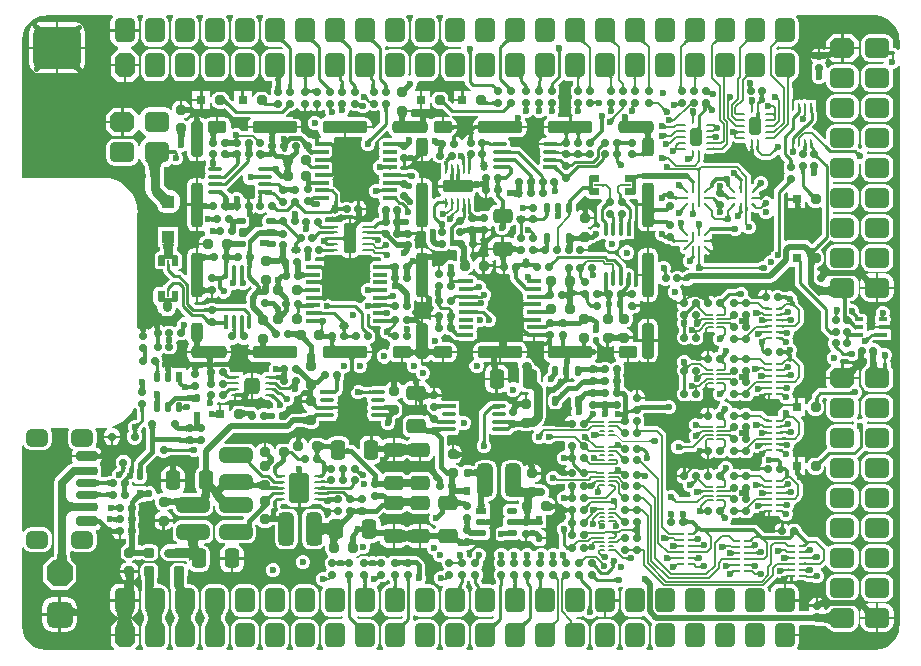
<source format=gbr>
%TF.GenerationSoftware,Altium Limited,Altium Designer,22.7.1 (60)*%
G04 Layer_Physical_Order=1*
G04 Layer_Color=255*
%FSLAX45Y45*%
%MOMM*%
%TF.SameCoordinates,C880B6F6-60C4-4622-843B-A454360AD99E*%
%TF.FilePolarity,Positive*%
%TF.FileFunction,Copper,L1,Top,Signal*%
%TF.Part,Single*%
G01*
G75*
%TA.AperFunction,SMDPad,CuDef*%
%ADD10R,0.58000X0.22000*%
G04:AMPARAMS|DCode=11|XSize=0.22mm|YSize=0.58mm|CornerRadius=0.055mm|HoleSize=0mm|Usage=FLASHONLY|Rotation=90.000|XOffset=0mm|YOffset=0mm|HoleType=Round|Shape=RoundedRectangle|*
%AMROUNDEDRECTD11*
21,1,0.22000,0.47000,0,0,90.0*
21,1,0.11000,0.58000,0,0,90.0*
1,1,0.11000,0.23500,0.05500*
1,1,0.11000,0.23500,-0.05500*
1,1,0.11000,-0.23500,-0.05500*
1,1,0.11000,-0.23500,0.05500*
%
%ADD11ROUNDEDRECTD11*%
G04:AMPARAMS|DCode=12|XSize=0.54mm|YSize=0.22mm|CornerRadius=0mm|HoleSize=0mm|Usage=FLASHONLY|Rotation=135.000|XOffset=0mm|YOffset=0mm|HoleType=Round|Shape=Round|*
%AMOVALD12*
21,1,0.32000,0.22000,0.00000,0.00000,135.0*
1,1,0.22000,0.11314,-0.11314*
1,1,0.22000,-0.11314,0.11314*
%
%ADD12OVALD12*%

%ADD13O,0.22000X0.45000*%
G04:AMPARAMS|DCode=14|XSize=0.54mm|YSize=0.22mm|CornerRadius=0mm|HoleSize=0mm|Usage=FLASHONLY|Rotation=45.000|XOffset=0mm|YOffset=0mm|HoleType=Round|Shape=Round|*
%AMOVALD14*
21,1,0.32000,0.22000,0.00000,0.00000,45.0*
1,1,0.22000,-0.11314,-0.11314*
1,1,0.22000,0.11314,0.11314*
%
%ADD14OVALD14*%

%ADD15O,0.45000X0.22000*%
G04:AMPARAMS|DCode=16|XSize=0.55mm|YSize=0.8mm|CornerRadius=0.1375mm|HoleSize=0mm|Usage=FLASHONLY|Rotation=0.000|XOffset=0mm|YOffset=0mm|HoleType=Round|Shape=RoundedRectangle|*
%AMROUNDEDRECTD16*
21,1,0.55000,0.52500,0,0,0.0*
21,1,0.27500,0.80000,0,0,0.0*
1,1,0.27500,0.13750,-0.26250*
1,1,0.27500,-0.13750,-0.26250*
1,1,0.27500,-0.13750,0.26250*
1,1,0.27500,0.13750,0.26250*
%
%ADD16ROUNDEDRECTD16*%
G04:AMPARAMS|DCode=17|XSize=0.23mm|YSize=0.67mm|CornerRadius=0.0575mm|HoleSize=0mm|Usage=FLASHONLY|Rotation=90.000|XOffset=0mm|YOffset=0mm|HoleType=Round|Shape=RoundedRectangle|*
%AMROUNDEDRECTD17*
21,1,0.23000,0.55500,0,0,90.0*
21,1,0.11500,0.67000,0,0,90.0*
1,1,0.11500,0.27750,0.05750*
1,1,0.11500,0.27750,-0.05750*
1,1,0.11500,-0.27750,-0.05750*
1,1,0.11500,-0.27750,0.05750*
%
%ADD17ROUNDEDRECTD17*%
G04:AMPARAMS|DCode=18|XSize=0.23mm|YSize=0.67mm|CornerRadius=0.0575mm|HoleSize=0mm|Usage=FLASHONLY|Rotation=0.000|XOffset=0mm|YOffset=0mm|HoleType=Round|Shape=RoundedRectangle|*
%AMROUNDEDRECTD18*
21,1,0.23000,0.55500,0,0,0.0*
21,1,0.11500,0.67000,0,0,0.0*
1,1,0.11500,0.05750,-0.27750*
1,1,0.11500,-0.05750,-0.27750*
1,1,0.11500,-0.05750,0.27750*
1,1,0.11500,0.05750,0.27750*
%
%ADD18ROUNDEDRECTD18*%
G04:AMPARAMS|DCode=19|XSize=1mm|YSize=1.5mm|CornerRadius=0.25mm|HoleSize=0mm|Usage=FLASHONLY|Rotation=0.000|XOffset=0mm|YOffset=0mm|HoleType=Round|Shape=RoundedRectangle|*
%AMROUNDEDRECTD19*
21,1,1.00000,1.00000,0,0,0.0*
21,1,0.50000,1.50000,0,0,0.0*
1,1,0.50000,0.25000,-0.50000*
1,1,0.50000,-0.25000,-0.50000*
1,1,0.50000,-0.25000,0.50000*
1,1,0.50000,0.25000,0.50000*
%
%ADD19ROUNDEDRECTD19*%
G04:AMPARAMS|DCode=20|XSize=0.15mm|YSize=0.45mm|CornerRadius=0.0225mm|HoleSize=0mm|Usage=FLASHONLY|Rotation=90.000|XOffset=0mm|YOffset=0mm|HoleType=Round|Shape=RoundedRectangle|*
%AMROUNDEDRECTD20*
21,1,0.15000,0.40500,0,0,90.0*
21,1,0.10500,0.45000,0,0,90.0*
1,1,0.04500,0.20250,0.05250*
1,1,0.04500,0.20250,-0.05250*
1,1,0.04500,-0.20250,-0.05250*
1,1,0.04500,-0.20250,0.05250*
%
%ADD20ROUNDEDRECTD20*%
%ADD21R,0.45000X0.15000*%
G04:AMPARAMS|DCode=22|XSize=0.23mm|YSize=0.7mm|CornerRadius=0.0575mm|HoleSize=0mm|Usage=FLASHONLY|Rotation=90.000|XOffset=0mm|YOffset=0mm|HoleType=Round|Shape=RoundedRectangle|*
%AMROUNDEDRECTD22*
21,1,0.23000,0.58500,0,0,90.0*
21,1,0.11500,0.70000,0,0,90.0*
1,1,0.11500,0.29250,0.05750*
1,1,0.11500,0.29250,-0.05750*
1,1,0.11500,-0.29250,-0.05750*
1,1,0.11500,-0.29250,0.05750*
%
%ADD22ROUNDEDRECTD22*%
G04:AMPARAMS|DCode=23|XSize=2.5mm|YSize=1.65mm|CornerRadius=0.165mm|HoleSize=0mm|Usage=FLASHONLY|Rotation=90.000|XOffset=0mm|YOffset=0mm|HoleType=Round|Shape=RoundedRectangle|*
%AMROUNDEDRECTD23*
21,1,2.50000,1.32000,0,0,90.0*
21,1,2.17000,1.65000,0,0,90.0*
1,1,0.33000,0.66000,1.08500*
1,1,0.33000,0.66000,-1.08500*
1,1,0.33000,-0.66000,-1.08500*
1,1,0.33000,-0.66000,1.08500*
%
%ADD23ROUNDEDRECTD23*%
%ADD24R,0.70000X0.23000*%
G04:AMPARAMS|DCode=25|XSize=0.35mm|YSize=1.15mm|CornerRadius=0.0875mm|HoleSize=0mm|Usage=FLASHONLY|Rotation=90.000|XOffset=0mm|YOffset=0mm|HoleType=Round|Shape=RoundedRectangle|*
%AMROUNDEDRECTD25*
21,1,0.35000,0.97500,0,0,90.0*
21,1,0.17500,1.15000,0,0,90.0*
1,1,0.17500,0.48750,0.08750*
1,1,0.17500,0.48750,-0.08750*
1,1,0.17500,-0.48750,-0.08750*
1,1,0.17500,-0.48750,0.08750*
%
%ADD25ROUNDEDRECTD25*%
%ADD26R,1.15000X0.35000*%
%ADD27R,0.90000X0.55000*%
G04:AMPARAMS|DCode=28|XSize=0.55mm|YSize=0.9mm|CornerRadius=0.1375mm|HoleSize=0mm|Usage=FLASHONLY|Rotation=90.000|XOffset=0mm|YOffset=0mm|HoleType=Round|Shape=RoundedRectangle|*
%AMROUNDEDRECTD28*
21,1,0.55000,0.62500,0,0,90.0*
21,1,0.27500,0.90000,0,0,90.0*
1,1,0.27500,0.31250,0.13750*
1,1,0.27500,0.31250,-0.13750*
1,1,0.27500,-0.31250,-0.13750*
1,1,0.27500,-0.31250,0.13750*
%
%ADD28ROUNDEDRECTD28*%
%ADD29R,0.55000X0.90000*%
G04:AMPARAMS|DCode=30|XSize=0.55mm|YSize=0.9mm|CornerRadius=0.1375mm|HoleSize=0mm|Usage=FLASHONLY|Rotation=0.000|XOffset=0mm|YOffset=0mm|HoleType=Round|Shape=RoundedRectangle|*
%AMROUNDEDRECTD30*
21,1,0.55000,0.62500,0,0,0.0*
21,1,0.27500,0.90000,0,0,0.0*
1,1,0.27500,0.13750,-0.31250*
1,1,0.27500,-0.13750,-0.31250*
1,1,0.27500,-0.13750,0.31250*
1,1,0.27500,0.13750,0.31250*
%
%ADD30ROUNDEDRECTD30*%
G04:AMPARAMS|DCode=31|XSize=1.4mm|YSize=1.3mm|CornerRadius=0.325mm|HoleSize=0mm|Usage=FLASHONLY|Rotation=90.000|XOffset=0mm|YOffset=0mm|HoleType=Round|Shape=RoundedRectangle|*
%AMROUNDEDRECTD31*
21,1,1.40000,0.65000,0,0,90.0*
21,1,0.75000,1.30000,0,0,90.0*
1,1,0.65000,0.32500,0.37500*
1,1,0.65000,0.32500,-0.37500*
1,1,0.65000,-0.32500,-0.37500*
1,1,0.65000,-0.32500,0.37500*
%
%ADD31ROUNDEDRECTD31*%
G04:AMPARAMS|DCode=32|XSize=0.33mm|YSize=0.7mm|CornerRadius=0.0825mm|HoleSize=0mm|Usage=FLASHONLY|Rotation=270.000|XOffset=0mm|YOffset=0mm|HoleType=Round|Shape=RoundedRectangle|*
%AMROUNDEDRECTD32*
21,1,0.33000,0.53500,0,0,270.0*
21,1,0.16500,0.70000,0,0,270.0*
1,1,0.16500,-0.26750,-0.08250*
1,1,0.16500,-0.26750,0.08250*
1,1,0.16500,0.26750,0.08250*
1,1,0.16500,0.26750,-0.08250*
%
%ADD32ROUNDEDRECTD32*%
%ADD33R,0.70000X0.33000*%
%ADD34R,0.25000X0.70000*%
G04:AMPARAMS|DCode=35|XSize=0.25mm|YSize=0.7mm|CornerRadius=0.0625mm|HoleSize=0mm|Usage=FLASHONLY|Rotation=0.000|XOffset=0mm|YOffset=0mm|HoleType=Round|Shape=RoundedRectangle|*
%AMROUNDEDRECTD35*
21,1,0.25000,0.57500,0,0,0.0*
21,1,0.12500,0.70000,0,0,0.0*
1,1,0.12500,0.06250,-0.28750*
1,1,0.12500,-0.06250,-0.28750*
1,1,0.12500,-0.06250,0.28750*
1,1,0.12500,0.06250,0.28750*
%
%ADD35ROUNDEDRECTD35*%
G04:AMPARAMS|DCode=36|XSize=0.55mm|YSize=0.8mm|CornerRadius=0.1375mm|HoleSize=0mm|Usage=FLASHONLY|Rotation=270.000|XOffset=0mm|YOffset=0mm|HoleType=Round|Shape=RoundedRectangle|*
%AMROUNDEDRECTD36*
21,1,0.55000,0.52500,0,0,270.0*
21,1,0.27500,0.80000,0,0,270.0*
1,1,0.27500,-0.26250,-0.13750*
1,1,0.27500,-0.26250,0.13750*
1,1,0.27500,0.26250,0.13750*
1,1,0.27500,0.26250,-0.13750*
%
%ADD36ROUNDEDRECTD36*%
G04:AMPARAMS|DCode=37|XSize=0.35mm|YSize=1.2mm|CornerRadius=0.0875mm|HoleSize=0mm|Usage=FLASHONLY|Rotation=90.000|XOffset=0mm|YOffset=0mm|HoleType=Round|Shape=RoundedRectangle|*
%AMROUNDEDRECTD37*
21,1,0.35000,1.02500,0,0,90.0*
21,1,0.17500,1.20000,0,0,90.0*
1,1,0.17500,0.51250,0.08750*
1,1,0.17500,0.51250,-0.08750*
1,1,0.17500,-0.51250,-0.08750*
1,1,0.17500,-0.51250,0.08750*
%
%ADD37ROUNDEDRECTD37*%
%ADD38R,1.20000X0.35000*%
%ADD39R,0.85000X0.23000*%
G04:AMPARAMS|DCode=40|XSize=0.23mm|YSize=0.85mm|CornerRadius=0.0575mm|HoleSize=0mm|Usage=FLASHONLY|Rotation=90.000|XOffset=0mm|YOffset=0mm|HoleType=Round|Shape=RoundedRectangle|*
%AMROUNDEDRECTD40*
21,1,0.23000,0.73500,0,0,90.0*
21,1,0.11500,0.85000,0,0,90.0*
1,1,0.11500,0.36750,0.05750*
1,1,0.11500,0.36750,-0.05750*
1,1,0.11500,-0.36750,-0.05750*
1,1,0.11500,-0.36750,0.05750*
%
%ADD40ROUNDEDRECTD40*%
G04:AMPARAMS|DCode=41|XSize=2.55mm|YSize=1.1mm|CornerRadius=0.275mm|HoleSize=0mm|Usage=FLASHONLY|Rotation=90.000|XOffset=0mm|YOffset=0mm|HoleType=Round|Shape=RoundedRectangle|*
%AMROUNDEDRECTD41*
21,1,2.55000,0.55000,0,0,90.0*
21,1,2.00000,1.10000,0,0,90.0*
1,1,0.55000,0.27500,1.00000*
1,1,0.55000,0.27500,-1.00000*
1,1,0.55000,-0.27500,-1.00000*
1,1,0.55000,-0.27500,1.00000*
%
%ADD41ROUNDEDRECTD41*%
G04:AMPARAMS|DCode=42|XSize=0.35mm|YSize=1.15mm|CornerRadius=0.0875mm|HoleSize=0mm|Usage=FLASHONLY|Rotation=180.000|XOffset=0mm|YOffset=0mm|HoleType=Round|Shape=RoundedRectangle|*
%AMROUNDEDRECTD42*
21,1,0.35000,0.97500,0,0,180.0*
21,1,0.17500,1.15000,0,0,180.0*
1,1,0.17500,-0.08750,0.48750*
1,1,0.17500,0.08750,0.48750*
1,1,0.17500,0.08750,-0.48750*
1,1,0.17500,-0.08750,-0.48750*
%
%ADD42ROUNDEDRECTD42*%
%ADD43R,0.35000X1.15000*%
%ADD44R,0.23000X0.85000*%
G04:AMPARAMS|DCode=45|XSize=0.23mm|YSize=0.85mm|CornerRadius=0.0575mm|HoleSize=0mm|Usage=FLASHONLY|Rotation=0.000|XOffset=0mm|YOffset=0mm|HoleType=Round|Shape=RoundedRectangle|*
%AMROUNDEDRECTD45*
21,1,0.23000,0.73500,0,0,0.0*
21,1,0.11500,0.85000,0,0,0.0*
1,1,0.11500,0.05750,-0.36750*
1,1,0.11500,-0.05750,-0.36750*
1,1,0.11500,-0.05750,0.36750*
1,1,0.11500,0.05750,0.36750*
%
%ADD45ROUNDEDRECTD45*%
G04:AMPARAMS|DCode=46|XSize=2.55mm|YSize=1.1mm|CornerRadius=0.275mm|HoleSize=0mm|Usage=FLASHONLY|Rotation=0.000|XOffset=0mm|YOffset=0mm|HoleType=Round|Shape=RoundedRectangle|*
%AMROUNDEDRECTD46*
21,1,2.55000,0.55000,0,0,0.0*
21,1,2.00000,1.10000,0,0,0.0*
1,1,0.55000,1.00000,-0.27500*
1,1,0.55000,-1.00000,-0.27500*
1,1,0.55000,-1.00000,0.27500*
1,1,0.55000,1.00000,0.27500*
%
%ADD46ROUNDEDRECTD46*%
%ADD47O,0.80000X0.60000*%
%ADD48O,0.60000X0.80000*%
G04:AMPARAMS|DCode=49|XSize=0.6mm|YSize=0.7mm|CornerRadius=0.15mm|HoleSize=0mm|Usage=FLASHONLY|Rotation=0.000|XOffset=0mm|YOffset=0mm|HoleType=Round|Shape=RoundedRectangle|*
%AMROUNDEDRECTD49*
21,1,0.60000,0.40000,0,0,0.0*
21,1,0.30000,0.70000,0,0,0.0*
1,1,0.30000,0.15000,-0.20000*
1,1,0.30000,-0.15000,-0.20000*
1,1,0.30000,-0.15000,0.20000*
1,1,0.30000,0.15000,0.20000*
%
%ADD49ROUNDEDRECTD49*%
G04:AMPARAMS|DCode=50|XSize=0.6mm|YSize=0.6mm|CornerRadius=0.15mm|HoleSize=0mm|Usage=FLASHONLY|Rotation=270.000|XOffset=0mm|YOffset=0mm|HoleType=Round|Shape=RoundedRectangle|*
%AMROUNDEDRECTD50*
21,1,0.60000,0.30000,0,0,270.0*
21,1,0.30000,0.60000,0,0,270.0*
1,1,0.30000,-0.15000,-0.15000*
1,1,0.30000,-0.15000,0.15000*
1,1,0.30000,0.15000,0.15000*
1,1,0.30000,0.15000,-0.15000*
%
%ADD50ROUNDEDRECTD50*%
G04:AMPARAMS|DCode=51|XSize=0.6mm|YSize=0.6mm|CornerRadius=0.15mm|HoleSize=0mm|Usage=FLASHONLY|Rotation=0.000|XOffset=0mm|YOffset=0mm|HoleType=Round|Shape=RoundedRectangle|*
%AMROUNDEDRECTD51*
21,1,0.60000,0.30000,0,0,0.0*
21,1,0.30000,0.60000,0,0,0.0*
1,1,0.30000,0.15000,-0.15000*
1,1,0.30000,-0.15000,-0.15000*
1,1,0.30000,-0.15000,0.15000*
1,1,0.30000,0.15000,0.15000*
%
%ADD51ROUNDEDRECTD51*%
%ADD52R,0.24000X0.70000*%
%ADD53O,1.70000X0.30000*%
%ADD54R,0.70000X0.24000*%
%ADD55O,0.30000X1.70000*%
G04:AMPARAMS|DCode=56|XSize=1.8mm|YSize=0.63mm|CornerRadius=0.1575mm|HoleSize=0mm|Usage=FLASHONLY|Rotation=180.000|XOffset=0mm|YOffset=0mm|HoleType=Round|Shape=RoundedRectangle|*
%AMROUNDEDRECTD56*
21,1,1.80000,0.31500,0,0,180.0*
21,1,1.48500,0.63000,0,0,180.0*
1,1,0.31500,-0.74250,0.15750*
1,1,0.31500,0.74250,0.15750*
1,1,0.31500,0.74250,-0.15750*
1,1,0.31500,-0.74250,-0.15750*
%
%ADD56ROUNDEDRECTD56*%
G04:AMPARAMS|DCode=57|XSize=1.8mm|YSize=0.72mm|CornerRadius=0.18mm|HoleSize=0mm|Usage=FLASHONLY|Rotation=180.000|XOffset=0mm|YOffset=0mm|HoleType=Round|Shape=RoundedRectangle|*
%AMROUNDEDRECTD57*
21,1,1.80000,0.36000,0,0,180.0*
21,1,1.44000,0.72000,0,0,180.0*
1,1,0.36000,-0.72000,0.18000*
1,1,0.36000,0.72000,0.18000*
1,1,0.36000,0.72000,-0.18000*
1,1,0.36000,-0.72000,-0.18000*
%
%ADD57ROUNDEDRECTD57*%
G04:AMPARAMS|DCode=58|XSize=1.8mm|YSize=0.8mm|CornerRadius=0.2mm|HoleSize=0mm|Usage=FLASHONLY|Rotation=180.000|XOffset=0mm|YOffset=0mm|HoleType=Round|Shape=RoundedRectangle|*
%AMROUNDEDRECTD58*
21,1,1.80000,0.40000,0,0,180.0*
21,1,1.40000,0.80000,0,0,180.0*
1,1,0.40000,-0.70000,0.20000*
1,1,0.40000,0.70000,0.20000*
1,1,0.40000,0.70000,-0.20000*
1,1,0.40000,-0.70000,-0.20000*
%
%ADD58ROUNDEDRECTD58*%
%TA.AperFunction,SMDPad,SMDef*%
%ADD59C,0.30000*%
%TA.AperFunction,SMDPad,CuDef*%
G04:AMPARAMS|DCode=60|XSize=3mm|YSize=1mm|CornerRadius=0.25mm|HoleSize=0mm|Usage=FLASHONLY|Rotation=90.000|XOffset=0mm|YOffset=0mm|HoleType=Round|Shape=RoundedRectangle|*
%AMROUNDEDRECTD60*
21,1,3.00000,0.50000,0,0,90.0*
21,1,2.50000,1.00000,0,0,90.0*
1,1,0.50000,0.25000,1.25000*
1,1,0.50000,0.25000,-1.25000*
1,1,0.50000,-0.25000,-1.25000*
1,1,0.50000,-0.25000,1.25000*
%
%ADD60ROUNDEDRECTD60*%
%TA.AperFunction,SMDPad,SMDef*%
G04:AMPARAMS|DCode=61|XSize=3.8mm|YSize=1mm|CornerRadius=0.25mm|HoleSize=0mm|Usage=FLASHONLY|Rotation=90.000|XOffset=0mm|YOffset=0mm|HoleType=Round|Shape=RoundedRectangle|*
%AMROUNDEDRECTD61*
21,1,3.80000,0.50000,0,0,90.0*
21,1,3.30000,1.00000,0,0,90.0*
1,1,0.50000,0.25000,1.65000*
1,1,0.50000,0.25000,-1.65000*
1,1,0.50000,-0.25000,-1.65000*
1,1,0.50000,-0.25000,1.65000*
%
%ADD61ROUNDEDRECTD61*%
%TA.AperFunction,SMDPad,CuDef*%
G04:AMPARAMS|DCode=62|XSize=1.6mm|YSize=1mm|CornerRadius=0.25mm|HoleSize=0mm|Usage=FLASHONLY|Rotation=180.000|XOffset=0mm|YOffset=0mm|HoleType=Round|Shape=RoundedRectangle|*
%AMROUNDEDRECTD62*
21,1,1.60000,0.50000,0,0,180.0*
21,1,1.10000,1.00000,0,0,180.0*
1,1,0.50000,-0.55000,0.25000*
1,1,0.50000,0.55000,0.25000*
1,1,0.50000,0.55000,-0.25000*
1,1,0.50000,-0.55000,-0.25000*
%
%ADD62ROUNDEDRECTD62*%
G04:AMPARAMS|DCode=63|XSize=3mm|YSize=1mm|CornerRadius=0.25mm|HoleSize=0mm|Usage=FLASHONLY|Rotation=0.000|XOffset=0mm|YOffset=0mm|HoleType=Round|Shape=RoundedRectangle|*
%AMROUNDEDRECTD63*
21,1,3.00000,0.50000,0,0,0.0*
21,1,2.50000,1.00000,0,0,0.0*
1,1,0.50000,1.25000,-0.25000*
1,1,0.50000,-1.25000,-0.25000*
1,1,0.50000,-1.25000,0.25000*
1,1,0.50000,1.25000,0.25000*
%
%ADD63ROUNDEDRECTD63*%
%TA.AperFunction,SMDPad,SMDef*%
G04:AMPARAMS|DCode=64|XSize=3.8mm|YSize=1mm|CornerRadius=0.25mm|HoleSize=0mm|Usage=FLASHONLY|Rotation=0.000|XOffset=0mm|YOffset=0mm|HoleType=Round|Shape=RoundedRectangle|*
%AMROUNDEDRECTD64*
21,1,3.80000,0.50000,0,0,0.0*
21,1,3.30000,1.00000,0,0,0.0*
1,1,0.50000,1.65000,-0.25000*
1,1,0.50000,-1.65000,-0.25000*
1,1,0.50000,-1.65000,0.25000*
1,1,0.50000,1.65000,0.25000*
%
%ADD64ROUNDEDRECTD64*%
%TA.AperFunction,SMDPad,CuDef*%
G04:AMPARAMS|DCode=65|XSize=1.6mm|YSize=1mm|CornerRadius=0.25mm|HoleSize=0mm|Usage=FLASHONLY|Rotation=90.000|XOffset=0mm|YOffset=0mm|HoleType=Round|Shape=RoundedRectangle|*
%AMROUNDEDRECTD65*
21,1,1.60000,0.50000,0,0,90.0*
21,1,1.10000,1.00000,0,0,90.0*
1,1,0.50000,0.25000,0.55000*
1,1,0.50000,0.25000,-0.55000*
1,1,0.50000,-0.25000,-0.55000*
1,1,0.50000,-0.25000,0.55000*
%
%ADD65ROUNDEDRECTD65*%
G04:AMPARAMS|DCode=66|XSize=2.8mm|YSize=1.3mm|CornerRadius=0.325mm|HoleSize=0mm|Usage=FLASHONLY|Rotation=90.000|XOffset=0mm|YOffset=0mm|HoleType=Round|Shape=RoundedRectangle|*
%AMROUNDEDRECTD66*
21,1,2.80000,0.65000,0,0,90.0*
21,1,2.15000,1.30000,0,0,90.0*
1,1,0.65000,0.32500,1.07500*
1,1,0.65000,0.32500,-1.07500*
1,1,0.65000,-0.32500,-1.07500*
1,1,0.65000,-0.32500,1.07500*
%
%ADD66ROUNDEDRECTD66*%
G04:AMPARAMS|DCode=67|XSize=2.8mm|YSize=1.3mm|CornerRadius=0.325mm|HoleSize=0mm|Usage=FLASHONLY|Rotation=0.000|XOffset=0mm|YOffset=0mm|HoleType=Round|Shape=RoundedRectangle|*
%AMROUNDEDRECTD67*
21,1,2.80000,0.65000,0,0,0.0*
21,1,2.15000,1.30000,0,0,0.0*
1,1,0.65000,1.07500,-0.32500*
1,1,0.65000,-1.07500,-0.32500*
1,1,0.65000,-1.07500,0.32500*
1,1,0.65000,1.07500,0.32500*
%
%ADD67ROUNDEDRECTD67*%
G04:AMPARAMS|DCode=68|XSize=0.9mm|YSize=0.8mm|CornerRadius=0.2mm|HoleSize=0mm|Usage=FLASHONLY|Rotation=0.000|XOffset=0mm|YOffset=0mm|HoleType=Round|Shape=RoundedRectangle|*
%AMROUNDEDRECTD68*
21,1,0.90000,0.40000,0,0,0.0*
21,1,0.50000,0.80000,0,0,0.0*
1,1,0.40000,0.25000,-0.20000*
1,1,0.40000,-0.25000,-0.20000*
1,1,0.40000,-0.25000,0.20000*
1,1,0.40000,0.25000,0.20000*
%
%ADD68ROUNDEDRECTD68*%
G04:AMPARAMS|DCode=69|XSize=0.8mm|YSize=0.8mm|CornerRadius=0.2mm|HoleSize=0mm|Usage=FLASHONLY|Rotation=90.000|XOffset=0mm|YOffset=0mm|HoleType=Round|Shape=RoundedRectangle|*
%AMROUNDEDRECTD69*
21,1,0.80000,0.40000,0,0,90.0*
21,1,0.40000,0.80000,0,0,90.0*
1,1,0.40000,0.20000,0.20000*
1,1,0.40000,0.20000,-0.20000*
1,1,0.40000,-0.20000,-0.20000*
1,1,0.40000,-0.20000,0.20000*
%
%ADD69ROUNDEDRECTD69*%
%ADD70R,0.80000X0.80000*%
G04:AMPARAMS|DCode=71|XSize=0.5mm|YSize=0.7mm|CornerRadius=0.125mm|HoleSize=0mm|Usage=FLASHONLY|Rotation=180.000|XOffset=0mm|YOffset=0mm|HoleType=Round|Shape=RoundedRectangle|*
%AMROUNDEDRECTD71*
21,1,0.50000,0.45000,0,0,180.0*
21,1,0.25000,0.70000,0,0,180.0*
1,1,0.25000,-0.12500,0.22500*
1,1,0.25000,0.12500,0.22500*
1,1,0.25000,0.12500,-0.22500*
1,1,0.25000,-0.12500,-0.22500*
%
%ADD71ROUNDEDRECTD71*%
%ADD72R,0.50000X0.70000*%
G04:AMPARAMS|DCode=73|XSize=1.1mm|YSize=1.1mm|CornerRadius=0.275mm|HoleSize=0mm|Usage=FLASHONLY|Rotation=180.000|XOffset=0mm|YOffset=0mm|HoleType=Round|Shape=RoundedRectangle|*
%AMROUNDEDRECTD73*
21,1,1.10000,0.55000,0,0,180.0*
21,1,0.55000,1.10000,0,0,180.0*
1,1,0.55000,-0.27500,0.27500*
1,1,0.55000,0.27500,0.27500*
1,1,0.55000,0.27500,-0.27500*
1,1,0.55000,-0.27500,-0.27500*
%
%ADD73ROUNDEDRECTD73*%
%ADD74R,1.10000X1.10000*%
G04:AMPARAMS|DCode=75|XSize=0.8mm|YSize=0.8mm|CornerRadius=0.2mm|HoleSize=0mm|Usage=FLASHONLY|Rotation=180.000|XOffset=0mm|YOffset=0mm|HoleType=Round|Shape=RoundedRectangle|*
%AMROUNDEDRECTD75*
21,1,0.80000,0.40000,0,0,180.0*
21,1,0.40000,0.80000,0,0,180.0*
1,1,0.40000,-0.20000,0.20000*
1,1,0.40000,0.20000,0.20000*
1,1,0.40000,0.20000,-0.20000*
1,1,0.40000,-0.20000,-0.20000*
%
%ADD75ROUNDEDRECTD75*%
G04:AMPARAMS|DCode=76|XSize=1.65mm|YSize=1.25mm|CornerRadius=0.3125mm|HoleSize=0mm|Usage=FLASHONLY|Rotation=0.000|XOffset=0mm|YOffset=0mm|HoleType=Round|Shape=RoundedRectangle|*
%AMROUNDEDRECTD76*
21,1,1.65000,0.62500,0,0,0.0*
21,1,1.02500,1.25000,0,0,0.0*
1,1,0.62500,0.51250,-0.31250*
1,1,0.62500,-0.51250,-0.31250*
1,1,0.62500,-0.51250,0.31250*
1,1,0.62500,0.51250,0.31250*
%
%ADD76ROUNDEDRECTD76*%
G04:AMPARAMS|DCode=77|XSize=1.65mm|YSize=1.25mm|CornerRadius=0.3125mm|HoleSize=0mm|Usage=FLASHONLY|Rotation=270.000|XOffset=0mm|YOffset=0mm|HoleType=Round|Shape=RoundedRectangle|*
%AMROUNDEDRECTD77*
21,1,1.65000,0.62500,0,0,270.0*
21,1,1.02500,1.25000,0,0,270.0*
1,1,0.62500,-0.31250,-0.51250*
1,1,0.62500,-0.31250,0.51250*
1,1,0.62500,0.31250,0.51250*
1,1,0.62500,0.31250,-0.51250*
%
%ADD77ROUNDEDRECTD77*%
%TA.AperFunction,Conductor*%
%ADD78C,0.20000*%
%ADD79C,0.40000*%
%TA.AperFunction,NonConductor*%
%ADD80C,0.30000*%
%TA.AperFunction,Conductor*%
%ADD81C,0.25000*%
%ADD82C,0.50000*%
%ADD83C,0.30000*%
%ADD84C,0.15000*%
%ADD85C,0.35000*%
%ADD86C,0.70000*%
%ADD87C,0.75000*%
%ADD88C,0.22000*%
%ADD89C,0.23000*%
%ADD90C,0.12000*%
%ADD91C,0.17000*%
%ADD92C,0.60000*%
%ADD93C,0.19000*%
%ADD94C,0.80000*%
%ADD95C,1.00000*%
%ADD96C,0.24000*%
%TA.AperFunction,ComponentPad*%
G04:AMPARAMS|DCode=97|XSize=1.7mm|YSize=2.1mm|CornerRadius=0mm|HoleSize=0mm|Usage=FLASHONLY|Rotation=270.000|XOffset=0mm|YOffset=0mm|HoleType=Round|Shape=Octagon|*
%AMOCTAGOND97*
4,1,8,1.05000,0.42500,1.05000,-0.42500,0.62500,-0.85000,-0.62500,-0.85000,-1.05000,-0.42500,-1.05000,0.42500,-0.62500,0.85000,0.62500,0.85000,1.05000,0.42500,0.0*
%
%ADD97OCTAGOND97*%

G04:AMPARAMS|DCode=98|XSize=1.7mm|YSize=2.1mm|CornerRadius=0.425mm|HoleSize=0mm|Usage=FLASHONLY|Rotation=270.000|XOffset=0mm|YOffset=0mm|HoleType=Round|Shape=RoundedRectangle|*
%AMROUNDEDRECTD98*
21,1,1.70000,1.25001,0,0,270.0*
21,1,0.85000,2.10000,0,0,270.0*
1,1,0.85000,-0.62500,-0.42500*
1,1,0.85000,-0.62500,0.42500*
1,1,0.85000,0.62500,0.42500*
1,1,0.85000,0.62500,-0.42500*
%
%ADD98ROUNDEDRECTD98*%
G04:AMPARAMS|DCode=99|XSize=1.7mm|YSize=2.1mm|CornerRadius=0mm|HoleSize=0mm|Usage=FLASHONLY|Rotation=0.000|XOffset=0mm|YOffset=0mm|HoleType=Round|Shape=Octagon|*
%AMOCTAGOND99*
4,1,8,-0.42500,1.05000,0.42500,1.05000,0.85000,0.62500,0.85000,-0.62500,0.42500,-1.05000,-0.42500,-1.05000,-0.85000,-0.62500,-0.85000,0.62500,-0.42500,1.05000,0.0*
%
%ADD99OCTAGOND99*%

G04:AMPARAMS|DCode=100|XSize=1.7mm|YSize=2.1mm|CornerRadius=0.425mm|HoleSize=0mm|Usage=FLASHONLY|Rotation=0.000|XOffset=0mm|YOffset=0mm|HoleType=Round|Shape=RoundedRectangle|*
%AMROUNDEDRECTD100*
21,1,1.70000,1.25001,0,0,0.0*
21,1,0.85000,2.10000,0,0,0.0*
1,1,0.85000,0.42500,-0.62500*
1,1,0.85000,-0.42500,-0.62500*
1,1,0.85000,-0.42500,0.62500*
1,1,0.85000,0.42500,0.62500*
%
%ADD100ROUNDEDRECTD100*%
G04:AMPARAMS|DCode=101|XSize=1.8mm|YSize=1.45mm|CornerRadius=0.3625mm|HoleSize=0mm|Usage=FLASHONLY|Rotation=180.000|XOffset=0mm|YOffset=0mm|HoleType=Round|Shape=RoundedRectangle|*
%AMROUNDEDRECTD101*
21,1,1.80000,0.72500,0,0,180.0*
21,1,1.07500,1.45000,0,0,180.0*
1,1,0.72500,-0.53750,0.36250*
1,1,0.72500,0.53750,0.36250*
1,1,0.72500,0.53750,-0.36250*
1,1,0.72500,-0.53750,-0.36250*
%
%ADD101ROUNDEDRECTD101*%
G04:AMPARAMS|DCode=102|XSize=4mm|YSize=3.6mm|CornerRadius=0.54mm|HoleSize=0mm|Usage=FLASHONLY|Rotation=0.000|XOffset=0mm|YOffset=0mm|HoleType=Round|Shape=RoundedRectangle|*
%AMROUNDEDRECTD102*
21,1,4.00000,2.52000,0,0,0.0*
21,1,2.92000,3.60000,0,0,0.0*
1,1,1.08000,1.46000,-1.26000*
1,1,1.08000,-1.46000,-1.26000*
1,1,1.08000,-1.46000,1.26000*
1,1,1.08000,1.46000,1.26000*
%
%ADD102ROUNDEDRECTD102*%
G04:AMPARAMS|DCode=103|XSize=2.2mm|YSize=2.2mm|CornerRadius=0mm|HoleSize=0mm|Usage=FLASHONLY|Rotation=270.000|XOffset=0mm|YOffset=0mm|HoleType=Round|Shape=Octagon|*
%AMOCTAGOND103*
4,1,8,-0.55000,-1.10000,0.55000,-1.10000,1.10000,-0.55000,1.10000,0.55000,0.55000,1.10000,-0.55000,1.10000,-1.10000,0.55000,-1.10000,-0.55000,-0.55000,-1.10000,0.0*
%
%ADD103OCTAGOND103*%

G04:AMPARAMS|DCode=104|XSize=2.2mm|YSize=2.2mm|CornerRadius=0.55mm|HoleSize=0mm|Usage=FLASHONLY|Rotation=270.000|XOffset=0mm|YOffset=0mm|HoleType=Round|Shape=RoundedRectangle|*
%AMROUNDEDRECTD104*
21,1,2.20000,1.10000,0,0,270.0*
21,1,1.10000,2.20000,0,0,270.0*
1,1,1.10000,-0.55000,-0.55000*
1,1,1.10000,-0.55000,0.55000*
1,1,1.10000,0.55000,0.55000*
1,1,1.10000,0.55000,-0.55000*
%
%ADD104ROUNDEDRECTD104*%
%TA.AperFunction,ViaPad*%
%ADD105C,0.60000*%
G36*
X7560322Y5189773D02*
X7559154Y5190590D01*
X7557739Y5190949D01*
X7556075Y5190852D01*
X7554164Y5190298D01*
X7552005Y5189288D01*
X7549599Y5187822D01*
X7546946Y5185899D01*
X7544044Y5183519D01*
X7537498Y5177391D01*
X7526891Y5187997D01*
X7530184Y5191394D01*
X7535399Y5197445D01*
X7537322Y5200099D01*
X7538789Y5202505D01*
X7539798Y5204664D01*
X7540352Y5206575D01*
X7540449Y5208238D01*
X7540090Y5209654D01*
X7539274Y5210822D01*
X7560322Y5189773D01*
D02*
G37*
G36*
X7306322D02*
X7305154Y5190590D01*
X7303739Y5190949D01*
X7302075Y5190852D01*
X7300164Y5190298D01*
X7298005Y5189288D01*
X7295599Y5187822D01*
X7292946Y5185899D01*
X7290044Y5183519D01*
X7283498Y5177391D01*
X7272891Y5187997D01*
X7276184Y5191394D01*
X7281399Y5197445D01*
X7283322Y5200099D01*
X7284789Y5202505D01*
X7285798Y5204664D01*
X7286352Y5206575D01*
X7286449Y5208238D01*
X7286090Y5209654D01*
X7285274Y5210822D01*
X7306322Y5189773D01*
D02*
G37*
G36*
X7052322D02*
X7051154Y5190590D01*
X7049739Y5190949D01*
X7048075Y5190852D01*
X7046164Y5190298D01*
X7044005Y5189288D01*
X7041599Y5187822D01*
X7038946Y5185899D01*
X7036044Y5183519D01*
X7029498Y5177391D01*
X7018891Y5187997D01*
X7022184Y5191394D01*
X7027399Y5197445D01*
X7029322Y5200099D01*
X7030789Y5202505D01*
X7031798Y5204664D01*
X7032352Y5206575D01*
X7032449Y5208238D01*
X7032090Y5209654D01*
X7031274Y5210822D01*
X7052322Y5189773D01*
D02*
G37*
G36*
X6803322Y5187702D02*
X6801753Y5188789D01*
X6799841Y5189253D01*
X6797585Y5189094D01*
X6794987Y5188313D01*
X6792046Y5186909D01*
X6788762Y5184883D01*
X6785135Y5182234D01*
X6781164Y5178963D01*
X6772195Y5170553D01*
X6758053Y5184695D01*
X6762569Y5189351D01*
X6769734Y5197634D01*
X6772383Y5201261D01*
X6774410Y5204546D01*
X6775813Y5207487D01*
X6776595Y5210085D01*
X6776753Y5212340D01*
X6776289Y5214252D01*
X6775203Y5215822D01*
X6803322Y5187702D01*
D02*
G37*
G36*
X5285174Y5186581D02*
X5283207Y5187923D01*
X5280788Y5188465D01*
X5277918Y5188207D01*
X5274597Y5187149D01*
X5270824Y5185292D01*
X5266600Y5182636D01*
X5261924Y5179179D01*
X5256797Y5174923D01*
X5245189Y5164011D01*
X5227511Y5181689D01*
X5233367Y5187718D01*
X5242679Y5198424D01*
X5246136Y5203100D01*
X5248792Y5207324D01*
X5250650Y5211097D01*
X5251707Y5214418D01*
X5251965Y5217288D01*
X5251423Y5219707D01*
X5250081Y5221674D01*
X5285174Y5186581D01*
D02*
G37*
G36*
X6431711Y5214252D02*
X6431247Y5212340D01*
X6431405Y5210085D01*
X6432187Y5207487D01*
X6433590Y5204546D01*
X6435617Y5201261D01*
X6438266Y5197634D01*
X6441537Y5193664D01*
X6449947Y5184695D01*
X6435805Y5170553D01*
X6431149Y5175069D01*
X6422865Y5182234D01*
X6419238Y5184883D01*
X6415954Y5186909D01*
X6413013Y5188313D01*
X6410415Y5189094D01*
X6408159Y5189253D01*
X6406247Y5188789D01*
X6404678Y5187702D01*
X6432797Y5215822D01*
X6431711Y5214252D01*
D02*
G37*
G36*
X6177711D02*
X6177247Y5212340D01*
X6177405Y5210085D01*
X6178187Y5207487D01*
X6179590Y5204546D01*
X6181617Y5201261D01*
X6184266Y5197634D01*
X6187537Y5193664D01*
X6195947Y5184695D01*
X6181805Y5170553D01*
X6177149Y5175069D01*
X6168865Y5182234D01*
X6165238Y5184883D01*
X6161954Y5186909D01*
X6159013Y5188313D01*
X6156415Y5189094D01*
X6154159Y5189253D01*
X6152247Y5188789D01*
X6150678Y5187702D01*
X6178797Y5215822D01*
X6177711Y5214252D01*
D02*
G37*
G36*
X5923711D02*
X5923247Y5212340D01*
X5923405Y5210085D01*
X5924187Y5207487D01*
X5925590Y5204546D01*
X5927617Y5201261D01*
X5930266Y5197634D01*
X5933537Y5193664D01*
X5941947Y5184695D01*
X5927805Y5170553D01*
X5923149Y5175069D01*
X5914865Y5182234D01*
X5911238Y5184883D01*
X5907954Y5186909D01*
X5905013Y5188313D01*
X5902415Y5189094D01*
X5900159Y5189253D01*
X5898247Y5188789D01*
X5896678Y5187702D01*
X5924797Y5215822D01*
X5923711Y5214252D01*
D02*
G37*
G36*
X4146577Y5219707D02*
X4146035Y5217288D01*
X4146293Y5214418D01*
X4147350Y5211097D01*
X4149208Y5207324D01*
X4151864Y5203100D01*
X4155321Y5198424D01*
X4159577Y5193297D01*
X4170489Y5181689D01*
X4152811Y5164011D01*
X4146781Y5169867D01*
X4136076Y5179179D01*
X4131400Y5182636D01*
X4127176Y5185292D01*
X4123403Y5187149D01*
X4120082Y5188207D01*
X4117212Y5188465D01*
X4114793Y5187923D01*
X4112826Y5186581D01*
X4147919Y5221674D01*
X4146577Y5219707D01*
D02*
G37*
G36*
X3892577D02*
X3892035Y5217288D01*
X3892293Y5214418D01*
X3893350Y5211097D01*
X3895208Y5207324D01*
X3897864Y5203100D01*
X3901321Y5198424D01*
X3905577Y5193297D01*
X3916489Y5181689D01*
X3898811Y5164011D01*
X3892781Y5169867D01*
X3882076Y5179179D01*
X3877400Y5182636D01*
X3873176Y5185292D01*
X3869403Y5187149D01*
X3866082Y5188207D01*
X3863212Y5188465D01*
X3860793Y5187923D01*
X3858826Y5186581D01*
X3893919Y5221674D01*
X3892577Y5219707D01*
D02*
G37*
G36*
X3638577D02*
X3638035Y5217288D01*
X3638293Y5214418D01*
X3639350Y5211097D01*
X3641208Y5207324D01*
X3643864Y5203100D01*
X3647321Y5198424D01*
X3651577Y5193297D01*
X3662489Y5181689D01*
X3644811Y5164011D01*
X3638781Y5169867D01*
X3628076Y5179179D01*
X3623400Y5182636D01*
X3619176Y5185292D01*
X3615403Y5187149D01*
X3612082Y5188207D01*
X3609212Y5188465D01*
X3606793Y5187923D01*
X3604826Y5186581D01*
X3639919Y5221674D01*
X3638577Y5219707D01*
D02*
G37*
G36*
X3384577D02*
X3384035Y5217288D01*
X3384293Y5214418D01*
X3385350Y5211097D01*
X3387208Y5207324D01*
X3389864Y5203100D01*
X3393321Y5198424D01*
X3397577Y5193297D01*
X3408489Y5181689D01*
X3390811Y5164011D01*
X3384781Y5169867D01*
X3374076Y5179179D01*
X3369400Y5182636D01*
X3365176Y5185292D01*
X3361403Y5187149D01*
X3358082Y5188207D01*
X3355212Y5188465D01*
X3352793Y5187923D01*
X3350826Y5186581D01*
X3385919Y5221674D01*
X3384577Y5219707D01*
D02*
G37*
G36*
X4729083Y5402056D02*
X4715207Y5381288D01*
X4709580Y5353000D01*
Y5228000D01*
X4715207Y5199712D01*
X4731231Y5175730D01*
X4755212Y5159706D01*
X4783500Y5154080D01*
X4868500D01*
X4870336Y5154445D01*
X4882749Y5143858D01*
X4868582Y5132904D01*
X4868500Y5132920D01*
X4783500D01*
X4755212Y5127294D01*
X4731231Y5111270D01*
X4715207Y5087288D01*
X4709580Y5059000D01*
Y4934000D01*
X4715207Y4905712D01*
X4731231Y4881730D01*
X4755212Y4865707D01*
X4783500Y4860080D01*
X4868500D01*
X4894154Y4865183D01*
X4904357Y4859965D01*
X4909432Y4856115D01*
X4912453Y4840929D01*
X4921846Y4826871D01*
X4949360Y4799357D01*
X4963417Y4789964D01*
X4961760Y4775000D01*
X4900000D01*
Y4700000D01*
X4890000D01*
Y4690000D01*
X4815000D01*
Y4675878D01*
X4801142Y4670138D01*
X4790670Y4680610D01*
X4790641Y4680653D01*
X4781586Y4689708D01*
X4779788Y4691575D01*
X4772200Y4700319D01*
X4770980Y4701911D01*
Y4720000D01*
X4767099Y4739509D01*
X4756048Y4756048D01*
X4739509Y4767099D01*
X4720000Y4770980D01*
X4680000D01*
X4660491Y4767099D01*
X4643952Y4756048D01*
X4632901Y4739509D01*
X4630000Y4724923D01*
X4615000Y4726400D01*
Y4775000D01*
X4550000D01*
Y4699999D01*
Y4625000D01*
X4615000D01*
Y4673600D01*
X4630000Y4675077D01*
X4632901Y4660491D01*
X4643952Y4643952D01*
X4660491Y4632901D01*
X4680000Y4629020D01*
X4719140D01*
X4723433Y4625298D01*
X4729333Y4619398D01*
X4729360Y4619358D01*
X4769359Y4579359D01*
X4783416Y4569966D01*
X4780000Y4556175D01*
X4735000D01*
Y4479999D01*
X4803885D01*
Y4499940D01*
X4804348Y4497102D01*
X4805737Y4494562D01*
X4808052Y4492321D01*
X4811292Y4490379D01*
X4815459Y4488735D01*
X4820551Y4487390D01*
X4826569Y4486345D01*
X4833513Y4485598D01*
X4841175Y4485323D01*
Y4495000D01*
X4836519Y4518411D01*
X4823257Y4538257D01*
X4803411Y4551519D01*
X4802663Y4551668D01*
X4804140Y4566668D01*
X5020860D01*
X5022337Y4551668D01*
X5021589Y4551519D01*
X5001743Y4538257D01*
X4988481Y4518411D01*
X4983825Y4495000D01*
Y4480000D01*
X4993000D01*
Y4483943D01*
X4998154Y4483972D01*
X5017684Y4485355D01*
X5019041Y4485787D01*
X5019855Y4486277D01*
X5020126Y4486824D01*
Y4480000D01*
X5436175D01*
Y4495000D01*
X5431519Y4518411D01*
X5420435Y4534999D01*
X5424390Y4546419D01*
X5427080Y4549999D01*
X5441937D01*
X5463989Y4559133D01*
X5475810Y4570954D01*
X5485409Y4574387D01*
X5495009Y4570954D01*
X5506830Y4559133D01*
X5528882Y4549999D01*
X5552752D01*
X5574804Y4559133D01*
X5585610Y4569939D01*
X5595409Y4574338D01*
X5605208Y4569939D01*
X5610675Y4564472D01*
X5609586Y4547444D01*
X5609060Y4546488D01*
X5596742Y4538257D01*
X5583481Y4518411D01*
X5578825Y4495000D01*
Y4480000D01*
X5795000D01*
Y4556175D01*
X5702244D01*
X5696031Y4571175D01*
X5700867Y4576011D01*
X5710001Y4598064D01*
Y4621933D01*
X5702479Y4640094D01*
X5707389Y4647442D01*
X5710881Y4665000D01*
Y4695000D01*
X5707389Y4712558D01*
X5703415Y4718506D01*
X5698530Y4730000D01*
X5703415Y4741494D01*
X5707389Y4747442D01*
X5710881Y4765000D01*
Y4795000D01*
X5707389Y4812558D01*
X5697957Y4826674D01*
X5741109Y4869827D01*
X5748497Y4880884D01*
X5771212Y4865707D01*
X5799500Y4860080D01*
X5829217D01*
Y4834972D01*
X5829106Y4831819D01*
X5822557Y4827443D01*
X5812611Y4812558D01*
X5809118Y4795000D01*
Y4765000D01*
X5812611Y4747442D01*
X5816585Y4741494D01*
X5821470Y4730000D01*
X5816585Y4718506D01*
X5812611Y4712558D01*
X5809118Y4695000D01*
Y4665000D01*
X5812611Y4647442D01*
X5817522Y4640093D01*
X5810000Y4621935D01*
Y4598065D01*
X5819134Y4576013D01*
X5823972Y4571175D01*
X5817758Y4556175D01*
X5815000D01*
Y4470000D01*
X5805000D01*
Y4460000D01*
X5796686D01*
X5806620Y4450066D01*
X5805582Y4449765D01*
X5804158Y4449000D01*
X5802347Y4447770D01*
X5800149Y4446076D01*
X5794593Y4441296D01*
X5778839Y4426162D01*
X5761161Y4443839D01*
X5765642Y4448358D01*
X5775917Y4460000D01*
X5578825D01*
Y4445000D01*
X5583481Y4421589D01*
X5596742Y4401743D01*
X5605551Y4395857D01*
X5601000Y4380857D01*
X5583750D01*
X5566679Y4377461D01*
X5552208Y4367792D01*
X5542539Y4353320D01*
X5539392Y4337500D01*
X5632500D01*
Y4317500D01*
X5539392D01*
X5542539Y4301680D01*
X5550008Y4290500D01*
X5547248Y4286369D01*
X5544241Y4271250D01*
Y4253750D01*
X5547248Y4238631D01*
X5553015Y4230000D01*
X5547248Y4221370D01*
X5544241Y4206250D01*
Y4188750D01*
X5545790Y4180962D01*
X5545000Y4180000D01*
X5545000D01*
Y4155879D01*
X5531142Y4150139D01*
X5388141Y4293141D01*
X5374083Y4302534D01*
X5357500Y4305832D01*
X5305012D01*
X5295496Y4317427D01*
X5295759Y4318750D01*
Y4336250D01*
X5292752Y4351370D01*
X5284187Y4364187D01*
X5277247Y4368825D01*
X5281797Y4383825D01*
X5375000D01*
X5398411Y4388481D01*
X5418257Y4401743D01*
X5431519Y4421589D01*
X5436175Y4445000D01*
Y4460000D01*
X5020126D01*
Y4451062D01*
X5019855Y4451610D01*
X5019041Y4452099D01*
X5017684Y4452532D01*
X5015786Y4452906D01*
X5013344Y4453223D01*
X5006834Y4453684D01*
X4993000Y4453943D01*
Y4460000D01*
X4983825D01*
Y4445000D01*
X4988481Y4421589D01*
X4990791Y4418132D01*
X4981771Y4404633D01*
X4975362Y4405908D01*
X4976246Y4396017D01*
X4977215Y4390207D01*
X4978460Y4384654D01*
X4979983Y4379358D01*
X4981783Y4374317D01*
X4983859Y4369533D01*
X4986212Y4365005D01*
X4988842Y4360734D01*
X4970000D01*
Y4340000D01*
X4950000D01*
Y4360734D01*
X4931158D01*
X4933788Y4365005D01*
X4936141Y4369533D01*
X4938217Y4374317D01*
X4940017Y4379358D01*
X4941540Y4384654D01*
X4942785Y4390207D01*
X4943754Y4396017D01*
X4944638Y4405908D01*
X4925491Y4402099D01*
X4908952Y4391048D01*
X4897901Y4374509D01*
X4896567Y4367801D01*
X4887793Y4365805D01*
X4880958Y4366217D01*
X4871048Y4381048D01*
X4854509Y4392099D01*
X4837160Y4395550D01*
X4832926Y4401565D01*
X4829430Y4410979D01*
X4836519Y4421589D01*
X4841175Y4445000D01*
Y4454834D01*
X4826569Y4453655D01*
X4820551Y4452610D01*
X4815459Y4451265D01*
X4811292Y4449621D01*
X4808052Y4447679D01*
X4805737Y4445438D01*
X4804348Y4442898D01*
X4803885Y4440059D01*
Y4459999D01*
X4725000D01*
Y4469999D01*
X4715000D01*
Y4556175D01*
X4670000D01*
X4646589Y4551519D01*
X4626743Y4538257D01*
X4618257D01*
X4598411Y4551519D01*
X4575673Y4556041D01*
X4576474Y4544191D01*
X4577621Y4536268D01*
X4579095Y4529520D01*
X4580897Y4523945D01*
X4583027Y4519545D01*
X4585484Y4516319D01*
X4588269Y4514266D01*
X4591382Y4513388D01*
X4518453Y4519874D01*
X4521598Y4520160D01*
X4524411Y4521608D01*
X4526893Y4524218D01*
X4529045Y4527988D01*
X4530865Y4532920D01*
X4532354Y4539014D01*
X4533513Y4546269D01*
X4534340Y4554685D01*
X4534389Y4556175D01*
X4460214D01*
X4452333Y4571176D01*
X4456077Y4590000D01*
Y4600000D01*
X4380000D01*
Y4620000D01*
X4461053D01*
X4465000Y4625000D01*
X4471077Y4625000D01*
X4530000D01*
Y4699999D01*
Y4775000D01*
X4489060D01*
X4485199Y4785759D01*
X4484853Y4790000D01*
X4500866Y4806013D01*
X4510000Y4828065D01*
Y4848664D01*
X4520919Y4861787D01*
X4529500Y4860080D01*
X4614500D01*
X4642788Y4865707D01*
X4666769Y4881730D01*
X4682793Y4905712D01*
X4688420Y4934000D01*
Y5059000D01*
X4682793Y5087288D01*
X4666769Y5111270D01*
X4642788Y5127294D01*
X4614500Y5132920D01*
X4529500D01*
X4501212Y5127294D01*
X4477231Y5111270D01*
X4461207Y5087288D01*
X4455580Y5059000D01*
Y4934000D01*
X4458326Y4920195D01*
X4448160Y4906817D01*
X4442544Y4906462D01*
X4431527Y4919457D01*
X4434420Y4934000D01*
Y5059000D01*
X4428793Y5087288D01*
X4412769Y5111270D01*
X4388788Y5127294D01*
X4360500Y5132920D01*
X4275500D01*
X4248332Y5127516D01*
X4244886Y5127753D01*
X4233332Y5133929D01*
Y5144501D01*
X4231854Y5151928D01*
X4245354Y5160948D01*
X4247212Y5159706D01*
X4275500Y5154080D01*
X4360500D01*
X4388788Y5159706D01*
X4412769Y5175730D01*
X4428793Y5199712D01*
X4434420Y5228000D01*
Y5353000D01*
X4428793Y5381288D01*
X4414917Y5402056D01*
X4420074Y5417056D01*
X4469926D01*
X4475083Y5402056D01*
X4461207Y5381288D01*
X4455580Y5353000D01*
Y5228000D01*
X4461207Y5199712D01*
X4477231Y5175730D01*
X4501212Y5159706D01*
X4529500Y5154080D01*
X4614500D01*
X4642788Y5159706D01*
X4666769Y5175730D01*
X4682793Y5199712D01*
X4688420Y5228000D01*
Y5353000D01*
X4682793Y5381288D01*
X4668917Y5402056D01*
X4674074Y5417056D01*
X4723926D01*
X4729083Y5402056D01*
D02*
G37*
G36*
X3205083D02*
X3191207Y5381288D01*
X3185580Y5353000D01*
Y5228000D01*
X3191207Y5199712D01*
X3207231Y5175730D01*
X3231212Y5159706D01*
X3259500Y5154080D01*
X3344500D01*
X3354013Y5155972D01*
X3354916Y5155305D01*
X3362585Y5148634D01*
X3367599Y5143620D01*
X3360210Y5129795D01*
X3344500Y5132920D01*
X3259500D01*
X3231212Y5127294D01*
X3207231Y5111270D01*
X3191207Y5087288D01*
X3185580Y5059000D01*
Y4934000D01*
X3191207Y4905712D01*
X3207231Y4881730D01*
X3231212Y4865707D01*
X3259500Y4860080D01*
X3277681D01*
X3277827Y4859248D01*
X3279021Y4844447D01*
Y4840979D01*
X3278670Y4831723D01*
X3277415Y4818121D01*
X3276697Y4813396D01*
X3275926Y4809659D01*
X3275278Y4807346D01*
X3275032Y4806707D01*
X3274336Y4805438D01*
X3274158Y4804874D01*
X3272611Y4802558D01*
X3271209Y4795510D01*
X3270751Y4794055D01*
X3270802Y4793465D01*
X3269118Y4785000D01*
Y4755000D01*
X3271536Y4742847D01*
X3257099Y4739509D01*
X3246048Y4756048D01*
X3229509Y4767099D01*
X3210000Y4770980D01*
X3170000D01*
X3150491Y4767099D01*
X3133952Y4756048D01*
X3122901Y4739509D01*
X3120000Y4724923D01*
X3105000Y4726400D01*
Y4775000D01*
X3040000D01*
Y4700000D01*
X3020000D01*
Y4775000D01*
X2955000D01*
Y4695882D01*
X2941142Y4690142D01*
X2922102Y4709182D01*
X2915212Y4717082D01*
X2912629Y4720496D01*
X2910620Y4723505D01*
X2910100Y4724421D01*
X2907099Y4739509D01*
X2896048Y4756048D01*
X2879509Y4767099D01*
X2860000Y4770980D01*
X2820000D01*
X2800491Y4767099D01*
X2783952Y4756048D01*
X2772901Y4739509D01*
X2770000Y4724923D01*
X2755000Y4726400D01*
Y4775000D01*
X2690000D01*
Y4700000D01*
Y4625000D01*
X2755000D01*
Y4673600D01*
X2770000Y4675077D01*
X2772901Y4660491D01*
X2783952Y4643952D01*
X2800491Y4632901D01*
X2820000Y4629020D01*
X2860000D01*
X2876366Y4632276D01*
X2876965Y4631757D01*
X2939361Y4569360D01*
X2953419Y4559967D01*
X2970002Y4556669D01*
X3092298D01*
X3096848Y4541669D01*
X3091743Y4538257D01*
X3078482Y4518411D01*
X3073825Y4495000D01*
Y4480000D01*
X3526176D01*
Y4495000D01*
X3521519Y4518411D01*
X3508258Y4538257D01*
X3488411Y4551519D01*
X3465000Y4556175D01*
X3402909D01*
X3398725Y4563767D01*
X3397458Y4571175D01*
X3425198Y4598915D01*
X3433975Y4606655D01*
X3437200Y4609119D01*
X3445000D01*
X3462558Y4612611D01*
X3477443Y4622557D01*
X3483660Y4631861D01*
X3486791Y4632659D01*
X3500390Y4631766D01*
X3508952Y4618952D01*
X3525491Y4607901D01*
X3545000Y4604021D01*
X3550000D01*
Y4670001D01*
X3570000D01*
Y4604021D01*
X3575000D01*
X3594509Y4607901D01*
X3610000Y4618252D01*
X3625491Y4607901D01*
X3645000Y4604021D01*
X3650000D01*
Y4670001D01*
X3670000D01*
Y4604021D01*
X3675000D01*
X3694509Y4607901D01*
X3708198Y4617048D01*
X3717334Y4620553D01*
X3724674Y4615559D01*
X3730000Y4610516D01*
Y4588065D01*
X3736996Y4571176D01*
X3731024Y4558370D01*
X3728346Y4555846D01*
X3706589Y4551519D01*
X3693926Y4543057D01*
X3690863Y4543986D01*
X3673985Y4560864D01*
X3651932Y4569998D01*
X3628063D01*
X3606011Y4560864D01*
X3589132Y4543986D01*
X3579998Y4521933D01*
Y4498064D01*
X3589132Y4476011D01*
X3606011Y4459133D01*
X3628063Y4449999D01*
X3651932D01*
X3656027Y4451694D01*
X3669604Y4441083D01*
X3673481Y4421589D01*
X3686743Y4401743D01*
X3696834Y4395000D01*
X3692283Y4380000D01*
X3610000D01*
Y4380000D01*
X3595000Y4375533D01*
X3594285Y4376027D01*
X3572076Y4395021D01*
X3551048Y4416050D01*
X3534509Y4427101D01*
X3523068Y4429376D01*
X3526176Y4445000D01*
Y4460000D01*
X3073825D01*
Y4445000D01*
X3066261Y4435784D01*
X3030728D01*
X3028366Y4441487D01*
X3011487Y4458366D01*
X2989435Y4467500D01*
X2965565D01*
X2946175Y4459469D01*
X2931175Y4465627D01*
Y4495000D01*
X2926519Y4518411D01*
X2913258Y4538257D01*
X2893411Y4551519D01*
X2870000Y4556175D01*
X2825000D01*
Y4469999D01*
X2805000D01*
Y4556175D01*
X2760000D01*
X2736589Y4551519D01*
X2716743Y4538257D01*
X2713257D01*
X2693411Y4551519D01*
X2670000Y4556175D01*
X2655000D01*
Y4370000D01*
Y4183825D01*
X2670000D01*
X2693411Y4188481D01*
X2701482Y4193874D01*
X2719082Y4188179D01*
X2720954Y4184239D01*
X2720000Y4181935D01*
Y4158065D01*
X2721434Y4154603D01*
X2720813Y4154187D01*
X2712248Y4141370D01*
X2709241Y4126250D01*
Y4108750D01*
X2712248Y4093631D01*
X2718015Y4085000D01*
X2712248Y4076370D01*
X2709241Y4061250D01*
Y4043750D01*
X2695688Y4034997D01*
X2693411Y4036519D01*
X2670000Y4041175D01*
X2655000D01*
Y3815000D01*
Y3588825D01*
X2670000D01*
X2693411Y3593481D01*
X2695000Y3594543D01*
X2710000Y3586525D01*
Y3576076D01*
X2713890Y3566684D01*
X2706820Y3553455D01*
X2698540Y3551808D01*
X2680347Y3539653D01*
X2668191Y3521460D01*
X2663923Y3500000D01*
Y3490000D01*
X2740000D01*
Y3470000D01*
X2663923D01*
Y3460000D01*
X2664366Y3457771D01*
X2655000Y3446358D01*
Y3372234D01*
X2673635Y3384315D01*
X2687556Y3342703D01*
X2686202Y3343143D01*
X2684734Y3343283D01*
X2683154Y3343120D01*
X2681461Y3342655D01*
X2679655Y3341889D01*
X2677736Y3340821D01*
X2675705Y3339451D01*
X2673561Y3337779D01*
X2671303Y3335805D01*
X2668933Y3333530D01*
X2655000Y3350989D01*
Y3220000D01*
Y2993825D01*
X2670000D01*
X2693411Y2998481D01*
X2713257Y3011743D01*
X2726519Y3031589D01*
X2733746Y3029414D01*
X2735193Y3028447D01*
X2754702Y3024566D01*
X2759702D01*
Y3090546D01*
X2779702D01*
Y3024566D01*
X2784702D01*
X2804211Y3028447D01*
X2820750Y3039498D01*
X2825210Y3039937D01*
X2836013Y3029134D01*
X2858065Y3020000D01*
X2881935D01*
X2903987Y3029134D01*
X2920866Y3046013D01*
X2930000Y3068065D01*
Y3077105D01*
X2938065Y3090000D01*
X2961935D01*
X2983987Y3099135D01*
X2990658Y3105806D01*
X2997330Y3099135D01*
X3019382Y3090000D01*
X3043252D01*
X3065304Y3099135D01*
X3082183Y3116013D01*
X3083748Y3119793D01*
X3098398Y3123015D01*
X3099640Y3121869D01*
X3111102Y3110407D01*
X3083613Y3082918D01*
X3071457Y3064725D01*
X3068240Y3048555D01*
X3061355Y3031934D01*
Y3019183D01*
X3061138Y3018089D01*
X3061355Y3016995D01*
Y3008064D01*
X3063847Y3002049D01*
Y2982036D01*
X3048847Y2971630D01*
X3040279Y2973334D01*
X2824806D01*
X2818700Y2973593D01*
X2810660Y2974417D01*
X2808258Y2974817D01*
X2806466Y2975219D01*
X2805971Y2975367D01*
X2805673Y2975534D01*
X2805014Y2975748D01*
X2802558Y2977389D01*
X2797920Y2978312D01*
X2796542Y2978874D01*
X2795404Y2978868D01*
X2794322Y2979219D01*
X2793632Y2979164D01*
X2785000Y2980882D01*
X2755000D01*
X2745594Y2979011D01*
X2744486Y2979054D01*
X2743409Y2978657D01*
X2742262Y2978617D01*
X2741211Y2978139D01*
X2737442Y2977389D01*
X2734329Y2975309D01*
X2733288Y2974925D01*
X2730763Y2973379D01*
X2729022Y2972487D01*
X2726982Y2971621D01*
X2724615Y2970801D01*
X2721913Y2970052D01*
X2718846Y2969393D01*
X2715781Y2968905D01*
X2709007Y2968332D01*
X2629517D01*
X2618461Y2979389D01*
X2618513Y2979885D01*
X2625238Y2993825D01*
X2635000D01*
Y3220000D01*
Y3446175D01*
X2620000D01*
X2596589Y3441519D01*
X2576743Y3428258D01*
X2563481Y3408411D01*
X2558825Y3385000D01*
Y3222056D01*
X2544967Y3216316D01*
X2520643Y3240639D01*
X2506585Y3250033D01*
X2490003Y3253331D01*
X2480319D01*
X2479597Y3254412D01*
X2482873Y3263507D01*
X2487308Y3269871D01*
X2496705Y3271741D01*
X2506629Y3278371D01*
X2513259Y3288294D01*
X2515588Y3300000D01*
Y3373524D01*
X2515881Y3375000D01*
X2512389Y3392558D01*
X2502443Y3407443D01*
X2487558Y3417389D01*
X2471371Y3420609D01*
Y3432233D01*
X2472781Y3451332D01*
X2473299Y3455000D01*
X2485000D01*
Y3481897D01*
X2485141Y3482367D01*
X2485000Y3483775D01*
Y3483883D01*
X2485283Y3485305D01*
X2485000Y3486727D01*
Y3625000D01*
X2315000D01*
Y3486727D01*
X2314717Y3485305D01*
X2315000Y3483883D01*
Y3483772D01*
X2314859Y3482366D01*
X2315000Y3481897D01*
Y3455000D01*
X2326318D01*
X2328629Y3423703D01*
Y3420609D01*
X2312442Y3417389D01*
X2297557Y3407443D01*
X2287611Y3392558D01*
X2284119Y3375000D01*
X2284412Y3373524D01*
Y3300000D01*
X2286741Y3288295D01*
X2293371Y3278371D01*
X2303295Y3271741D01*
X2315000Y3269412D01*
X2354490Y3269413D01*
X2358000Y3254753D01*
Y3245000D01*
X2360161D01*
X2360436Y3243616D01*
X2360437Y3243615D01*
X2360437Y3243614D01*
X2365457Y3236101D01*
X2369719Y3229723D01*
X2412611Y3186826D01*
X2412290Y3183570D01*
X2369360Y3140640D01*
X2365591Y3135000D01*
X2358000D01*
Y3120783D01*
X2315000D01*
X2299393Y3117679D01*
X2286162Y3108838D01*
X2277321Y3095607D01*
X2274216Y3080000D01*
Y3006476D01*
X2273923Y3005000D01*
X2278192Y2983540D01*
X2290347Y2965347D01*
X2308431Y2953265D01*
Y2949999D01*
X2314640Y2918785D01*
X2332321Y2892323D01*
X2358783Y2874641D01*
X2389998Y2868432D01*
X2421212Y2874641D01*
X2447674Y2892323D01*
X2465356Y2918785D01*
X2468850Y2936351D01*
X2472167Y2937463D01*
X2484459Y2937935D01*
X2491860Y2926859D01*
X2544861Y2873858D01*
X2544743Y2873303D01*
X2537505Y2860000D01*
X2518065D01*
X2496013Y2850866D01*
X2479134Y2833987D01*
X2470000Y2811935D01*
Y2788125D01*
X2469599Y2787803D01*
X2457225Y2779709D01*
X2448506Y2783415D01*
X2442558Y2787389D01*
X2425000Y2790881D01*
X2395000D01*
X2377442Y2787389D01*
X2363179Y2777859D01*
X2361048Y2781048D01*
X2344509Y2792099D01*
X2325000Y2795979D01*
X2320000D01*
Y2792353D01*
X2322500D01*
X2322589Y2785831D01*
X2323443Y2775966D01*
X2333163Y2776307D01*
X2331137Y2773328D01*
X2327725Y2767538D01*
X2326339Y2764726D01*
X2325769Y2763388D01*
X2326866Y2761113D01*
X2328203Y2759396D01*
X2329718Y2758367D01*
X2331411Y2758023D01*
X2323854D01*
X2323460Y2756626D01*
X2322927Y2754038D01*
X2322606Y2751505D01*
X2322500Y2749029D01*
X2320000Y2748908D01*
Y2730000D01*
X2300000D01*
Y2747948D01*
X2297500Y2747827D01*
X2297380Y2750288D01*
X2297020Y2752797D01*
X2296420Y2755355D01*
X2295580Y2757962D01*
X2295555Y2758023D01*
X2288589D01*
X2290282Y2758367D01*
X2291797Y2759396D01*
X2293134Y2761113D01*
X2293693Y2762272D01*
X2293180Y2763323D01*
X2291620Y2766077D01*
X2289820Y2768880D01*
X2285500Y2774632D01*
X2296714Y2775026D01*
X2297143Y2779994D01*
X2297500Y2792353D01*
X2300000D01*
Y2795979D01*
X2295000D01*
X2275491Y2792099D01*
X2258952Y2781048D01*
X2247901Y2764509D01*
X2231234Y2757605D01*
X2224509Y2762099D01*
X2205000Y2765979D01*
X2200000D01*
Y2759983D01*
X2200099Y2754037D01*
X2200262Y2751985D01*
X2213989D01*
X2211331Y2748350D01*
X2205036Y2738521D01*
X2203497Y2735604D01*
X2203140Y2734827D01*
X2203579Y2733696D01*
X2204871Y2731506D01*
X2206362Y2729941D01*
X2208052Y2729002D01*
X2209940Y2728689D01*
X2200782D01*
X2200559Y2727932D01*
X2200140Y2725734D01*
X2200000Y2723716D01*
Y2700000D01*
X2180000D01*
Y2723716D01*
X2179860Y2725734D01*
X2179440Y2727932D01*
X2179218Y2728689D01*
X2170059D01*
X2171948Y2729002D01*
X2173638Y2729941D01*
X2175129Y2731506D01*
X2176421Y2733696D01*
X2176860Y2734827D01*
X2176503Y2735604D01*
X2174964Y2738521D01*
X2171047Y2744894D01*
X2166011Y2751985D01*
X2179718D01*
X2180000Y2759983D01*
Y2765979D01*
X2175000D01*
X2155491Y2762099D01*
X2152673Y2760216D01*
X2139444Y2767287D01*
Y3746500D01*
X2140038D01*
X2134301Y3804742D01*
X2117313Y3860745D01*
X2089725Y3912359D01*
X2052598Y3957598D01*
X2007359Y3994725D01*
X1955745Y4022313D01*
X1899742Y4039301D01*
X1841500Y4045038D01*
Y4044444D01*
X1161544D01*
Y5207000D01*
X1161155Y5208958D01*
X1168077Y5261534D01*
X1189126Y5312351D01*
X1222610Y5355989D01*
X1266248Y5389474D01*
X1317066Y5410523D01*
X1357121Y5415796D01*
X1371600Y5417055D01*
X1371600Y5417056D01*
X1921052D01*
X1929070Y5402056D01*
X1916497Y5383239D01*
X1910482Y5353000D01*
Y5300500D01*
X2153518D01*
Y5353000D01*
X2147503Y5383239D01*
X2134930Y5402056D01*
X2142948Y5417056D01*
X2183926D01*
X2189083Y5402056D01*
X2175207Y5381288D01*
X2169580Y5353000D01*
Y5228000D01*
X2175207Y5199712D01*
X2191231Y5175730D01*
X2215212Y5159706D01*
X2243500Y5154080D01*
X2328500D01*
X2356788Y5159706D01*
X2380769Y5175730D01*
X2396793Y5199712D01*
X2402420Y5228000D01*
Y5353000D01*
X2396793Y5381288D01*
X2382917Y5402056D01*
X2388074Y5417056D01*
X2437926D01*
X2443083Y5402056D01*
X2429207Y5381288D01*
X2423580Y5353000D01*
Y5228000D01*
X2429207Y5199712D01*
X2445231Y5175730D01*
X2469212Y5159706D01*
X2497500Y5154080D01*
X2582500D01*
X2610788Y5159706D01*
X2634769Y5175730D01*
X2650793Y5199712D01*
X2656420Y5228000D01*
Y5353000D01*
X2650793Y5381288D01*
X2636917Y5402056D01*
X2642074Y5417056D01*
X2691926D01*
X2697083Y5402056D01*
X2683207Y5381288D01*
X2677580Y5353000D01*
Y5228000D01*
X2683207Y5199712D01*
X2699231Y5175730D01*
X2723212Y5159706D01*
X2751500Y5154080D01*
X2836500D01*
X2864788Y5159706D01*
X2888769Y5175730D01*
X2904793Y5199712D01*
X2910420Y5228000D01*
Y5353000D01*
X2904793Y5381288D01*
X2890917Y5402056D01*
X2896074Y5417056D01*
X2945926D01*
X2951083Y5402056D01*
X2937207Y5381288D01*
X2931580Y5353000D01*
Y5228000D01*
X2937207Y5199712D01*
X2953231Y5175730D01*
X2977212Y5159706D01*
X3005500Y5154080D01*
X3090500D01*
X3118788Y5159706D01*
X3142769Y5175730D01*
X3158793Y5199712D01*
X3164420Y5228000D01*
Y5353000D01*
X3158793Y5381288D01*
X3144917Y5402056D01*
X3150074Y5417056D01*
X3199926D01*
X3205083Y5402056D01*
D02*
G37*
G36*
X8434462Y5410484D02*
X8485651Y5389281D01*
X8529609Y5355551D01*
X8563338Y5311594D01*
X8584542Y5260404D01*
X8589867Y5219955D01*
X8591113Y5205471D01*
X8591116Y5205460D01*
X8591116Y5190471D01*
X8591118Y5132120D01*
X8585718Y5129360D01*
X8576118Y5127521D01*
X8574954Y5128685D01*
X8572443Y5132443D01*
X8568685Y5134954D01*
X8565490Y5138149D01*
X8561316Y5139878D01*
X8557558Y5142389D01*
X8553126Y5143271D01*
X8548951Y5145000D01*
X8544432D01*
X8540000Y5145882D01*
X8538420D01*
Y5186000D01*
X8532793Y5214288D01*
X8516770Y5238269D01*
X8492788Y5254293D01*
X8464500Y5259920D01*
X8339500D01*
X8311212Y5254293D01*
X8287230Y5238269D01*
X8271206Y5214288D01*
X8265580Y5186000D01*
Y5101000D01*
X8271206Y5072712D01*
X8287230Y5048731D01*
X8311212Y5032707D01*
X8339500Y5027080D01*
X8452748D01*
X8456163Y5022790D01*
X8451218Y5006746D01*
X8450419Y5005920D01*
X8339500D01*
X8311212Y5000293D01*
X8287230Y4984269D01*
X8271206Y4960288D01*
X8265580Y4932000D01*
Y4847000D01*
X8271206Y4818712D01*
X8287230Y4794731D01*
X8311212Y4778707D01*
X8339500Y4773080D01*
X8464500D01*
X8492788Y4778707D01*
X8516770Y4794731D01*
X8532793Y4818712D01*
X8538420Y4847000D01*
Y4932000D01*
X8535538Y4946488D01*
X8536757Y4961488D01*
X8558809Y4970623D01*
X8575688Y4987501D01*
X8576122Y4988549D01*
X8591122Y4985565D01*
X8591247Y270194D01*
X8591247Y269996D01*
Y255256D01*
X8589999Y240773D01*
X8584683Y200394D01*
X8563507Y149271D01*
X8529821Y105371D01*
X8485921Y71685D01*
X8434798Y50509D01*
X8381926Y43549D01*
X8379938Y43944D01*
X7730948D01*
X7722930Y58944D01*
X7735503Y77761D01*
X7741518Y108000D01*
Y160500D01*
X7620000D01*
Y180500D01*
X7741518D01*
Y233000D01*
X7738668Y247328D01*
X7748184Y258923D01*
X7856931D01*
X7864640Y253772D01*
X7890002Y248727D01*
X7918126D01*
X7937965Y248070D01*
X7953605Y246519D01*
X7966738Y244418D01*
X7976864Y241963D01*
X7981498Y240290D01*
X7993230Y222731D01*
X8017212Y206707D01*
X8045500Y201080D01*
X8170500D01*
X8198788Y206707D01*
X8222770Y222731D01*
X8238794Y246712D01*
X8244420Y275000D01*
Y360000D01*
X8238794Y388288D01*
X8222770Y412269D01*
X8198788Y428293D01*
X8170500Y433920D01*
X8045500D01*
X8017212Y428293D01*
X7993230Y412269D01*
X7977761Y389117D01*
X7974665Y387958D01*
X7967529Y386174D01*
X7961986Y389581D01*
X7954800Y399072D01*
X7955980Y405000D01*
Y410000D01*
X7824020D01*
Y405000D01*
X7827503Y387495D01*
X7825995Y381645D01*
X7821256Y372081D01*
X7805009Y371078D01*
X7750661D01*
X7738351Y386078D01*
X7741518Y402000D01*
Y454500D01*
X7620000D01*
Y464500D01*
X7610000D01*
Y606018D01*
X7577500D01*
X7547261Y600003D01*
X7521626Y582874D01*
X7504497Y557239D01*
X7500647Y537885D01*
X7485353D01*
X7481503Y557239D01*
X7470382Y573884D01*
X7547036Y650538D01*
X7552671Y658972D01*
X7568475Y652426D01*
X7592344D01*
X7606646Y658350D01*
X7615350Y653697D01*
X7624301Y640301D01*
X7637698Y631350D01*
X7653500Y628206D01*
X7667000D01*
Y675000D01*
X7687000D01*
Y628206D01*
X7700500D01*
X7716302Y631350D01*
X7724500Y636827D01*
X7725649Y636059D01*
X7739500Y633304D01*
X7766305D01*
X7766500Y633265D01*
X7783203D01*
X7793978Y626066D01*
X7808610Y623155D01*
X7845630D01*
X7859889Y617279D01*
X7863197Y615663D01*
X7866488Y614795D01*
X7878065Y610000D01*
X7901935D01*
X7923987Y619134D01*
X7940865Y636013D01*
X7950000Y658065D01*
Y681935D01*
X7940865Y703987D01*
X7923987Y720865D01*
X7923852Y720922D01*
X7925388Y736521D01*
X7930905Y737619D01*
X7944136Y746459D01*
X7961839Y764162D01*
X7976193Y759808D01*
X7977207Y754712D01*
X7993230Y730731D01*
X8017212Y714707D01*
X8045500Y709080D01*
X8170500D01*
X8198788Y714707D01*
X8222770Y730731D01*
X8238794Y754712D01*
X8244420Y783000D01*
Y868000D01*
X8238794Y896288D01*
X8222770Y920269D01*
X8198788Y936293D01*
X8170500Y941920D01*
X8045500D01*
X8017212Y936293D01*
X7995092Y921513D01*
X7990830Y920456D01*
X7976078Y921599D01*
X7908839Y988838D01*
X7895608Y997679D01*
X7880000Y1000784D01*
X7879999Y1000783D01*
X7824103D01*
X7785609Y1039277D01*
X7780315Y1044851D01*
X7775389Y1050537D01*
X7766711Y1061791D01*
X7763895Y1066052D01*
X7761643Y1069950D01*
X7760118Y1073094D01*
X7759254Y1075364D01*
X7758420Y1078527D01*
X7758032Y1079322D01*
X7757389Y1082558D01*
X7754367Y1087080D01*
X7753689Y1088573D01*
X7753375Y1088867D01*
X7753186Y1089253D01*
X7752524Y1089839D01*
X7747443Y1097443D01*
X7732558Y1107389D01*
X7715000Y1110881D01*
X7685000D01*
X7667442Y1107389D01*
X7653179Y1097859D01*
X7651048Y1101048D01*
X7634509Y1112099D01*
X7615000Y1115979D01*
X7610000D01*
Y1050000D01*
X7600000D01*
Y1040000D01*
X7534020D01*
Y1035882D01*
X7449005D01*
X7392443Y1092443D01*
X7377558Y1102389D01*
X7360000Y1105881D01*
X7161947D01*
X7155734Y1120881D01*
X7163439Y1128587D01*
X7172573Y1150639D01*
Y1157127D01*
X7175000Y1159119D01*
X7205000D01*
X7222558Y1162611D01*
X7228506Y1166586D01*
X7240000Y1171470D01*
X7251493Y1166586D01*
X7257442Y1162611D01*
X7275000Y1159119D01*
X7305000D01*
X7322558Y1162611D01*
X7337443Y1172557D01*
X7347389Y1187442D01*
X7349637Y1198747D01*
X7362453Y1207039D01*
X7365881Y1207642D01*
X7378474Y1202426D01*
X7402344D01*
X7416646Y1208350D01*
X7425350Y1203698D01*
X7434301Y1190302D01*
X7447698Y1181350D01*
X7463500Y1178207D01*
X7477000D01*
Y1225001D01*
X7496999D01*
Y1178207D01*
X7510500D01*
X7526302Y1181350D01*
X7534500Y1186828D01*
X7535648Y1186060D01*
X7549500Y1183305D01*
X7568954D01*
X7578028Y1161401D01*
X7594906Y1144522D01*
X7616958Y1135388D01*
X7640828D01*
X7662880Y1144522D01*
X7679759Y1161401D01*
X7688893Y1183453D01*
Y1207322D01*
X7681737Y1224600D01*
X7692455Y1235318D01*
X7701590Y1257371D01*
Y1270088D01*
X7702793Y1281738D01*
X7715448Y1286975D01*
X7718686Y1287619D01*
X7731917Y1296460D01*
X7759840Y1324382D01*
X7759840Y1324383D01*
X7768681Y1337614D01*
X7771786Y1353221D01*
X7771786Y1353222D01*
Y1441570D01*
X7768681Y1457177D01*
X7759840Y1470408D01*
X7719106Y1511142D01*
X7724846Y1525000D01*
X7795000D01*
Y1573600D01*
X7810000Y1575077D01*
X7812901Y1560491D01*
X7823952Y1543952D01*
X7840491Y1532901D01*
X7860000Y1529021D01*
X7900000D01*
X7919509Y1532901D01*
X7936048Y1543952D01*
X7947099Y1560491D01*
X7950980Y1580000D01*
Y1600790D01*
X7956580Y1605284D01*
X7971580Y1598090D01*
Y1545000D01*
X7977207Y1516712D01*
X7993230Y1492731D01*
X8017212Y1476707D01*
X8045500Y1471080D01*
X8170500D01*
X8198788Y1476707D01*
X8222770Y1492731D01*
X8238794Y1516712D01*
X8244420Y1545000D01*
Y1630000D01*
X8238794Y1658288D01*
X8229630Y1672002D01*
X8240641Y1679359D01*
X8293819Y1732538D01*
X8298342Y1739306D01*
X8311212Y1730707D01*
X8339500Y1725080D01*
X8464500D01*
X8492788Y1730707D01*
X8516770Y1746731D01*
X8532793Y1770712D01*
X8538420Y1799000D01*
Y1884000D01*
X8532793Y1912288D01*
X8516770Y1936269D01*
X8492788Y1952293D01*
X8464500Y1957920D01*
X8339500D01*
X8319194Y1953881D01*
X8312899Y1969077D01*
X8321275Y1981702D01*
X8322343Y1982493D01*
X8339500Y1979080D01*
X8464500D01*
X8492788Y1984707D01*
X8516770Y2000731D01*
X8532793Y2024712D01*
X8538420Y2053000D01*
Y2138000D01*
X8532793Y2166288D01*
X8516770Y2190269D01*
X8492788Y2206293D01*
X8464500Y2211920D01*
X8339500D01*
X8311212Y2206293D01*
X8287230Y2190269D01*
X8271206Y2166288D01*
X8265580Y2138000D01*
Y2053000D01*
X8271206Y2024712D01*
X8278759Y2013409D01*
X8275083Y2006186D01*
X8269678Y2000000D01*
X8248065D01*
X8237359Y1995565D01*
X8227415Y2007682D01*
X8238794Y2024712D01*
X8244420Y2053000D01*
Y2138000D01*
X8238794Y2166288D01*
X8240976Y2173484D01*
X8244560Y2174968D01*
X8261438Y2191847D01*
X8270573Y2213899D01*
Y2237768D01*
X8261438Y2259821D01*
X8250486Y2270773D01*
X8248000Y2289500D01*
Y2339500D01*
X8108000D01*
X7968000D01*
Y2289500D01*
X7980310Y2277190D01*
X7974570Y2263332D01*
X7920000D01*
X7903417Y2260034D01*
X7889359Y2250641D01*
X7859421Y2220702D01*
X7850028Y2206645D01*
X7846730Y2190062D01*
Y2171179D01*
X7846629Y2168320D01*
X7840491Y2167099D01*
X7823952Y2156048D01*
X7812901Y2139509D01*
X7810000Y2124923D01*
X7795000Y2126400D01*
Y2175000D01*
X7730000D01*
Y2100000D01*
X7710000D01*
Y2175000D01*
X7688893D01*
Y2197322D01*
X7681737Y2214599D01*
X7692455Y2225318D01*
X7701590Y2247370D01*
Y2260088D01*
X7702793Y2271737D01*
X7715448Y2276975D01*
X7718686Y2277619D01*
X7731917Y2286459D01*
X7768838Y2323380D01*
X7768838Y2323380D01*
X7777679Y2336612D01*
X7780784Y2352219D01*
Y2449999D01*
X7780784Y2450000D01*
X7777679Y2465607D01*
X7768838Y2478839D01*
X7718839Y2528838D01*
X7715980Y2530748D01*
X7714132Y2549985D01*
X7714144Y2549997D01*
X7723278Y2572049D01*
Y2595919D01*
X7714144Y2617971D01*
X7697266Y2634849D01*
X7687077Y2639070D01*
X7688893Y2643453D01*
Y2667322D01*
X7681736Y2684599D01*
X7692455Y2695318D01*
X7701589Y2717370D01*
Y2730088D01*
X7702792Y2741737D01*
X7715448Y2746975D01*
X7718686Y2747619D01*
X7731917Y2756460D01*
X7768837Y2793380D01*
X7768838Y2793380D01*
X7777679Y2806612D01*
X7780783Y2822219D01*
Y2919999D01*
X7780784Y2920000D01*
X7777679Y2935608D01*
X7768838Y2948839D01*
X7735881Y2981795D01*
Y2981882D01*
X7732389Y2999441D01*
X7722443Y3014325D01*
X7720534Y3016234D01*
X7720524Y3016393D01*
X7720546Y3018074D01*
X7720000Y3021027D01*
Y3031935D01*
X7710865Y3053987D01*
X7693987Y3070866D01*
X7671935Y3080000D01*
X7648065D01*
X7635094Y3074627D01*
X7628787Y3075882D01*
X7618300D01*
X7609374Y3076423D01*
X7608005Y3076601D01*
X7607443Y3077443D01*
X7592558Y3087389D01*
X7575000Y3090882D01*
X7545000D01*
X7527442Y3087389D01*
X7513179Y3077859D01*
X7511048Y3081048D01*
X7494509Y3092099D01*
X7475000Y3095980D01*
X7470000D01*
Y3030000D01*
X7460000D01*
Y3020000D01*
X7392151D01*
X7389999Y3018235D01*
X7343596D01*
X7337443Y3027443D01*
X7322558Y3037389D01*
X7314892Y3038914D01*
X7310000Y3048066D01*
Y3071935D01*
X7300866Y3093987D01*
X7283987Y3110866D01*
X7261935Y3120000D01*
X7238065D01*
X7216013Y3110866D01*
X7213561Y3108414D01*
X7211858Y3107186D01*
X7207804Y3104639D01*
X7206754Y3104084D01*
X7205657Y3103581D01*
X7205009Y3103332D01*
X7149999D01*
X7133417Y3100034D01*
X7119359Y3090641D01*
X7079525Y3050807D01*
X7070462Y3042789D01*
X7067976Y3040881D01*
X7054999D01*
X7037441Y3037389D01*
X7023178Y3027859D01*
X7021047Y3031048D01*
X7004508Y3042099D01*
X6984999Y3045979D01*
X6980000D01*
Y2980000D01*
X6960000D01*
Y3006026D01*
X6940321Y2993099D01*
X6941297Y2994081D01*
X6941737Y2995392D01*
X6941642Y2997032D01*
X6941011Y2999002D01*
X6939845Y3001302D01*
X6938143Y3003931D01*
X6936946Y3005514D01*
X6936272Y3005907D01*
X6933849Y3007129D01*
X6927897Y3009649D01*
X6920472Y3012271D01*
X6911573Y3014995D01*
X6949776Y3041404D01*
X6949469Y3036724D01*
X6949369Y3028426D01*
X6949576Y3024807D01*
X6949956Y3021541D01*
X6950506Y3018628D01*
X6951228Y3016069D01*
X6951839Y3014561D01*
X6953032Y3013552D01*
X6955823Y3011688D01*
X6958333Y3010311D01*
X6960000Y3009646D01*
Y3045979D01*
X6955000D01*
X6935491Y3042099D01*
X6918952Y3031048D01*
X6916821Y3027859D01*
X6902557Y3037389D01*
X6901859Y3037528D01*
Y3019835D01*
X6897616Y3022968D01*
X6883623Y3032201D01*
X6880868Y3033686D01*
X6878411Y3034840D01*
X6876252Y3035664D01*
X6874390Y3036159D01*
X6872826Y3036324D01*
Y3040881D01*
X6854999D01*
X6837441Y3037389D01*
X6823178Y3027859D01*
X6821048Y3031048D01*
X6804509Y3042099D01*
X6785000Y3045979D01*
X6780000D01*
Y3020956D01*
X6781882Y3022592D01*
X6785286Y3025893D01*
X6805572Y3024966D01*
X6802050Y3021339D01*
X6796706Y3015152D01*
X6794882Y3012593D01*
X6793625Y3010388D01*
X6792933Y3008539D01*
X6792808Y3007046D01*
X6793248Y3005908D01*
X6794254Y3005125D01*
X6795827Y3004698D01*
X6780000Y3006825D01*
Y2980000D01*
X6770000D01*
Y2970000D01*
X6704020D01*
Y2965000D01*
X6707901Y2945491D01*
X6718952Y2928952D01*
X6722141Y2926821D01*
X6712611Y2912558D01*
X6709118Y2895000D01*
Y2865000D01*
X6712611Y2847442D01*
X6717521Y2840093D01*
X6710000Y2821935D01*
Y2798065D01*
X6719134Y2776013D01*
X6721585Y2773561D01*
X6722814Y2771858D01*
X6725361Y2767804D01*
X6725916Y2766754D01*
X6726418Y2765657D01*
X6726667Y2765009D01*
Y2750524D01*
X6726468Y2744458D01*
X6726039Y2740098D01*
X6725980Y2739731D01*
X6722557Y2737443D01*
X6712611Y2722558D01*
X6709118Y2705000D01*
Y2675000D01*
X6712611Y2657442D01*
X6722557Y2642557D01*
X6737442Y2632611D01*
X6755000Y2629118D01*
X6785000D01*
X6802558Y2632611D01*
X6808506Y2636585D01*
X6820000Y2641470D01*
X6831493Y2636585D01*
X6837441Y2632611D01*
X6854999Y2629118D01*
X6884999D01*
X6902557Y2632611D01*
X6917443Y2642557D01*
X6927388Y2657442D01*
X6930881Y2675000D01*
Y2705000D01*
X6927388Y2722558D01*
X6924328Y2727138D01*
X6943061Y2745870D01*
X6947894Y2745394D01*
X6960216Y2737161D01*
X6974750Y2734270D01*
X7015250D01*
X7018936Y2735004D01*
X7026325Y2721179D01*
X7019134Y2713988D01*
X7009999Y2691935D01*
Y2668066D01*
X7019134Y2646014D01*
X7036012Y2629135D01*
X7058064Y2620001D01*
X7061352D01*
X7066739Y2605001D01*
X7058163Y2584295D01*
Y2570881D01*
X7055000D01*
X7037442Y2567389D01*
X7023178Y2557859D01*
X7021048Y2561048D01*
X7004509Y2572099D01*
X6985000Y2575979D01*
X6980000D01*
Y2510000D01*
X6960000D01*
Y2575979D01*
X6955000D01*
X6935491Y2572099D01*
X6918952Y2561048D01*
X6907901Y2544509D01*
X6904020Y2525000D01*
Y2504017D01*
X6825782D01*
X6825055Y2503872D01*
X6820865Y2513987D01*
X6803987Y2530865D01*
X6781934Y2540000D01*
X6758065D01*
X6736012Y2530865D01*
X6719134Y2513987D01*
X6710000Y2491935D01*
Y2468065D01*
X6717521Y2449907D01*
X6712611Y2442558D01*
X6709118Y2425000D01*
Y2395000D01*
X6712611Y2377442D01*
X6722557Y2362557D01*
X6725980Y2360269D01*
X6726668Y2350964D01*
Y2270527D01*
X6726468Y2264457D01*
X6726039Y2260098D01*
X6725981Y2259731D01*
X6722557Y2257443D01*
X6712611Y2242558D01*
X6709118Y2225000D01*
Y2195000D01*
X6712611Y2177442D01*
X6722557Y2162557D01*
X6737442Y2152611D01*
X6755000Y2149118D01*
X6785000D01*
X6802558Y2152611D01*
X6808506Y2156585D01*
X6820000Y2161470D01*
X6831494Y2156585D01*
X6837442Y2152611D01*
X6855000Y2149118D01*
X6885000D01*
X6902558Y2152611D01*
X6917443Y2162557D01*
X6927389Y2177442D01*
X6930881Y2195000D01*
Y2225000D01*
X6927389Y2242558D01*
X6921535Y2251318D01*
X6945816Y2275599D01*
X6947894Y2275394D01*
X6960216Y2267161D01*
X6974750Y2264270D01*
X7015250D01*
X7018936Y2265004D01*
X7026325Y2251179D01*
X7019134Y2243988D01*
X7009999Y2221935D01*
Y2198066D01*
X7019134Y2176013D01*
X7036012Y2159135D01*
X7058065Y2150001D01*
X7070640D01*
X7075295Y2135001D01*
X7061707Y2121414D01*
X7052573Y2099361D01*
Y2090399D01*
X7037441Y2087389D01*
X7023178Y2077859D01*
X7021047Y2081048D01*
X7004508Y2092099D01*
X6984999Y2095980D01*
X6980000D01*
Y2030000D01*
X6970000D01*
Y2020000D01*
X6940323D01*
X6940323Y2015023D01*
X6940095Y2016437D01*
X6939411Y2017702D01*
X6938270Y2018818D01*
X6937746Y2019135D01*
X6936265Y2018335D01*
X6929865Y2014372D01*
X6922274Y2009089D01*
X6918033Y2005951D01*
X6918022Y2020000D01*
X6904020D01*
Y2017088D01*
X6899181Y2011970D01*
X6890420Y2006485D01*
X6881935Y2010000D01*
X6858065D01*
X6836013Y2000865D01*
X6819134Y1983987D01*
X6810000Y1961935D01*
Y1938065D01*
X6819134Y1916013D01*
X6830147Y1905000D01*
X6819134Y1893987D01*
X6810000Y1871935D01*
Y1848065D01*
X6819134Y1826013D01*
X6827054Y1818093D01*
X6827423Y1812693D01*
X6814284Y1798234D01*
X6771458D01*
X6759779Y1805941D01*
X6756463Y1808389D01*
X6753987Y1810866D01*
X6731935Y1820000D01*
X6708065D01*
X6686013Y1810866D01*
X6669134Y1793987D01*
X6660000Y1771935D01*
Y1748065D01*
X6669134Y1726013D01*
X6686013Y1709135D01*
X6708065Y1700000D01*
X6731935D01*
X6753987Y1709135D01*
X6756465Y1711612D01*
X6760076Y1714278D01*
X6766629Y1718833D01*
X6771374Y1721766D01*
X6844246D01*
X6858878Y1724676D01*
X6871282Y1732964D01*
X6890069Y1751751D01*
X6902885Y1745549D01*
X6904020Y1744489D01*
Y1740001D01*
X6918015D01*
Y1753989D01*
X6922257Y1750856D01*
X6936251Y1741623D01*
X6937733Y1740824D01*
X6938264Y1741146D01*
X6939404Y1742262D01*
X6940088Y1743527D01*
X6940316Y1744941D01*
X6940317Y1740001D01*
X6970000D01*
Y1730001D01*
X6980000D01*
Y1664021D01*
X6984999D01*
X7004508Y1667901D01*
X7021047Y1678952D01*
X7023178Y1682141D01*
X7037441Y1672611D01*
X7054999Y1669119D01*
X7084999D01*
X7102557Y1672611D01*
X7117442Y1682557D01*
X7120979Y1687850D01*
X7139020D01*
X7142556Y1682557D01*
X7157442Y1672611D01*
X7175000Y1669119D01*
X7205000D01*
X7222558Y1672611D01*
X7237442Y1682557D01*
X7242557D01*
X7257442Y1672611D01*
X7275000Y1669119D01*
X7305000D01*
X7322558Y1672611D01*
X7337443Y1682557D01*
X7347389Y1697442D01*
X7349637Y1708747D01*
X7362452Y1717039D01*
X7365881Y1717643D01*
X7378474Y1712427D01*
X7402344D01*
X7416645Y1718351D01*
X7425350Y1713698D01*
X7434301Y1700302D01*
X7435149Y1691691D01*
X7434247Y1690789D01*
X7425112Y1668736D01*
Y1644867D01*
X7430428Y1632034D01*
X7428952Y1631048D01*
X7417901Y1614509D01*
X7414020Y1595000D01*
Y1590000D01*
X7480000D01*
Y1570000D01*
X7414020D01*
Y1565000D01*
X7400072Y1558235D01*
X7343596D01*
X7337443Y1567443D01*
X7322558Y1577389D01*
X7305000Y1580882D01*
X7275000D01*
X7257442Y1577389D01*
X7251493Y1573415D01*
X7239999Y1568530D01*
X7228506Y1573415D01*
X7222558Y1577389D01*
X7205000Y1580882D01*
X7178163D01*
Y1594296D01*
X7169028Y1616348D01*
X7152150Y1633227D01*
X7130097Y1642361D01*
X7106228D01*
X7084176Y1633227D01*
X7067297Y1616348D01*
X7058163Y1594296D01*
Y1580882D01*
X7054999D01*
X7037441Y1577389D01*
X7023178Y1567859D01*
X7021047Y1571048D01*
X7004508Y1582099D01*
X6984999Y1585980D01*
X6980000D01*
Y1552188D01*
X6980363Y1551507D01*
X6981240Y1550491D01*
X6982234Y1549882D01*
X6983344Y1549678D01*
X6980000D01*
Y1520000D01*
X6960000D01*
Y1549678D01*
X6956655D01*
X6957765Y1549882D01*
X6958759Y1550491D01*
X6959636Y1551507D01*
X6960000Y1552189D01*
Y1585980D01*
X6957062D01*
Y1575438D01*
X6955016Y1575415D01*
X6949973Y1575071D01*
X6948657Y1574865D01*
X6947524Y1574612D01*
X6946573Y1574314D01*
X6945805Y1573970D01*
X6945220Y1573580D01*
X6944816Y1573144D01*
X6947568Y1584502D01*
X6935491Y1582099D01*
X6918952Y1571048D01*
X6916821Y1567859D01*
X6902558Y1577389D01*
X6901985Y1577503D01*
Y1566011D01*
X6897742Y1569144D01*
X6883749Y1578378D01*
X6880994Y1579862D01*
X6878823Y1580882D01*
X6855000D01*
X6837442Y1577389D01*
X6823179Y1567859D01*
X6821048Y1571048D01*
X6804509Y1582099D01*
X6785000Y1585980D01*
X6780000D01*
Y1548898D01*
X6781449Y1548650D01*
X6783254Y1548909D01*
X6785369Y1549684D01*
X6787793Y1550975D01*
X6790527Y1552782D01*
X6793570Y1555104D01*
X6800587Y1561297D01*
X6804560Y1565167D01*
X6815167Y1554561D01*
X6811297Y1550587D01*
X6802781Y1540527D01*
X6800975Y1537793D01*
X6799684Y1535369D01*
X6798909Y1533254D01*
X6798649Y1531450D01*
X6798906Y1529955D01*
X6799678Y1528770D01*
X6780000Y1548448D01*
Y1520000D01*
X6770000D01*
Y1510000D01*
X6704020D01*
Y1505000D01*
X6707901Y1485491D01*
X6718952Y1468952D01*
X6735491Y1457901D01*
X6746141Y1455783D01*
X6760000Y1451935D01*
Y1428065D01*
X6769134Y1406013D01*
X6786012Y1389135D01*
X6808065Y1380000D01*
X6820000D01*
Y1368066D01*
X6826143Y1353235D01*
X6817314Y1338234D01*
X6721868D01*
X6720613Y1344357D01*
X6720000Y1348432D01*
Y1351935D01*
X6710865Y1373987D01*
X6693987Y1390866D01*
X6671935Y1400000D01*
X6648065D01*
X6633235Y1393857D01*
X6618234Y1402686D01*
Y1860000D01*
X6615324Y1874632D01*
X6607036Y1887036D01*
X6567036Y1927036D01*
X6554632Y1935324D01*
X6540000Y1938234D01*
X6437904D01*
X6428541Y1953235D01*
X6430881Y1965000D01*
Y1995000D01*
X6427389Y2012558D01*
X6417443Y2027443D01*
Y2032557D01*
X6427389Y2047442D01*
X6427703Y2049021D01*
X6606288D01*
X6628065Y2040000D01*
X6651935D01*
X6673987Y2049135D01*
X6690865Y2066013D01*
X6700000Y2088065D01*
Y2111935D01*
X6690865Y2133987D01*
X6673987Y2150866D01*
X6651935Y2160000D01*
X6628065D01*
X6606288Y2150980D01*
X6445013D01*
X6435497Y2162575D01*
X6435980Y2165000D01*
Y2170000D01*
X6370000D01*
Y2180000D01*
X6360000D01*
Y2245980D01*
X6355000D01*
X6335491Y2242099D01*
X6318952Y2231048D01*
X6303597Y2235067D01*
X6282617Y2256048D01*
X6266078Y2267099D01*
X6263896Y2267533D01*
X6259012Y2273902D01*
X6255380Y2281314D01*
X6255616Y2284474D01*
X6255664Y2284563D01*
X6255842Y2285127D01*
X6257389Y2287442D01*
X6258791Y2294492D01*
X6259249Y2295946D01*
X6259198Y2296535D01*
X6260881Y2305000D01*
Y2335000D01*
X6259198Y2343465D01*
X6259249Y2344054D01*
X6258791Y2345508D01*
X6257389Y2352558D01*
X6255842Y2354873D01*
X6255664Y2355437D01*
X6254968Y2356708D01*
X6254721Y2357347D01*
X6254075Y2359656D01*
X6253303Y2363395D01*
X6252654Y2367670D01*
X6252470Y2370621D01*
X6252587Y2371884D01*
X6253303Y2376601D01*
X6254075Y2380343D01*
X6254722Y2382655D01*
X6254968Y2383292D01*
X6255664Y2384562D01*
X6255842Y2385126D01*
X6257389Y2387442D01*
X6258791Y2394490D01*
X6259249Y2395945D01*
X6259198Y2396534D01*
X6260882Y2405000D01*
Y2435000D01*
X6257389Y2452558D01*
X6249861Y2463825D01*
X6254373Y2476146D01*
X6256505Y2478825D01*
X6280000D01*
Y2555000D01*
X6173825D01*
Y2540000D01*
X6178481Y2516589D01*
X6191743Y2496743D01*
X6193031Y2495881D01*
X6188481Y2480881D01*
X6185000D01*
X6167442Y2477389D01*
X6161494Y2473415D01*
X6150000Y2468530D01*
X6138506Y2473415D01*
X6132558Y2477389D01*
X6115000Y2480881D01*
X6085000D01*
X6076535Y2479198D01*
X6075946Y2479249D01*
X6074492Y2478791D01*
X6067442Y2477389D01*
X6065127Y2475842D01*
X6064563Y2475664D01*
X6063293Y2474968D01*
X6062653Y2474721D01*
X6060344Y2474075D01*
X6056605Y2473304D01*
X6052330Y2472654D01*
X6049377Y2472470D01*
X6048120Y2472586D01*
X6043396Y2473303D01*
X6039657Y2474075D01*
X6037345Y2474723D01*
X6036708Y2474968D01*
X6035438Y2475664D01*
X6034874Y2475842D01*
X6032558Y2477389D01*
X6025510Y2478791D01*
X6024055Y2479250D01*
X6023465Y2479198D01*
X6016171Y2480649D01*
X6014411Y2483798D01*
X6011969Y2495882D01*
X6013257Y2496743D01*
X6026519Y2516589D01*
X6031175Y2540000D01*
Y2555000D01*
X5982591D01*
X5983260Y2545107D01*
X5982408Y2545562D01*
X5981277Y2545969D01*
X5979866Y2546328D01*
X5978175Y2546639D01*
X5973955Y2547118D01*
X5968616Y2547405D01*
X5962159Y2547501D01*
X5961310Y2555000D01*
X5805000D01*
D01*
Y2550000D01*
X5792961Y2549376D01*
Y2549029D01*
X5792542Y2549214D01*
X5792030Y2549327D01*
X5786277Y2549029D01*
Y2549782D01*
X5774239Y2550000D01*
Y2555000D01*
X5578825D01*
Y2540000D01*
X5583481Y2516589D01*
X5596742Y2496743D01*
X5616589Y2483481D01*
X5626870Y2481436D01*
X5630038Y2465512D01*
X5629708Y2465292D01*
X5620039Y2450820D01*
X5616643Y2433750D01*
Y2400618D01*
X5616520Y2400000D01*
Y2398616D01*
X5604503Y2386598D01*
X5602733Y2385865D01*
X5585855Y2368987D01*
X5576720Y2346935D01*
Y2323065D01*
X5576846Y2322763D01*
X5564129Y2314266D01*
X5553700Y2324695D01*
Y2391250D01*
X5548946Y2415148D01*
X5535409Y2435409D01*
X5515148Y2448946D01*
X5502539Y2451454D01*
X5498584Y2471337D01*
X5483665Y2493665D01*
X5478665Y2498665D01*
X5456337Y2513583D01*
X5431888Y2518446D01*
X5436175Y2540000D01*
Y2555000D01*
X5220000D01*
Y2478825D01*
X5351617D01*
X5363928Y2463824D01*
X5361178Y2450000D01*
X5366178Y2424863D01*
Y2365000D01*
X5366300Y2364384D01*
Y2309766D01*
X5361114Y2306017D01*
X5351300Y2301979D01*
X5331935Y2310000D01*
X5308065D01*
X5293798Y2304090D01*
X5278798Y2313249D01*
Y2330000D01*
X5190000D01*
Y2221202D01*
X5211250D01*
X5237100Y2226344D01*
X5246142Y2232386D01*
X5264691Y2226740D01*
X5269134Y2216013D01*
X5286013Y2199135D01*
X5308065Y2190000D01*
X5331935D01*
X5353987Y2199135D01*
X5370866Y2216013D01*
X5377260Y2231449D01*
X5392392Y2237785D01*
X5394861Y2237729D01*
X5404852Y2231054D01*
X5428750Y2226300D01*
X5448624D01*
X5452592Y2218596D01*
X5443719Y2206077D01*
X5440000D01*
Y2130000D01*
X5420000D01*
Y2206077D01*
X5410000D01*
X5388540Y2201809D01*
X5370347Y2189653D01*
X5358191Y2171460D01*
X5353923Y2150000D01*
Y2134038D01*
X5342328Y2124522D01*
X5335000Y2125980D01*
X5330000D01*
Y2060000D01*
X5310000D01*
Y2125980D01*
X5305000D01*
X5297925Y2124572D01*
X5287752Y2131370D01*
X5279188Y2144187D01*
X5266370Y2152752D01*
X5251251Y2155759D01*
X5153750D01*
X5138631Y2152752D01*
X5133584Y2149380D01*
X5131046D01*
X5114464Y2146081D01*
X5100406Y2136688D01*
X5039359Y2075642D01*
X5029966Y2061584D01*
X5026668Y2045001D01*
Y1814991D01*
X5026419Y1814343D01*
X5025917Y1813247D01*
X5025362Y1812198D01*
X5022812Y1808139D01*
X5021586Y1806439D01*
X5019134Y1803987D01*
X5010000Y1781935D01*
Y1758065D01*
X5019134Y1736013D01*
X5036013Y1719134D01*
X5058065Y1710000D01*
X5081935D01*
X5103987Y1719134D01*
X5120866Y1736013D01*
X5130000Y1758065D01*
Y1781935D01*
X5120866Y1803987D01*
X5118414Y1806439D01*
X5117186Y1808142D01*
X5114639Y1812196D01*
X5114084Y1813246D01*
X5113581Y1814343D01*
X5113332Y1814991D01*
Y1867493D01*
X5119023Y1871286D01*
X5128332Y1874130D01*
X5138631Y1867249D01*
X5153750Y1864241D01*
X5201639D01*
X5202500Y1864070D01*
X5272501D01*
X5291034Y1867756D01*
X5306746Y1878255D01*
X5321660Y1893169D01*
X5326611Y1897963D01*
X5327926Y1899119D01*
X5335000D01*
X5342868Y1900684D01*
X5343069Y1900660D01*
X5343863Y1900882D01*
X5352558Y1902611D01*
X5354367Y1903820D01*
X5354562Y1903875D01*
X5354686Y1903937D01*
X5355090Y1904027D01*
X5377258Y1905497D01*
X5383522Y1904936D01*
X5386990Y1904419D01*
X5388789Y1904038D01*
X5390491Y1902901D01*
X5394213Y1902161D01*
X5395242Y1901689D01*
X5396890Y1901628D01*
X5399656Y1901078D01*
X5400183Y1900934D01*
X5400302Y1900949D01*
X5410000Y1899020D01*
X5450000D01*
X5469509Y1902901D01*
X5470672Y1903678D01*
X5486066D01*
X5487995Y1904061D01*
X5495384Y1890237D01*
X5489135Y1883987D01*
X5480000Y1861935D01*
Y1838065D01*
X5489135Y1816013D01*
X5506013Y1799135D01*
X5528065Y1790000D01*
X5551935D01*
X5573987Y1799135D01*
X5580000Y1805147D01*
X5586013Y1799135D01*
X5608065Y1790000D01*
X5631935D01*
X5653987Y1799135D01*
X5656464Y1801612D01*
X5660076Y1804278D01*
X5666629Y1808833D01*
X5671373Y1811766D01*
X5752096D01*
X5761459Y1796766D01*
X5759119Y1785000D01*
Y1755000D01*
X5761108Y1745000D01*
X5751553Y1730936D01*
X5749962Y1730000D01*
X5738065D01*
X5716013Y1720865D01*
X5699134Y1703987D01*
X5690000Y1681935D01*
Y1658065D01*
X5699134Y1636013D01*
X5716013Y1619134D01*
X5738065Y1610000D01*
X5761934D01*
X5775495Y1599388D01*
X5775859Y1597328D01*
X5775437Y1595381D01*
X5768952Y1591048D01*
X5757901Y1574509D01*
X5754021Y1555000D01*
Y1553516D01*
X5760552Y1553616D01*
X5766155Y1554021D01*
X5766457Y1565378D01*
X5769390Y1563120D01*
X5775095Y1559317D01*
X5777868Y1557772D01*
X5780587Y1556465D01*
X5781822Y1555969D01*
X5784314Y1556555D01*
X5788161Y1557902D01*
X5791170Y1559494D01*
X5793342Y1561331D01*
X5794676Y1563413D01*
X5795172Y1565740D01*
X5794672Y1550000D01*
X5820001D01*
Y1530000D01*
X5794037D01*
X5793598Y1516163D01*
X5793258Y1518506D01*
X5792080Y1520602D01*
X5790065Y1522452D01*
X5787213Y1524055D01*
X5783524Y1525411D01*
X5780556Y1526138D01*
X5779560Y1525778D01*
X5776803Y1524583D01*
X5773987Y1523171D01*
X5768179Y1519694D01*
X5765187Y1517630D01*
X5765465Y1528066D01*
X5754021Y1528444D01*
Y1525000D01*
X5752225Y1522812D01*
X5715495D01*
X5710866Y1533987D01*
X5693987Y1550866D01*
X5671935Y1560000D01*
X5648065D01*
X5626013Y1550866D01*
X5609135Y1533987D01*
X5600000Y1511935D01*
Y1488065D01*
X5609135Y1466013D01*
X5626013Y1449135D01*
X5648065Y1440000D01*
X5671935D01*
X5687363Y1446391D01*
X5687599Y1446343D01*
X5758016D01*
X5759119Y1445000D01*
Y1415000D01*
X5761108Y1405000D01*
X5751553Y1390936D01*
X5749962Y1390000D01*
X5738065D01*
X5716013Y1380865D01*
X5699134Y1363987D01*
X5690000Y1341935D01*
Y1318065D01*
X5699134Y1296013D01*
X5716013Y1279134D01*
X5738065Y1270000D01*
X5744903D01*
X5756010Y1255000D01*
X5754020Y1245000D01*
Y1242523D01*
X5760449Y1242623D01*
X5768015Y1243182D01*
Y1253989D01*
X5771041Y1251806D01*
X5776893Y1248130D01*
X5779719Y1246636D01*
X5782478Y1245372D01*
X5782662Y1245302D01*
X5783826Y1245583D01*
X5787583Y1246939D01*
X5790505Y1248542D01*
X5792592Y1250392D01*
X5793844Y1252488D01*
X5794262Y1254831D01*
Y1242548D01*
X5794458Y1242539D01*
X5820000Y1242500D01*
Y1230000D01*
Y1220000D01*
D01*
Y1217500D01*
X5794262Y1217410D01*
Y1205170D01*
X5793844Y1207512D01*
X5792592Y1209608D01*
X5790505Y1211458D01*
X5787583Y1213061D01*
X5783826Y1214417D01*
X5782662Y1214699D01*
X5782478Y1214628D01*
X5779719Y1213364D01*
X5776893Y1211871D01*
X5771041Y1208194D01*
X5768015Y1206011D01*
Y1216961D01*
X5767545Y1217007D01*
X5754020Y1217451D01*
Y1215000D01*
X5757901Y1195491D01*
X5768952Y1178952D01*
X5764270Y1164040D01*
X5757901Y1154509D01*
X5754020Y1135000D01*
Y1130000D01*
X5738065D01*
X5716012Y1120866D01*
X5699134Y1103987D01*
X5690000Y1081935D01*
Y1058065D01*
X5699134Y1036013D01*
X5701585Y1033562D01*
X5702814Y1031858D01*
X5705361Y1027804D01*
X5705916Y1026754D01*
X5706418Y1025657D01*
X5706667Y1025009D01*
Y940000D01*
X5709966Y923417D01*
X5711359Y921333D01*
X5707041Y906676D01*
X5697284Y902333D01*
X5692841Y901341D01*
X5671935Y910000D01*
X5648065D01*
X5626013Y900866D01*
X5610000Y884853D01*
X5593987Y900866D01*
X5571935Y910000D01*
X5562313D01*
X5558657Y910000D01*
X5557179Y925000D01*
X5560746Y925710D01*
X5571034Y927756D01*
X5586746Y938254D01*
X5597244Y953966D01*
X5600931Y972500D01*
Y985000D01*
X5540000D01*
Y1005000D01*
X5600931D01*
Y1017500D01*
X5597244Y1036033D01*
X5586746Y1051745D01*
X5571034Y1062244D01*
X5557177Y1065000D01*
X5558654Y1080000D01*
X5595000D01*
Y1125076D01*
X5595979Y1130000D01*
X5595000Y1134924D01*
Y1183923D01*
X5620000D01*
X5641460Y1188191D01*
X5659653Y1200347D01*
X5671809Y1218540D01*
X5675762Y1238415D01*
X5674820Y1238330D01*
X5667074Y1237032D01*
X5659666Y1235362D01*
X5652595Y1233321D01*
X5645861Y1230909D01*
X5639465Y1228127D01*
X5633406Y1224973D01*
X5627685Y1221448D01*
Y1250000D01*
X5600000D01*
Y1270000D01*
X5627685D01*
Y1298552D01*
X5633406Y1295027D01*
X5639465Y1291873D01*
X5645861Y1289091D01*
X5652595Y1286679D01*
X5659666Y1284638D01*
X5667074Y1282968D01*
X5674820Y1281670D01*
X5675762Y1281585D01*
X5671809Y1301460D01*
X5659653Y1319653D01*
X5641460Y1331809D01*
X5625049Y1335073D01*
X5616679Y1349547D01*
X5619724Y1354103D01*
X5624769Y1379465D01*
X5619724Y1404826D01*
X5605358Y1426327D01*
X5604822Y1426862D01*
X5583322Y1441228D01*
X5557960Y1446273D01*
X5520745D01*
X5519509Y1447099D01*
X5505908Y1449804D01*
Y1465098D01*
X5521460Y1468191D01*
X5539653Y1480347D01*
X5551809Y1498540D01*
X5556077Y1520000D01*
Y1530000D01*
X5480000D01*
Y1540000D01*
X5470000D01*
Y1573716D01*
X5460000D01*
X5459934Y1576971D01*
X5459404Y1582732D01*
X5458940Y1585238D01*
X5458343Y1587495D01*
X5457614Y1589501D01*
X5456753Y1591258D01*
X5455758Y1592765D01*
X5454632Y1594022D01*
X5453373Y1595030D01*
X5470000Y1599735D01*
Y1616077D01*
X5460000D01*
X5438540Y1611809D01*
X5423661Y1601866D01*
X5411702Y1604626D01*
X5407316Y1607149D01*
X5406374Y1611886D01*
X5392560Y1632560D01*
X5371886Y1646374D01*
X5347500Y1651224D01*
X5282500D01*
X5258114Y1646374D01*
X5237440Y1632560D01*
X5223626Y1611886D01*
X5218776Y1587500D01*
Y1372500D01*
X5223626Y1348113D01*
X5237440Y1327440D01*
X5258114Y1313626D01*
X5282500Y1308775D01*
X5347500D01*
X5356695Y1310604D01*
X5356945Y1310563D01*
X5362370Y1310748D01*
X5366063Y1306807D01*
X5372218Y1296074D01*
X5370926Y1289579D01*
X5359042Y1280513D01*
X5354333Y1280754D01*
X5341250Y1283357D01*
X5278750D01*
X5261680Y1279961D01*
X5247208Y1270292D01*
X5237538Y1255820D01*
X5234143Y1238750D01*
Y1211250D01*
X5237538Y1194180D01*
X5247208Y1179708D01*
Y1175291D01*
X5237538Y1160820D01*
X5234143Y1143750D01*
Y1116250D01*
X5236608Y1103858D01*
X5235939Y1101876D01*
X5228902Y1092521D01*
X5225632Y1090000D01*
X5208065D01*
X5186013Y1080866D01*
X5169134Y1063987D01*
X5160000Y1041935D01*
Y1018065D01*
X5169134Y996013D01*
X5186013Y979134D01*
X5208065Y970000D01*
X5231935D01*
X5253987Y979134D01*
X5257420Y982567D01*
X5257498Y982519D01*
X5258549Y982130D01*
X5261680Y980039D01*
X5264221Y979533D01*
X5264638Y979310D01*
X5266023Y979175D01*
X5267138Y978953D01*
X5268691Y978378D01*
X5269811Y978421D01*
X5278750Y976643D01*
X5341250D01*
X5358320Y980039D01*
X5372082Y989234D01*
X5378952Y978952D01*
X5395491Y967901D01*
X5415000Y964021D01*
X5420000D01*
Y1030000D01*
X5440000D01*
Y964021D01*
X5445000D01*
X5464509Y967901D01*
X5464669Y968008D01*
X5481336Y961105D01*
X5482756Y953966D01*
X5493254Y938254D01*
X5508966Y927756D01*
X5527500Y924069D01*
X5542415D01*
X5545818Y924069D01*
X5548065Y910000D01*
X5543871Y908263D01*
X5526013Y900866D01*
X5509135Y883987D01*
X5508118Y881533D01*
X5491882D01*
X5490866Y883987D01*
X5473987Y900866D01*
X5451935Y910000D01*
X5428065D01*
X5406013Y900866D01*
X5394768Y889621D01*
X5385000Y885663D01*
X5375232Y889621D01*
X5363987Y900866D01*
X5341935Y910000D01*
X5318065D01*
X5296013Y900866D01*
X5284768Y889621D01*
X5275000Y885663D01*
X5265232Y889621D01*
X5253987Y900866D01*
X5231935Y910000D01*
X5208065D01*
X5186013Y900866D01*
X5169134Y883987D01*
X5160000Y861935D01*
Y838065D01*
X5167522Y819907D01*
X5162611Y812558D01*
X5159118Y795000D01*
Y765000D01*
X5162611Y747442D01*
X5166585Y741494D01*
X5171470Y730000D01*
X5166585Y718506D01*
X5162611Y712558D01*
X5159118Y695000D01*
Y665000D01*
X5162611Y647442D01*
X5172557Y632557D01*
X5174684Y631136D01*
X5176308Y616075D01*
X5169966Y606583D01*
X5168902Y601231D01*
X5152234Y594327D01*
X5150788Y595293D01*
X5122500Y600920D01*
X5065816D01*
X5056660Y614622D01*
X5053032Y618251D01*
X5047443Y632557D01*
X5057389Y647442D01*
X5060881Y665000D01*
Y695000D01*
X5057389Y712558D01*
X5053415Y718506D01*
X5048530Y730000D01*
X5053415Y741494D01*
X5057389Y747442D01*
X5060881Y765000D01*
Y795000D01*
X5060358Y797631D01*
X5063987Y799135D01*
X5080866Y816013D01*
X5090000Y838065D01*
Y861935D01*
X5080866Y883987D01*
X5063987Y900866D01*
X5041935Y910000D01*
X5018065D01*
X4996013Y900866D01*
X4979135Y883987D01*
X4970000Y861935D01*
Y838066D01*
X4969900Y837878D01*
X4967442Y837389D01*
X4952557Y827443D01*
X4938879Y829918D01*
X4930000Y838066D01*
Y861935D01*
X4922923Y879020D01*
X4929328Y891817D01*
X4931710Y894021D01*
X4945000D01*
X4964509Y897901D01*
X4981048Y908952D01*
X4992099Y925491D01*
X4994550Y937815D01*
X4967029Y936016D01*
X4961604Y935029D01*
X4957080Y933890D01*
X4953456Y932600D01*
X4950734Y931158D01*
Y950000D01*
X4930000D01*
Y970000D01*
X4950734D01*
Y988843D01*
X4954138Y986925D01*
X4958308Y985209D01*
X4963244Y983695D01*
X4968946Y982382D01*
X4975413Y981272D01*
X4990645Y979657D01*
X5008941Y978849D01*
X5019237Y978748D01*
X5019198Y976643D01*
X5081250D01*
X5098320Y980039D01*
X5112792Y989708D01*
X5122461Y1004180D01*
X5125857Y1021250D01*
Y1048750D01*
X5122461Y1065820D01*
X5113530Y1079188D01*
X5116396Y1081103D01*
X5127171Y1097229D01*
X5130955Y1116250D01*
Y1120000D01*
X5126568D01*
Y1110000D01*
X5092274Y1109096D01*
Y1120000D01*
X5050000D01*
Y1140000D01*
X5092273D01*
Y1150904D01*
X5092616Y1150732D01*
X5093645Y1150579D01*
X5095360Y1150443D01*
X5109078Y1150081D01*
X5126568Y1150000D01*
Y1140000D01*
X5130955D01*
Y1143750D01*
X5127172Y1162771D01*
X5125761Y1164881D01*
X5125000Y1178906D01*
Y1250772D01*
X5125283Y1252195D01*
X5125000Y1253617D01*
Y1282500D01*
X5114940D01*
X5109978Y1296142D01*
X5117880Y1308851D01*
X5141886Y1313626D01*
X5162560Y1327440D01*
X5176374Y1348113D01*
X5181224Y1372500D01*
Y1587500D01*
X5176374Y1611886D01*
X5162560Y1632560D01*
X5141886Y1646374D01*
X5117500Y1651224D01*
X5052500D01*
X5028114Y1646374D01*
X5007440Y1632560D01*
X4993626Y1611886D01*
X4992312Y1605279D01*
X4987106Y1603885D01*
X4979916Y1602616D01*
X4979719Y1602600D01*
X4971214Y1603530D01*
X4966660Y1604341D01*
X4963610Y1605095D01*
X4962762Y1605393D01*
X4961511Y1606052D01*
X4961133Y1606164D01*
X4959083Y1607534D01*
X4951285Y1609085D01*
X4950069Y1609446D01*
X4949677Y1609405D01*
X4942500Y1610832D01*
X4917500D01*
X4900917Y1607534D01*
X4886859Y1598141D01*
X4884775Y1595021D01*
X4866734D01*
X4866048Y1596048D01*
X4849509Y1607099D01*
X4835909Y1609804D01*
Y1625098D01*
X4851460Y1628191D01*
X4869653Y1640347D01*
X4881809Y1658540D01*
X4885762Y1678415D01*
X4884820Y1678330D01*
X4877074Y1677031D01*
X4869666Y1675362D01*
X4862595Y1673321D01*
X4855862Y1670909D01*
X4849465Y1668126D01*
X4843406Y1664973D01*
X4837685Y1661448D01*
Y1690000D01*
X4810000D01*
Y1700000D01*
X4800000D01*
Y1776077D01*
X4790000D01*
X4775980Y1773288D01*
X4760980Y1783424D01*
Y1840000D01*
X4759141Y1849241D01*
X4770604Y1864241D01*
X4826251D01*
X4841370Y1867249D01*
X4854188Y1875813D01*
X4862752Y1888631D01*
X4865622Y1903060D01*
X4865878Y1903823D01*
X4880760Y1913026D01*
X4888065Y1910000D01*
X4911935D01*
X4933987Y1919135D01*
X4950866Y1936013D01*
X4960000Y1958065D01*
Y1981935D01*
X4950866Y2003987D01*
X4933987Y2020866D01*
X4911935Y2030000D01*
X4888065D01*
X4879611Y2026498D01*
X4872810Y2030059D01*
X4865760Y2036997D01*
Y2051250D01*
X4864210Y2059038D01*
X4865001Y2060001D01*
X4865000D01*
Y2155000D01*
X4782179D01*
X4777500Y2155931D01*
X4722378D01*
X4713181Y2170931D01*
X4715980Y2185000D01*
Y2190000D01*
X4650000D01*
Y2200000D01*
X4641791D01*
X4641120Y2180000D01*
X4631298Y2179817D01*
X4629266Y2179653D01*
Y2171158D01*
X4626202Y2172838D01*
X4622301Y2174341D01*
X4617565Y2175667D01*
X4611994Y2176817D01*
X4607626Y2177480D01*
X4605026Y2177075D01*
X4597334Y2175430D01*
X4590173Y2173419D01*
X4583546Y2171043D01*
X4577450Y2168301D01*
X4571887Y2165193D01*
X4566856Y2161720D01*
X4570414Y2179922D01*
X4561012Y2180000D01*
Y2220000D01*
X4571598Y2220089D01*
X4578348Y2220510D01*
X4582157Y2240000D01*
X4582057Y2236200D01*
X4583319Y2232800D01*
X4585943Y2229800D01*
X4589930Y2227200D01*
X4595279Y2225000D01*
X4601991Y2223200D01*
X4606711Y2222382D01*
X4611994Y2223184D01*
X4617565Y2224333D01*
X4622301Y2225659D01*
X4626202Y2227163D01*
X4629266Y2228843D01*
Y2220460D01*
X4640000Y2220086D01*
Y2265980D01*
X4635000D01*
X4616596Y2262319D01*
X4613656Y2277100D01*
X4599014Y2299014D01*
X4577100Y2313656D01*
X4570355Y2314998D01*
X4571832Y2329998D01*
X4571936D01*
X4593988Y2339132D01*
X4610867Y2356011D01*
X4620001Y2378063D01*
Y2401932D01*
X4610867Y2423985D01*
X4593988Y2440863D01*
X4571936Y2449998D01*
X4548067D01*
X4546654Y2450942D01*
X4539661Y2462752D01*
X4538170Y2466353D01*
X4540000Y2469091D01*
Y2665000D01*
Y2810584D01*
X4501871Y2798741D01*
X4502450Y2799261D01*
X4502426Y2800268D01*
X4501800Y2801763D01*
X4500571Y2803744D01*
X4498739Y2806212D01*
X4493268Y2812610D01*
X4486286Y2819877D01*
X4466507Y2818585D01*
X4460838Y2817789D01*
X4451147Y2815667D01*
X4447126Y2814341D01*
X4443655Y2812837D01*
X4440734Y2811157D01*
Y2868842D01*
X4443655Y2867162D01*
X4447126Y2865659D01*
X4451147Y2864333D01*
X4455718Y2863183D01*
X4460838Y2862210D01*
X4472727Y2860796D01*
X4479495Y2860354D01*
X4484940Y2860227D01*
X4482099Y2874509D01*
X4471048Y2891048D01*
X4466650Y2893986D01*
X4466650Y2912027D01*
X4467443Y2912557D01*
X4477389Y2927442D01*
X4480881Y2945000D01*
Y2975000D01*
X4479377Y2982561D01*
X4478740Y2995708D01*
X4493357Y3003982D01*
X4501589Y2998481D01*
X4525000Y2993825D01*
X4540000D01*
Y3189688D01*
X4539305Y3203100D01*
X4540000D01*
Y3220000D01*
Y3318496D01*
X4534637D01*
X4540000Y3325546D01*
Y3446175D01*
X4525000D01*
X4503572Y3441913D01*
X4496179Y3446539D01*
X4490286Y3452007D01*
X4490882Y3455000D01*
Y3485000D01*
X4487389Y3502558D01*
X4477859Y3516821D01*
X4481048Y3518952D01*
X4492099Y3535491D01*
X4495980Y3555000D01*
Y3560000D01*
X4430000D01*
Y3580000D01*
X4495980D01*
Y3580467D01*
X4496050Y3580630D01*
X4505234Y3589532D01*
X4509916Y3591825D01*
X4525000Y3588825D01*
X4540000D01*
Y3815000D01*
Y4041175D01*
X4533382D01*
X4523159Y4046441D01*
X4520001Y4055475D01*
Y4071937D01*
X4510867Y4093989D01*
X4493988Y4110868D01*
X4471936Y4120002D01*
X4448067D01*
X4435244Y4114691D01*
X4432324Y4113894D01*
X4430825Y4113146D01*
X4427821Y4111909D01*
X4427384Y4111765D01*
X4424324Y4111008D01*
X4423865Y4110930D01*
X4422847Y4110832D01*
X4375012D01*
X4365496Y4122427D01*
X4365759Y4123750D01*
Y4132554D01*
X4378347Y4144451D01*
X4380316Y4144952D01*
X4385000Y4144020D01*
X4390001D01*
Y4210000D01*
X4410001D01*
Y4144020D01*
X4415000D01*
X4434509Y4147901D01*
X4451048Y4158952D01*
X4462099Y4175491D01*
X4465980Y4195000D01*
Y4198334D01*
X4480980Y4202884D01*
X4481743Y4201743D01*
X4501589Y4188481D01*
X4525000Y4183825D01*
X4540000D01*
Y4300000D01*
X4560000D01*
Y4183825D01*
X4575000D01*
X4598411Y4188481D01*
X4618257Y4201743D01*
X4624580Y4211204D01*
X4640504Y4208037D01*
X4642611Y4197442D01*
X4652557Y4182557D01*
X4667442Y4172611D01*
X4685000Y4169118D01*
X4707687D01*
Y4115024D01*
X4707800Y4114457D01*
Y4078250D01*
X4710575Y4064301D01*
X4706656Y4043706D01*
X4704940Y4042560D01*
X4691126Y4021886D01*
X4686276Y3997500D01*
Y3980000D01*
X4850000D01*
Y3960000D01*
X4686276D01*
Y3942500D01*
X4691126Y3918114D01*
X4704940Y3897440D01*
X4706656Y3896293D01*
X4707902Y3893326D01*
X4701425Y3879803D01*
X4691299D01*
X4686173Y3880823D01*
X4669590Y3877524D01*
X4655532Y3868131D01*
X4650033Y3862632D01*
X4636175Y3868372D01*
Y3980000D01*
X4631519Y4003411D01*
X4618257Y4023257D01*
X4598411Y4036519D01*
X4575000Y4041175D01*
X4560000D01*
Y3815000D01*
Y3588825D01*
X4575000D01*
X4578253Y3586154D01*
Y3568251D01*
X4584089Y3554163D01*
Y3507377D01*
X4588358Y3485917D01*
X4600514Y3467724D01*
X4627890Y3440347D01*
X4646083Y3428192D01*
X4667543Y3423923D01*
X4685479D01*
X4687442Y3422611D01*
X4705000Y3419119D01*
X4735000D01*
X4752558Y3422611D01*
X4767443Y3432557D01*
X4771544Y3438694D01*
X4776013Y3439135D01*
X4798065Y3430000D01*
X4821935D01*
X4831405Y3433923D01*
X4831644D01*
X4832557Y3432557D01*
X4843923Y3424962D01*
Y3376498D01*
X4843539Y3351636D01*
X4842990Y3343077D01*
X4834494Y3337908D01*
X4828412Y3336441D01*
X4823987Y3340866D01*
X4801935Y3350000D01*
X4778065D01*
X4756013Y3340866D01*
X4739135Y3323987D01*
X4731225Y3304893D01*
X4729546Y3301694D01*
X4715000Y3293991D01*
X4705000Y3295980D01*
X4700000D01*
Y3230000D01*
X4680000D01*
Y3295980D01*
X4675000D01*
X4655491Y3292099D01*
X4651175Y3289215D01*
X4636175Y3297233D01*
Y3385000D01*
X4631519Y3408411D01*
X4618257Y3428258D01*
X4598411Y3441519D01*
X4575000Y3446175D01*
X4560000D01*
Y3325130D01*
X4565360Y3318496D01*
X4560000D01*
Y3220000D01*
Y3203100D01*
X4560695D01*
X4560088Y3202120D01*
X4560000Y3201774D01*
Y2993825D01*
X4575000D01*
X4598411Y2998481D01*
X4614119Y3008977D01*
X4627590Y3003657D01*
X4629119Y3002333D01*
Y2985000D01*
X4632611Y2967442D01*
X4642557Y2952557D01*
X4649005Y2948248D01*
X4649966Y2943418D01*
X4644428Y2924707D01*
X4638952Y2921048D01*
X4627901Y2904509D01*
X4624020Y2885000D01*
Y2880000D01*
X4690000D01*
Y2860000D01*
X4624020D01*
Y2855000D01*
X4625753Y2846289D01*
X4612253Y2837269D01*
X4598411Y2846519D01*
X4575000Y2851175D01*
X4560000D01*
Y2665000D01*
Y2478825D01*
X4575000D01*
X4598411Y2483481D01*
X4618257Y2496743D01*
X4626743D01*
X4646589Y2483481D01*
X4670000Y2478825D01*
X4715000D01*
Y2565000D01*
X4725000D01*
Y2575000D01*
X4841175D01*
Y2590000D01*
X4836519Y2613411D01*
X4823257Y2633257D01*
X4803411Y2646519D01*
X4780000Y2651175D01*
X4720000D01*
Y2671935D01*
X4712432Y2690205D01*
X4716643Y2702884D01*
X4719218Y2706849D01*
X4724509Y2707901D01*
X4741048Y2718952D01*
X4743179Y2722141D01*
X4757442Y2712611D01*
X4775000Y2709119D01*
X4783447D01*
X4800284Y2694830D01*
X4815800Y2679314D01*
X4830685Y2669368D01*
X4848243Y2665876D01*
X4865533D01*
X4873750Y2664241D01*
X4960076D01*
X4960692Y2664118D01*
X4961309Y2664241D01*
X4976250D01*
X4991369Y2667248D01*
X5004187Y2675813D01*
X5012752Y2688631D01*
X5015759Y2703750D01*
Y2721250D01*
X5012752Y2736369D01*
X5006985Y2745000D01*
X5012752Y2753631D01*
X5015759Y2768750D01*
Y2771777D01*
X5028066Y2780000D01*
X5051935D01*
X5073987Y2789134D01*
X5079129Y2794276D01*
X5082272Y2791133D01*
X5104325Y2781998D01*
X5128194D01*
X5150247Y2791133D01*
X5167125Y2808011D01*
X5176259Y2830064D01*
Y2853933D01*
X5167125Y2875986D01*
X5150247Y2892864D01*
X5138766Y2897619D01*
X5136156Y2899215D01*
X5134587Y2899793D01*
X5133788Y2900149D01*
X5133067Y2900525D01*
X5129566Y2902724D01*
X5128573Y2903449D01*
X5123463Y2907818D01*
X5093141Y2938141D01*
X5093127Y2938275D01*
X5100866Y2946013D01*
X5110000Y2968065D01*
Y2991935D01*
X5106711Y2999874D01*
X5107704Y3000285D01*
X5124582Y3017164D01*
X5133717Y3039216D01*
Y3063086D01*
X5124582Y3085138D01*
X5107704Y3102016D01*
X5090000Y3109350D01*
Y3131935D01*
X5080866Y3153987D01*
X5063987Y3170866D01*
X5041935Y3180000D01*
X5018066D01*
X5014650Y3181826D01*
X5012752Y3191370D01*
X5004187Y3204187D01*
X4991369Y3212752D01*
X4976250Y3215759D01*
X4940218D01*
X4938740Y3230759D01*
X4949509Y3232901D01*
X4966048Y3243952D01*
X4977099Y3260491D01*
X4979804Y3274091D01*
X4995098D01*
X4998191Y3258540D01*
X5010347Y3240347D01*
X5028540Y3228191D01*
X5050000Y3223923D01*
X5060000D01*
Y3300000D01*
Y3376077D01*
X5050000D01*
X5028540Y3371809D01*
X5010347Y3359653D01*
X4998191Y3341460D01*
X4997800Y3339491D01*
X4980911Y3331473D01*
X4978738Y3332626D01*
X4978162Y3334162D01*
X4977099Y3339509D01*
X4974957Y3342714D01*
X4974550Y3343802D01*
X4970619Y3350142D01*
X4967577Y3355883D01*
X4964865Y3361945D01*
X4962482Y3368352D01*
X4960432Y3375133D01*
X4958727Y3382298D01*
X4957448Y3389474D01*
X4956389Y3400439D01*
X4961865Y3409076D01*
X4966263Y3414020D01*
X4970000D01*
Y3480000D01*
X4980000D01*
Y3490000D01*
X5045979D01*
Y3495000D01*
X5042099Y3514509D01*
X5036871Y3522333D01*
X5045891Y3535832D01*
X5055000Y3534021D01*
X5060000D01*
Y3600000D01*
X5070000D01*
Y3610000D01*
X5135980D01*
Y3615000D01*
X5133543Y3627251D01*
X5147042Y3636272D01*
X5154852Y3631054D01*
X5169257Y3628188D01*
Y3609372D01*
X5178391Y3587319D01*
X5195270Y3570441D01*
X5217322Y3561307D01*
X5241192D01*
X5263244Y3570441D01*
X5280123Y3587319D01*
X5289257Y3609372D01*
Y3627893D01*
X5305148Y3631054D01*
X5325408Y3644591D01*
X5342373Y3642981D01*
X5345966Y3640579D01*
X5345986Y3640458D01*
X5346668Y3631262D01*
Y3590527D01*
X5346469Y3584458D01*
X5346039Y3580098D01*
X5345981Y3579731D01*
X5342557Y3577443D01*
X5332611Y3562558D01*
X5329119Y3545000D01*
Y3536984D01*
X5314119Y3528966D01*
X5307099Y3533656D01*
X5281250Y3538798D01*
X5240000D01*
Y3440000D01*
X5230000D01*
Y3430000D01*
X5111202D01*
Y3408750D01*
X5115813Y3385567D01*
X5109683Y3377244D01*
X5104834Y3373127D01*
X5090000Y3376077D01*
X5080000D01*
Y3310000D01*
X5146077D01*
Y3320000D01*
X5143127Y3334834D01*
X5147244Y3339683D01*
X5155567Y3345813D01*
X5171922Y3342560D01*
X5178984Y3328760D01*
X5179033Y3326202D01*
X5177901Y3324509D01*
X5174021Y3305000D01*
Y3300000D01*
X5240000D01*
Y3290000D01*
X5250000D01*
Y3224020D01*
X5255000D01*
X5274509Y3227901D01*
X5278146Y3230331D01*
X5280453Y3230296D01*
X5294035Y3222907D01*
X5294118Y3221969D01*
Y3190000D01*
X5297611Y3172442D01*
X5307557Y3157557D01*
X5392557Y3072557D01*
X5395409Y3070651D01*
X5407248Y3061369D01*
X5404241Y3046250D01*
Y3028750D01*
X5407248Y3013631D01*
X5410008Y3009500D01*
X5402539Y2998320D01*
X5399392Y2982500D01*
X5495000D01*
Y2962500D01*
X5399392D01*
X5402539Y2946680D01*
X5410008Y2935500D01*
X5407248Y2931370D01*
X5404241Y2916250D01*
Y2898750D01*
X5407248Y2883631D01*
X5410008Y2879500D01*
X5406255Y2873882D01*
X5406438Y2873108D01*
X5407247Y2870491D01*
X5408236Y2867915D01*
X5409404Y2865379D01*
X5410753Y2862884D01*
X5411570Y2861570D01*
X5412884Y2860753D01*
X5415379Y2859404D01*
X5417915Y2858236D01*
X5420491Y2857247D01*
X5423071Y2856449D01*
X5433370Y2857060D01*
X5436467Y2857691D01*
X5438828Y2858406D01*
X5440455Y2859205D01*
Y2852500D01*
X5495000D01*
Y2832500D01*
X5440455D01*
Y2825795D01*
X5440166Y2825644D01*
X5438823Y2825509D01*
X5433980Y2825325D01*
Y2825000D01*
X5431201Y2824910D01*
X5428463Y2824640D01*
X5425765Y2824191D01*
X5423108Y2823562D01*
X5420491Y2822753D01*
X5417915Y2821764D01*
X5415379Y2820596D01*
X5412884Y2819247D01*
X5412400Y2818946D01*
X5412349Y2818851D01*
X5411259Y2816482D01*
X5410315Y2814037D01*
X5409515Y2811516D01*
X5408861Y2808919D01*
X5408609Y2807594D01*
X5410008Y2805500D01*
X5407901Y2802346D01*
X5407772Y2800676D01*
X5407699Y2797777D01*
X5406509Y2797653D01*
X5404241Y2786250D01*
Y2768750D01*
X5401163Y2765000D01*
X5400000D01*
Y2722500D01*
X5495000D01*
Y2712500D01*
X5505000D01*
Y2660000D01*
X5578252D01*
X5578952Y2658952D01*
X5593575Y2649181D01*
X5597048Y2633462D01*
X5596742Y2633257D01*
X5583481Y2613411D01*
X5578825Y2590000D01*
Y2575000D01*
X5742858D01*
X5729393Y2588632D01*
X5750606Y2609845D01*
X5775995Y2584923D01*
X5766072Y2575000D01*
X5774239D01*
Y2580000D01*
X5786277Y2580624D01*
Y2580971D01*
X5786697Y2580786D01*
X5787209Y2580673D01*
X5792961Y2580971D01*
Y2580218D01*
X5805000Y2580000D01*
Y2575000D01*
X5898490D01*
X5886106Y2587384D01*
X5886505Y2587627D01*
X5887334Y2588315D01*
X5892391Y2593050D01*
X5904991Y2605496D01*
X5904852Y2614102D01*
X5904793Y2614874D01*
X5890000D01*
X5892850Y2615327D01*
X5895400Y2616686D01*
X5897650Y2618952D01*
X5899600Y2622123D01*
X5901250Y2626200D01*
X5902600Y2631184D01*
X5903014Y2633507D01*
X5902627Y2635850D01*
X5901292Y2641166D01*
X5899661Y2645515D01*
X5897733Y2648898D01*
X5895508Y2651315D01*
X5892987Y2652765D01*
X5890170Y2653248D01*
X5904745D01*
X5905000Y2660179D01*
X5935000D01*
X5935121Y2653248D01*
X5949831D01*
X5947013Y2652765D01*
X5944492Y2651315D01*
X5942267Y2648898D01*
X5940339Y2645515D01*
X5938708Y2641166D01*
X5937373Y2635850D01*
X5936986Y2633507D01*
X5937400Y2631184D01*
X5938750Y2626200D01*
X5940400Y2622123D01*
X5942350Y2618952D01*
X5944600Y2616686D01*
X5947150Y2615327D01*
X5950000Y2614874D01*
X5935340D01*
X5935000Y2604919D01*
X5914320D01*
X5930607Y2588632D01*
X5917458Y2575000D01*
X5959047D01*
X5957632Y2587501D01*
X5960898Y2587550D01*
X5969333Y2588287D01*
X5971690Y2588730D01*
X5973819Y2589271D01*
X5975721Y2589910D01*
X5977395Y2590648D01*
X5978842Y2591484D01*
X5980061Y2592418D01*
X5981239Y2575000D01*
X6031175D01*
Y2590000D01*
X6026519Y2613411D01*
X6013257Y2633257D01*
X5993411Y2646519D01*
X5994409Y2661614D01*
X5996077Y2670000D01*
Y2685056D01*
X6007589Y2692748D01*
X6031458D01*
X6043922Y2684420D01*
Y2670000D01*
X6048191Y2648540D01*
X6060347Y2630347D01*
X6078540Y2618191D01*
X6100000Y2613923D01*
X6110000D01*
Y2690000D01*
X6130000D01*
Y2613923D01*
X6140000D01*
X6161460Y2618191D01*
X6165891Y2621152D01*
X6173059Y2616745D01*
X6178048Y2611235D01*
X6173825Y2590000D01*
Y2575000D01*
X6290000D01*
Y2565000D01*
X6300000D01*
Y2478825D01*
X6345000D01*
X6368411Y2483481D01*
X6388257Y2496743D01*
X6391743D01*
X6411589Y2483481D01*
X6435000Y2478825D01*
X6450000D01*
Y2655000D01*
X6367675D01*
X6358824Y2648425D01*
X6347527Y2650673D01*
X6340968Y2655059D01*
X6334639Y2662770D01*
X6336077Y2670000D01*
Y2680000D01*
X6259999D01*
Y2700000D01*
X6336077D01*
Y2710000D01*
X6331809Y2731460D01*
X6319653Y2749653D01*
X6301460Y2761809D01*
X6285908Y2764902D01*
Y2780196D01*
X6299509Y2782901D01*
X6316048Y2793952D01*
X6327099Y2810491D01*
X6330979Y2830000D01*
Y2870000D01*
X6329185Y2879020D01*
X6340752Y2894021D01*
X6345000D01*
X6364509Y2897901D01*
X6381048Y2908952D01*
X6392099Y2925491D01*
X6395980Y2945000D01*
Y2950000D01*
X6330000D01*
Y2970000D01*
X6395980D01*
Y2975000D01*
X6392339Y2993304D01*
X6394992Y2996648D01*
X6404175Y3003435D01*
X6411589Y2998481D01*
X6435000Y2993825D01*
X6450000D01*
Y3210000D01*
X6373824D01*
Y3126528D01*
X6358824Y3118132D01*
X6355903Y3118713D01*
X6345022Y3122782D01*
X6345174Y3135810D01*
X6345759Y3138750D01*
Y3236250D01*
X6342752Y3251370D01*
X6334187Y3264187D01*
X6321369Y3272752D01*
X6306250Y3275759D01*
X6288750D01*
X6287427Y3275496D01*
X6275832Y3285012D01*
Y3289033D01*
X6272534Y3305616D01*
X6263141Y3319674D01*
X6201958Y3380856D01*
X6187900Y3390250D01*
X6171317Y3393548D01*
X6134131D01*
X6124539Y3403141D01*
X6110481Y3412534D01*
X6093899Y3415832D01*
X5955979D01*
Y3420000D01*
X5890000D01*
Y3440000D01*
X5955979D01*
Y3445000D01*
X5952099Y3464509D01*
X5964748Y3471954D01*
X5969509Y3472901D01*
X5986048Y3483952D01*
X5989435Y3489021D01*
X5990000D01*
X6009509Y3492901D01*
X6025514Y3503595D01*
X6030060D01*
X6052112Y3512730D01*
X6068990Y3529608D01*
X6073192Y3530882D01*
X6078630Y3527248D01*
X6093750Y3524241D01*
X6098382D01*
X6101034Y3521712D01*
X6107169Y3509241D01*
X6100000Y3491935D01*
Y3468065D01*
X6109135Y3446013D01*
X6126013Y3429134D01*
X6148065Y3420000D01*
X6171935D01*
X6193987Y3429134D01*
X6210866Y3446013D01*
X6220000Y3468065D01*
Y3491935D01*
X6216586Y3500176D01*
X6220035Y3506852D01*
X6227078Y3514045D01*
X6241250D01*
X6260271Y3517829D01*
X6271004Y3525000D01*
X6345000D01*
Y3623314D01*
X6345832Y3627500D01*
Y3677129D01*
X6350034Y3683417D01*
X6353332Y3700000D01*
Y3780000D01*
X6350034Y3796583D01*
X6340641Y3810641D01*
X6317378Y3833903D01*
X6307420Y3844952D01*
X6303843Y3849412D01*
X6304012Y3850812D01*
X6309577Y3864412D01*
X6343524D01*
X6345000Y3864119D01*
X6358824Y3866868D01*
X6373824Y3858472D01*
Y3825000D01*
X6460000D01*
Y3815000D01*
X6470000D01*
Y3588825D01*
X6485000D01*
X6508411Y3593481D01*
X6517946Y3599853D01*
X6530063Y3589909D01*
X6524488Y3576450D01*
Y3552580D01*
X6533623Y3530528D01*
X6550501Y3513649D01*
X6572554Y3504515D01*
X6581112D01*
X6591445Y3497611D01*
X6600365Y3495837D01*
X6602557Y3492557D01*
X6617442Y3482611D01*
X6635000Y3479119D01*
X6645995D01*
X6647557Y3477557D01*
X6662442Y3467611D01*
X6680000Y3464119D01*
X6697558Y3467611D01*
X6699961Y3469217D01*
X6726652D01*
X6734812Y3454430D01*
X6731630Y3438433D01*
X6734812Y3422436D01*
X6743874Y3408874D01*
X6757436Y3399812D01*
X6771040Y3397106D01*
X6775272Y3389609D01*
X6777241Y3382094D01*
X6769135Y3373987D01*
X6760000Y3351935D01*
Y3328065D01*
X6769135Y3306013D01*
X6786013Y3289134D01*
X6808065Y3280000D01*
X6807814Y3265104D01*
X6791246Y3261809D01*
X6773053Y3249653D01*
X6770102Y3246701D01*
X6756013Y3240866D01*
X6754534Y3239387D01*
X6742558Y3247389D01*
X6725000Y3250881D01*
X6695000D01*
X6677442Y3247389D01*
X6671494Y3243415D01*
X6663141Y3239865D01*
X6656178Y3243911D01*
X6650805Y3247479D01*
X6651240Y3256211D01*
X6651623Y3259800D01*
X6651662Y3260033D01*
X6651765Y3260479D01*
X6653129Y3263772D01*
Y3287641D01*
X6643995Y3309694D01*
X6627117Y3326572D01*
X6605064Y3335707D01*
X6581195D01*
X6561175Y3327414D01*
X6546175Y3333204D01*
Y3385000D01*
X6541519Y3408411D01*
X6528257Y3428258D01*
X6508411Y3441519D01*
X6485000Y3446175D01*
X6470000D01*
Y3220000D01*
Y2993825D01*
X6485000D01*
X6508411Y2998481D01*
X6528257Y3011743D01*
X6541519Y3031589D01*
X6546175Y3055000D01*
Y3140074D01*
X6561175Y3144625D01*
X6562557Y3142557D01*
X6577442Y3132611D01*
X6595000Y3129118D01*
X6625000D01*
X6642558Y3132611D01*
X6647797Y3136111D01*
X6649657Y3135671D01*
X6649779Y3135574D01*
X6650195Y3134822D01*
X6650024Y3116220D01*
X6639884Y3106080D01*
X6630750Y3084028D01*
Y3060158D01*
X6639884Y3038106D01*
X6656762Y3021227D01*
X6678815Y3012093D01*
X6692126D01*
X6704594Y2997884D01*
X6704020Y2995000D01*
Y2990000D01*
X6760000D01*
Y3009513D01*
X6758769Y3009678D01*
X6760000Y3009641D01*
Y3047320D01*
X6750280Y3059025D01*
X6750750Y3060158D01*
Y3084028D01*
X6741615Y3106080D01*
X6732399Y3115296D01*
X6737336Y3131572D01*
X6742558Y3132611D01*
X6754534Y3140613D01*
X6756013Y3139134D01*
X6778065Y3130000D01*
X6801935D01*
X6823987Y3139134D01*
X6838775Y3153923D01*
X7495001D01*
X7516461Y3158191D01*
X7534653Y3170347D01*
X7654306Y3290000D01*
X7706668D01*
Y3150000D01*
X7709966Y3133417D01*
X7719359Y3119360D01*
X7926668Y2912051D01*
Y2770000D01*
X7929966Y2753417D01*
X7939360Y2739360D01*
X7979359Y2699360D01*
X7989378Y2692665D01*
X7993417Y2689966D01*
X7993953Y2674565D01*
X7992611Y2672558D01*
X7989119Y2655000D01*
Y2625000D01*
X7992611Y2607442D01*
X8002557Y2592557D01*
X8009060Y2588212D01*
X8009101Y2588159D01*
X8009385Y2587995D01*
X8010376Y2579380D01*
X8010346Y2579140D01*
X8008565Y2573346D01*
X8007609Y2571141D01*
X8005354Y2570207D01*
X7988476Y2553329D01*
X7979342Y2531276D01*
Y2507407D01*
X7988476Y2485354D01*
X8005354Y2468476D01*
X8008171Y2467309D01*
X8011098Y2452598D01*
X7968000Y2409500D01*
Y2359500D01*
X8098000D01*
Y2469500D01*
X8093951D01*
X8088210Y2483358D01*
X8090207Y2485354D01*
X8099341Y2507407D01*
X8105201Y2512216D01*
X8110504Y2511161D01*
X8144235D01*
X8144925Y2510703D01*
X8145912Y2509945D01*
X8147122Y2508894D01*
X8149069Y2507003D01*
X8151404Y2505492D01*
X8157833Y2499063D01*
X8179886Y2489928D01*
X8203755D01*
X8225808Y2499063D01*
X8240407Y2513662D01*
X8241158Y2559266D01*
X8260000D01*
Y2580000D01*
X8280000D01*
Y2559266D01*
X8298843D01*
X8297162Y2556156D01*
X8295659Y2552121D01*
X8294333Y2547159D01*
X8293183Y2541271D01*
X8291415Y2526718D01*
X8290743Y2515163D01*
X8297564Y2516519D01*
X8313040Y2506934D01*
X8313770Y2491700D01*
X8313472Y2483188D01*
X8312438Y2473277D01*
X8311064Y2465112D01*
X8309559Y2459194D01*
X8309556Y2459187D01*
X8287230Y2444269D01*
X8271206Y2420288D01*
X8265580Y2392000D01*
Y2307000D01*
X8271206Y2278712D01*
X8287230Y2254731D01*
X8311212Y2238707D01*
X8339500Y2233080D01*
X8464500D01*
X8492788Y2238707D01*
X8516770Y2254731D01*
X8532793Y2278712D01*
X8538420Y2307000D01*
Y2392000D01*
X8532793Y2420288D01*
X8516770Y2444269D01*
X8515882Y2444863D01*
Y2470000D01*
X8515000Y2474432D01*
Y2478951D01*
X8513271Y2483126D01*
X8512389Y2487558D01*
X8509878Y2491316D01*
X8509598Y2491992D01*
Y2495747D01*
X8509875Y2496388D01*
X8510402Y2497448D01*
X8515211Y2505385D01*
X8516186Y2506790D01*
X8518495Y2509099D01*
X8527629Y2531151D01*
Y2555021D01*
X8518495Y2577073D01*
X8501616Y2593951D01*
X8479564Y2603086D01*
X8455694D01*
X8445414Y2598828D01*
X8428301Y2607975D01*
X8427389Y2612558D01*
X8417443Y2627443D01*
X8402558Y2637389D01*
X8385000Y2640881D01*
X8371924D01*
X8362009Y2655657D01*
X8362342Y2657079D01*
X8362748Y2658474D01*
X8363124Y2659529D01*
X8363314Y2659969D01*
X8370597Y2667252D01*
X8385266Y2668051D01*
X8385266Y2668051D01*
X8385266Y2668051D01*
X8414148D01*
X8415570Y2667768D01*
X8416993Y2668051D01*
X8515265D01*
Y2750698D01*
X8517756Y2754426D01*
X8519750Y2764448D01*
X8515293Y2764377D01*
X8515127Y2755284D01*
X8512748Y2757045D01*
X8510323Y2758620D01*
X8507853Y2760010D01*
X8505339Y2761215D01*
X8502779Y2762234D01*
X8500174Y2763068D01*
X8497525Y2763717D01*
X8495517Y2764063D01*
X8480116Y2763817D01*
Y2769551D01*
X8450266D01*
X8379766D01*
X8380234Y2767202D01*
X8370718Y2755607D01*
X8354338D01*
X8337756Y2752308D01*
X8325856Y2744357D01*
X8322882Y2744098D01*
X8313951Y2754050D01*
X8313046Y2756377D01*
X8316015Y2771301D01*
Y2787801D01*
X8313046Y2802725D01*
X8306815Y2812051D01*
X8313046Y2821377D01*
X8316015Y2836301D01*
Y2852801D01*
X8313046Y2867725D01*
X8304592Y2880378D01*
X8291940Y2888831D01*
X8277015Y2891800D01*
X8262343D01*
X8258407Y2897691D01*
X8248655Y2907443D01*
X8248627Y2907603D01*
X8248521Y2908656D01*
X8248473Y2910077D01*
X8248537Y2912676D01*
X8248000Y2915778D01*
Y2926934D01*
X8238865Y2948986D01*
X8221987Y2965865D01*
X8199935Y2974999D01*
X8176353D01*
X8173890Y2989098D01*
X8174126Y2995510D01*
X8174159Y2995808D01*
X8198788Y3000707D01*
X8222770Y3016731D01*
X8238794Y3040712D01*
X8244420Y3069000D01*
Y3154000D01*
X8238794Y3182288D01*
X8222770Y3206269D01*
X8198788Y3222293D01*
X8170500Y3227920D01*
X8045500D01*
X8017212Y3222293D01*
X8006658Y3215242D01*
X7992800Y3220982D01*
X7992099Y3224509D01*
X7981048Y3241048D01*
X7964509Y3252099D01*
X7945000Y3255980D01*
X7940000D01*
Y3190000D01*
X7920000D01*
Y3255980D01*
X7915000D01*
X7909302Y3254846D01*
X7896353Y3267564D01*
X7896536Y3273132D01*
X7897579Y3283374D01*
X7898531Y3289020D01*
X7900000D01*
X7919509Y3292901D01*
X7936048Y3303952D01*
X7947099Y3320491D01*
X7950980Y3340000D01*
Y3380000D01*
X7947099Y3399509D01*
X7936048Y3416048D01*
X7931593Y3419025D01*
X7929826Y3422265D01*
X7929647Y3438365D01*
X8006140Y3514859D01*
X8006716Y3515720D01*
X8017212Y3508707D01*
X8045500Y3503080D01*
X8170500D01*
X8198788Y3508707D01*
X8222770Y3524731D01*
X8238794Y3548712D01*
X8244420Y3577000D01*
Y3662000D01*
X8238794Y3690288D01*
X8222770Y3714269D01*
X8198788Y3730293D01*
X8170500Y3735920D01*
X8045500D01*
X8038102Y3734449D01*
X8024488Y3745621D01*
Y3747379D01*
X8038102Y3758551D01*
X8045500Y3757080D01*
X8170500D01*
X8198788Y3762707D01*
X8222770Y3778731D01*
X8238794Y3802712D01*
X8244420Y3831000D01*
Y3916000D01*
X8238794Y3944288D01*
X8222770Y3968269D01*
X8198788Y3984293D01*
X8170500Y3989920D01*
X8045500D01*
X8038102Y3988449D01*
X8024488Y3999621D01*
Y4001379D01*
X8038102Y4012551D01*
X8045500Y4011080D01*
X8170500D01*
X8198788Y4016707D01*
X8222770Y4032731D01*
X8238794Y4056712D01*
X8244420Y4085000D01*
Y4156142D01*
X8245086Y4158673D01*
X8261784Y4163189D01*
X8265580Y4159394D01*
Y4085000D01*
X8271206Y4056712D01*
X8287230Y4032731D01*
X8311212Y4016707D01*
X8339500Y4011080D01*
X8464500D01*
X8492788Y4016707D01*
X8516770Y4032731D01*
X8532793Y4056712D01*
X8538420Y4085000D01*
Y4170000D01*
X8532793Y4198288D01*
X8516770Y4222269D01*
X8492788Y4238293D01*
X8464500Y4243920D01*
X8339500D01*
X8321857Y4240411D01*
X8320074Y4241874D01*
X8314852Y4254897D01*
X8325495Y4267865D01*
X8339500Y4265080D01*
X8464500D01*
X8492788Y4270707D01*
X8516770Y4286731D01*
X8532793Y4310712D01*
X8538420Y4339000D01*
Y4424000D01*
X8532793Y4452288D01*
X8516770Y4476269D01*
X8492788Y4492293D01*
X8464500Y4497920D01*
X8339500D01*
X8311212Y4492293D01*
X8287230Y4476269D01*
X8271206Y4452288D01*
X8265580Y4424000D01*
Y4339000D01*
X8271206Y4310712D01*
X8275786Y4303858D01*
X8275217Y4301810D01*
X8267006Y4290000D01*
X8258912D01*
X8255842Y4290438D01*
X8253329Y4290302D01*
X8252049Y4290311D01*
X8251453Y4290357D01*
X8242170Y4299640D01*
X8234721Y4304618D01*
X8238794Y4310712D01*
X8244420Y4339000D01*
Y4424000D01*
X8238794Y4452288D01*
X8222770Y4476269D01*
X8198788Y4492293D01*
X8170500Y4497920D01*
X8045500D01*
X8017212Y4492293D01*
X7993230Y4476269D01*
X7977207Y4452288D01*
X7971580Y4424000D01*
Y4376211D01*
X7957722Y4370471D01*
X7879354Y4448838D01*
X7866123Y4457679D01*
X7855017Y4459888D01*
X7849388Y4472332D01*
X7849109Y4475193D01*
X7878141Y4504225D01*
X7887534Y4518283D01*
X7890832Y4534866D01*
Y4592500D01*
X7887534Y4609083D01*
X7883332Y4615372D01*
Y4640000D01*
X7882499Y4644186D01*
Y4705000D01*
X7799820D01*
X7796249Y4705710D01*
X7783749D01*
X7769605Y4702897D01*
X7764999Y4699819D01*
X7760393Y4702897D01*
X7746249Y4705710D01*
X7733749D01*
X7719605Y4702897D01*
X7719499Y4702826D01*
X7712344Y4707607D01*
X7705958Y4708877D01*
X7714381Y4700531D01*
X7712769Y4700727D01*
X7711131Y4700707D01*
X7709467Y4700469D01*
X7707776Y4700015D01*
X7706058Y4699344D01*
X7704314Y4698456D01*
X7702543Y4697351D01*
X7700746Y4696029D01*
X7700025Y4695422D01*
X7700027Y4695072D01*
X7701315Y4674267D01*
X7701718Y4672066D01*
X7702174Y4670227D01*
X7702684Y4668750D01*
X7677315D01*
X7677825Y4670228D01*
X7678281Y4672067D01*
X7678684Y4674268D01*
X7679329Y4679756D01*
X7679758Y4686691D01*
X7680000Y4699807D01*
X7690000D01*
X7682929Y4706878D01*
X7684671Y4708715D01*
X7686196Y4710528D01*
X7687504Y4712315D01*
X7688234Y4713494D01*
Y4865199D01*
X7690788Y4865707D01*
X7714769Y4881730D01*
X7730793Y4905712D01*
X7736420Y4934000D01*
Y5059000D01*
X7730793Y5087288D01*
X7714769Y5111270D01*
X7690788Y5127294D01*
X7662500Y5132920D01*
X7577500D01*
X7553235Y5128094D01*
X7552512Y5128410D01*
X7544150Y5140578D01*
X7560944Y5157373D01*
X7577500Y5154080D01*
X7662500D01*
X7690788Y5159706D01*
X7714769Y5175730D01*
X7730793Y5199712D01*
X7736420Y5228000D01*
Y5353000D01*
X7730793Y5381288D01*
X7716917Y5402056D01*
X7722074Y5417056D01*
X8379531D01*
X8381527Y5417453D01*
X8434462Y5410484D01*
D02*
G37*
G36*
X5732275Y5118537D02*
X5728598Y5112685D01*
X5727105Y5109859D01*
X5725841Y5107100D01*
X5724807Y5104408D01*
X5724003Y5101782D01*
X5723428Y5099223D01*
X5723084Y5096732D01*
X5722968Y5094307D01*
X5697969D01*
X5697854Y5096732D01*
X5697509Y5099223D01*
X5696935Y5101782D01*
X5696131Y5104408D01*
X5695097Y5107100D01*
X5693833Y5109859D01*
X5692339Y5112685D01*
X5688663Y5118537D01*
X5686480Y5121563D01*
X5734457D01*
X5732275Y5118537D01*
D02*
G37*
G36*
X4974293Y5116195D02*
X4970616Y5110343D01*
X4969123Y5107517D01*
X4967859Y5104758D01*
X4966825Y5102066D01*
X4966021Y5099440D01*
X4965447Y5096882D01*
X4965102Y5094390D01*
X4964987Y5091965D01*
X4939987D01*
X4939872Y5094390D01*
X4939527Y5096882D01*
X4938953Y5099440D01*
X4938149Y5102066D01*
X4937115Y5104758D01*
X4935851Y5107517D01*
X4934357Y5110343D01*
X4930681Y5116195D01*
X4928498Y5119221D01*
X4976476D01*
X4974293Y5116195D01*
D02*
G37*
G36*
X7306675Y4895627D02*
X7305497Y4896433D01*
X7304073Y4896783D01*
X7302400Y4896678D01*
X7300481Y4896116D01*
X7298316Y4895099D01*
X7295903Y4893625D01*
X7293242Y4891696D01*
X7290336Y4889312D01*
X7283780Y4883174D01*
X7273108Y4893715D01*
X7276396Y4897108D01*
X7281602Y4903148D01*
X7283518Y4905796D01*
X7284978Y4908195D01*
X7285981Y4910347D01*
X7286526Y4912250D01*
X7286615Y4913904D01*
X7286246Y4915310D01*
X7285420Y4916468D01*
X7306675Y4895627D01*
D02*
G37*
G36*
X7663543Y4891826D02*
X7662274Y4891121D01*
X7661155Y4889956D01*
X7660186Y4888332D01*
X7659365Y4886249D01*
X7658694Y4883706D01*
X7658171Y4880704D01*
X7657798Y4877242D01*
X7657500Y4868941D01*
X7642500D01*
X7642425Y4873288D01*
X7641825Y4880606D01*
X7641300Y4883575D01*
X7640625Y4886085D01*
X7639800Y4888136D01*
X7638825Y4889728D01*
X7637700Y4890860D01*
X7636425Y4891532D01*
X7635000Y4891746D01*
X7664960Y4892072D01*
X7663543Y4891826D01*
D02*
G37*
G36*
X7119284Y4891518D02*
X7118009Y4890834D01*
X7116884Y4889693D01*
X7115909Y4888097D01*
X7115084Y4886044D01*
X7114409Y4883536D01*
X7113884Y4880571D01*
X7113510Y4877151D01*
X7113210Y4868941D01*
X7098209D01*
X7098134Y4873274D01*
X7097534Y4880571D01*
X7097009Y4883536D01*
X7096335Y4886044D01*
X7095510Y4888097D01*
X7094534Y4889693D01*
X7093409Y4890834D01*
X7092134Y4891518D01*
X7090709Y4891746D01*
X7120709D01*
X7119284Y4891518D01*
D02*
G37*
G36*
X5563841Y4891746D02*
X5563329Y4891544D01*
X5562871Y4890875D01*
X5562466Y4889736D01*
X5562116Y4888129D01*
X5561819Y4886053D01*
X5561388Y4880496D01*
X5561145Y4868647D01*
X5536145D01*
X5536119Y4873360D01*
X5534881Y4891289D01*
X5534494Y4892553D01*
X5534056Y4893323D01*
X5533566Y4893602D01*
X5563841Y4891746D01*
D02*
G37*
G36*
X5406935Y4905852D02*
X5405580Y4904099D01*
X5404385Y4901567D01*
X5403349Y4898255D01*
X5402472Y4894164D01*
X5401755Y4889293D01*
X5400799Y4877214D01*
X5400480Y4862017D01*
X5375480D01*
X5375398Y4868207D01*
X5374166Y4882487D01*
X5373427Y4885817D01*
X5372524Y4888432D01*
X5371457Y4890333D01*
X5370225Y4891519D01*
X5368829Y4891989D01*
X5367269Y4891746D01*
X5408449Y4906825D01*
X5406935Y4905852D01*
D02*
G37*
G36*
X6167905Y4904912D02*
X6166246Y4903267D01*
X6164782Y4900988D01*
X6163513Y4898076D01*
X6162440Y4894531D01*
X6161562Y4890354D01*
X6160879Y4885543D01*
X6160098Y4874022D01*
X6160000Y4867312D01*
X6140000Y4861638D01*
X6139900Y4868001D01*
X6139100Y4878491D01*
X6138400Y4882619D01*
X6137501Y4886002D01*
X6136400Y4888640D01*
X6135101Y4890534D01*
X6133600Y4891683D01*
X6131900Y4892086D01*
X6130000Y4891746D01*
X6169759Y4905925D01*
X6167905Y4904912D01*
D02*
G37*
G36*
X6878102Y4891443D02*
X6876402Y4890534D01*
X6874901Y4889018D01*
X6873601Y4886897D01*
X6872501Y4884170D01*
X6871601Y4880836D01*
X6870901Y4876896D01*
X6870402Y4872351D01*
X6870002Y4861441D01*
X6850002D01*
X6849901Y4867199D01*
X6849102Y4876896D01*
X6848402Y4880836D01*
X6847502Y4884170D01*
X6846402Y4886897D01*
X6845102Y4889018D01*
X6843602Y4890534D01*
X6841901Y4891443D01*
X6840002Y4891746D01*
X6880001D01*
X6878102Y4891443D01*
D02*
G37*
G36*
X6368100D02*
X6366400Y4890534D01*
X6364900Y4889018D01*
X6363600Y4886897D01*
X6362500Y4884170D01*
X6361600Y4880836D01*
X6360900Y4876896D01*
X6360400Y4872351D01*
X6360000Y4861441D01*
X6340000D01*
X6339900Y4867199D01*
X6339100Y4876896D01*
X6338400Y4880836D01*
X6337500Y4884170D01*
X6336400Y4886897D01*
X6335100Y4889018D01*
X6333600Y4890534D01*
X6331900Y4891443D01*
X6330000Y4891746D01*
X6370000D01*
X6368100Y4891443D01*
D02*
G37*
G36*
X5888069Y4892125D02*
X5886376Y4891169D01*
X5884882Y4889599D01*
X5883587Y4887417D01*
X5882491Y4884621D01*
X5881595Y4881211D01*
X5880897Y4877189D01*
X5880399Y4872553D01*
X5880001Y4861441D01*
X5860001D01*
X5859901Y4867231D01*
X5859101Y4876972D01*
X5858401Y4880923D01*
X5857501Y4884260D01*
X5856401Y4886984D01*
X5855101Y4889094D01*
X5853601Y4890591D01*
X5851901Y4891475D01*
X5850001Y4891746D01*
X5889961Y4892467D01*
X5888069Y4892125D01*
D02*
G37*
G36*
X3582623Y4891368D02*
X3580498Y4890234D01*
X3578623Y4888343D01*
X3576998Y4885697D01*
X3575623Y4882295D01*
X3574498Y4878136D01*
X3573623Y4873221D01*
X3572998Y4867551D01*
X3572498Y4853941D01*
X3547498D01*
X3547373Y4861124D01*
X3546373Y4873221D01*
X3545498Y4878136D01*
X3544373Y4882295D01*
X3542998Y4885697D01*
X3541373Y4888343D01*
X3539498Y4890234D01*
X3537373Y4891368D01*
X3534998Y4891746D01*
X3584998D01*
X3582623Y4891368D01*
D02*
G37*
G36*
X4462507Y4824223D02*
X4452665Y4814190D01*
X4451591Y4812933D01*
X4454226Y4810299D01*
X4452856Y4810001D01*
X4451377Y4809480D01*
X4449789Y4808738D01*
X4448091Y4807773D01*
X4446283Y4806586D01*
X4445972Y4806357D01*
X4425673Y4782603D01*
X4422019Y4776843D01*
X4419602Y4771938D01*
X4418422Y4767887D01*
X4418480Y4764691D01*
X4419776Y4762349D01*
X4372349Y4809776D01*
X4374691Y4808481D01*
X4377887Y4808423D01*
X4381937Y4809602D01*
X4386843Y4812019D01*
X4392603Y4815673D01*
X4399218Y4820565D01*
X4414646Y4833749D01*
X4415177Y4834361D01*
X4416586Y4836278D01*
X4417773Y4838085D01*
X4418738Y4839784D01*
X4419480Y4841373D01*
X4420000Y4842852D01*
X4420298Y4844223D01*
X4422893Y4841629D01*
X4434223Y4852507D01*
X4462507Y4824223D01*
D02*
G37*
G36*
X6360099Y4834037D02*
X6360895Y4824023D01*
X6361591Y4819955D01*
X6362485Y4816513D01*
X6363579Y4813696D01*
X6364871Y4811506D01*
X6366362Y4809941D01*
X6368052Y4809002D01*
X6369941Y4808689D01*
X6330059D01*
X6331948Y4809002D01*
X6333638Y4809941D01*
X6335129Y4811506D01*
X6336421Y4813696D01*
X6337515Y4816513D01*
X6338409Y4819955D01*
X6339105Y4824023D01*
X6339603Y4828717D01*
X6340000Y4839983D01*
X6360000D01*
X6360099Y4834037D01*
D02*
G37*
G36*
X6480099D02*
X6480894Y4824023D01*
X6481590Y4819955D01*
X6482485Y4816513D01*
X6483578Y4813696D01*
X6484871Y4811506D01*
X6486362Y4809941D01*
X6488052Y4809002D01*
X6489940Y4808689D01*
X6450059Y4808689D01*
X6451948Y4809002D01*
X6453638Y4809941D01*
X6455129Y4811506D01*
X6456421Y4813696D01*
X6457515Y4816513D01*
X6458409Y4819955D01*
X6459105Y4824023D01*
X6459602Y4828717D01*
X6460000Y4839983D01*
X6480000D01*
X6480099Y4834037D01*
D02*
G37*
G36*
X6260099D02*
X6260895Y4824023D01*
X6261591Y4819955D01*
X6262485Y4816513D01*
X6263579Y4813696D01*
X6264871Y4811506D01*
X6266362Y4809941D01*
X6268052Y4809002D01*
X6269941Y4808689D01*
X6230060Y4808689D01*
X6231948Y4809002D01*
X6233638Y4809941D01*
X6235129Y4811506D01*
X6236422Y4813696D01*
X6237515Y4816513D01*
X6238410Y4819955D01*
X6239106Y4824023D01*
X6239603Y4828717D01*
X6240000Y4839983D01*
X6260000D01*
X6260099Y4834037D01*
D02*
G37*
G36*
X6160100D02*
X6160895Y4824023D01*
X6161591Y4819955D01*
X6162486Y4816513D01*
X6163579Y4813696D01*
X6164871Y4811506D01*
X6166362Y4809941D01*
X6168052Y4809002D01*
X6169941Y4808689D01*
X6130060Y4808689D01*
X6131949Y4809002D01*
X6133638Y4809941D01*
X6135129Y4811506D01*
X6136422Y4813696D01*
X6137515Y4816513D01*
X6138410Y4819955D01*
X6139106Y4824023D01*
X6139603Y4828717D01*
X6140000Y4839983D01*
X6160000D01*
X6160100Y4834037D01*
D02*
G37*
G36*
X5980100Y4834037D02*
X5980895Y4824023D01*
X5981591Y4819955D01*
X5982486Y4816513D01*
X5983579Y4813696D01*
X5984872Y4811505D01*
X5986363Y4809941D01*
X5988053Y4809002D01*
X5989941Y4808689D01*
X5950060Y4808689D01*
X5951949Y4809002D01*
X5953639Y4809941D01*
X5955130Y4811506D01*
X5956422Y4813696D01*
X5957516Y4816513D01*
X5958410Y4819955D01*
X5959106Y4824023D01*
X5959603Y4828717D01*
X5960001Y4839983D01*
X5980001D01*
X5980100Y4834037D01*
D02*
G37*
G36*
X5880100D02*
X5880896Y4824023D01*
X5881591Y4819955D01*
X5882486Y4816513D01*
X5883580Y4813696D01*
X5884872Y4811505D01*
X5886363Y4809941D01*
X5888053Y4809002D01*
X5889941Y4808689D01*
X5850060Y4808689D01*
X5851949Y4809002D01*
X5853639Y4809941D01*
X5855130Y4811506D01*
X5856422Y4813696D01*
X5857516Y4816513D01*
X5858410Y4819955D01*
X5859106Y4824023D01*
X5859603Y4828717D01*
X5860001Y4839983D01*
X5880001D01*
X5880100Y4834037D01*
D02*
G37*
G36*
X5662576Y4834051D02*
X5663694Y4819960D01*
X5664365Y4816515D01*
X5665184Y4813697D01*
X5666153Y4811505D01*
X5667271Y4809939D01*
X5668538Y4809000D01*
X5669954Y4808687D01*
X5630049Y4808687D01*
X5631465Y4809000D01*
X5632732Y4809940D01*
X5633850Y4811505D01*
X5634819Y4813697D01*
X5635638Y4816515D01*
X5636309Y4819960D01*
X5636831Y4824031D01*
X5637427Y4834051D01*
X5637502Y4840000D01*
X5662501D01*
X5662576Y4834051D01*
D02*
G37*
G36*
X5552622Y4839551D02*
X5553609Y4826193D01*
X5554472Y4820767D01*
X5555582Y4816175D01*
X5556938Y4812418D01*
X5558541Y4809496D01*
X5560391Y4807409D01*
X5562487Y4806156D01*
X5564830Y4805739D01*
X5515169Y4805738D01*
X5517511Y4806155D01*
X5519607Y4807407D01*
X5521457Y4809495D01*
X5523060Y4812417D01*
X5524416Y4816174D01*
X5525526Y4820766D01*
X5526389Y4826193D01*
X5527006Y4832455D01*
X5527499Y4847483D01*
X5552499D01*
X5552622Y4839551D01*
D02*
G37*
G36*
X7341771Y4838288D02*
X7342460Y4828680D01*
X7352620Y4828908D01*
X7350537Y4825910D01*
X7347030Y4820094D01*
X7345605Y4817276D01*
X7344831Y4815505D01*
X7345661Y4813153D01*
X7347106Y4810471D01*
X7348773Y4808570D01*
X7350663Y4807450D01*
X7352775Y4807112D01*
X7342152Y4806860D01*
X7342098Y4806605D01*
X7341769Y4804087D01*
X7341660Y4801629D01*
X7316659Y4800859D01*
X7316541Y4803305D01*
X7316187Y4805808D01*
X7316087Y4806240D01*
X7305544Y4805989D01*
X7307656Y4806433D01*
X7309546Y4807660D01*
X7311213Y4809671D01*
X7312658Y4812463D01*
X7313331Y4814430D01*
X7312402Y4816375D01*
X7310864Y4819157D01*
X7309091Y4821994D01*
X7304833Y4827835D01*
X7315898Y4828083D01*
X7316215Y4831463D01*
X7316659Y4845660D01*
X7341660D01*
X7341771Y4838288D01*
D02*
G37*
G36*
X6750100Y4833810D02*
X6750900Y4823560D01*
X6751600Y4819482D01*
X6752500Y4816103D01*
X6753600Y4813421D01*
X6754900Y4811438D01*
X6756400Y4810153D01*
X6758100Y4809566D01*
X6760000Y4809678D01*
X6721157Y4800734D01*
X6722837Y4803498D01*
X6724341Y4806499D01*
X6725667Y4809735D01*
X6726817Y4813207D01*
X6727789Y4816914D01*
X6728585Y4820858D01*
X6729646Y4829451D01*
X6729912Y4834102D01*
X6730000Y4838988D01*
X6750000Y4839983D01*
X6750100Y4833810D01*
D02*
G37*
G36*
X3992532Y4819066D02*
X3993658Y4803388D01*
X3994077Y4801700D01*
X3994559Y4800494D01*
X3995106Y4799770D01*
X3995718Y4799529D01*
X3964282D01*
X3964894Y4799770D01*
X3965441Y4800494D01*
X3965923Y4801700D01*
X3966342Y4803388D01*
X3966695Y4805559D01*
X3966985Y4808212D01*
X3967468Y4819066D01*
X3967500Y4823648D01*
X3992500D01*
X3992532Y4819066D01*
D02*
G37*
G36*
X4252576Y4824049D02*
X4253694Y4809959D01*
X4254364Y4806515D01*
X4255184Y4803697D01*
X4256153Y4801505D01*
X4257270Y4799939D01*
X4258537Y4799000D01*
X4259952Y4798687D01*
X4220051Y4798688D01*
X4221467Y4799001D01*
X4222733Y4799940D01*
X4223851Y4801506D01*
X4224819Y4803697D01*
X4225639Y4806515D01*
X4226310Y4809959D01*
X4226831Y4814030D01*
X4227427Y4824049D01*
X4227502Y4829998D01*
X4252502D01*
X4252576Y4824049D01*
D02*
G37*
G36*
X3882623Y4829551D02*
X3883610Y4816193D01*
X3884473Y4810766D01*
X3885583Y4806174D01*
X3886939Y4802417D01*
X3888542Y4799495D01*
X3890392Y4797408D01*
X3892488Y4796156D01*
X3894830Y4795738D01*
X3845169D01*
X3847512Y4796156D01*
X3849608Y4797408D01*
X3851458Y4799495D01*
X3853061Y4802417D01*
X3854417Y4806174D01*
X3855527Y4810766D01*
X3856390Y4816193D01*
X3857007Y4822455D01*
X3857500Y4837483D01*
X3882500D01*
X3882623Y4829551D01*
D02*
G37*
G36*
X3442624D02*
X3443611Y4816193D01*
X3444474Y4810766D01*
X3445583Y4806174D01*
X3446940Y4802417D01*
X3448543Y4799495D01*
X3450392Y4797408D01*
X3452489Y4796155D01*
X3454831Y4795738D01*
X3405170Y4795739D01*
X3407513Y4796156D01*
X3409609Y4797408D01*
X3411459Y4799496D01*
X3413062Y4802418D01*
X3414418Y4806175D01*
X3415528Y4810767D01*
X3416391Y4816193D01*
X3417008Y4822455D01*
X3417501Y4837483D01*
X3442501D01*
X3442624Y4829551D01*
D02*
G37*
G36*
X4142624Y4829843D02*
X4143619Y4817137D01*
X4144490Y4812071D01*
X4145610Y4807862D01*
X4146978Y4804511D01*
X4148595Y4802018D01*
X4150462Y4800382D01*
X4152577Y4799604D01*
X4154940Y4799684D01*
X4111157Y4790734D01*
X4112362Y4792886D01*
X4113441Y4795548D01*
X4114392Y4798719D01*
X4115216Y4802398D01*
X4115914Y4806586D01*
X4116929Y4816490D01*
X4117436Y4828429D01*
X4117500Y4835162D01*
X4142499Y4837483D01*
X4142624Y4829843D01*
D02*
G37*
G36*
X3366051Y4899542D02*
X3362682Y4897180D01*
X3359710Y4893537D01*
X3357134Y4888612D01*
X3354954Y4882407D01*
X3353171Y4874921D01*
X3351784Y4866153D01*
X3350793Y4856105D01*
X3350383Y4843701D01*
X3352211Y4814413D01*
X3353184Y4808006D01*
X3354333Y4802434D01*
X3355660Y4797698D01*
X3357162Y4793798D01*
X3358842Y4790734D01*
X3301157D01*
X3302838Y4793798D01*
X3304341Y4797699D01*
X3305668Y4802435D01*
X3306817Y4808007D01*
X3307790Y4814415D01*
X3309205Y4829737D01*
X3309745Y4843990D01*
X3308201Y4863131D01*
X3306801Y4871104D01*
X3305001Y4877782D01*
X3302801Y4883165D01*
X3300201Y4887253D01*
X3297201Y4890045D01*
X3293801Y4891543D01*
X3290001Y4891746D01*
X3369815Y4900624D01*
X3366051Y4899542D01*
D02*
G37*
G36*
X5162281Y4830513D02*
X5181735Y4813914D01*
X5185358Y4811599D01*
X5188485Y4810018D01*
X5191116Y4809170D01*
X5193250Y4809057D01*
X5194888Y4809678D01*
X5160322Y4785113D01*
X5161331Y4786362D01*
X5161579Y4788135D01*
X5161066Y4790431D01*
X5159792Y4793251D01*
X5157756Y4796594D01*
X5154959Y4800460D01*
X5151401Y4804849D01*
X5142002Y4815199D01*
X5136160Y4821159D01*
X5156177Y4836498D01*
X5162281Y4830513D01*
D02*
G37*
G36*
X5272789Y4830063D02*
X5289698Y4815759D01*
X5294361Y4812660D01*
X5298537Y4810395D01*
X5302226Y4808964D01*
X5305428Y4808368D01*
X5308143Y4808606D01*
X5310372Y4809678D01*
X5270322Y4779627D01*
X5271844Y4781406D01*
X5272441Y4783763D01*
X5272111Y4786698D01*
X5270856Y4790212D01*
X5268675Y4794304D01*
X5265568Y4798974D01*
X5261536Y4804223D01*
X5250694Y4816456D01*
X5243884Y4823440D01*
X5266179Y4836500D01*
X5272789Y4830063D01*
D02*
G37*
G36*
X3750829Y4822000D02*
X3760025Y4814158D01*
X3764552Y4810815D01*
X3769033Y4807856D01*
X3773467Y4805283D01*
X3777854Y4803095D01*
X3782194Y4801292D01*
X3786487Y4799875D01*
X3790734Y4798842D01*
X3740322Y4779611D01*
X3742350Y4780883D01*
X3743406Y4782781D01*
X3743488Y4785305D01*
X3742596Y4788455D01*
X3740731Y4792230D01*
X3737893Y4796632D01*
X3734082Y4801659D01*
X3729298Y4807312D01*
X3716809Y4820495D01*
X3746161Y4826499D01*
X3750829Y4822000D01*
D02*
G37*
G36*
X3572621Y4829551D02*
X3573608Y4816194D01*
X3574471Y4810767D01*
X3575581Y4806175D01*
X3576937Y4802418D01*
X3578540Y4799496D01*
X3580390Y4797409D01*
X3581030Y4797027D01*
X3580734Y4798842D01*
X3584251Y4796688D01*
X3588015Y4794760D01*
X3592025Y4793059D01*
X3596281Y4791585D01*
X3600783Y4790337D01*
X3605531Y4789316D01*
X3610000Y4788606D01*
X3614469Y4789316D01*
X3619217Y4790337D01*
X3623719Y4791585D01*
X3627975Y4793059D01*
X3631985Y4794760D01*
X3635749Y4796688D01*
X3639266Y4798842D01*
X3631310Y4750061D01*
X3631287Y4752425D01*
X3630408Y4754540D01*
X3628671Y4756406D01*
X3626077Y4758023D01*
X3622626Y4759392D01*
X3618319Y4760511D01*
X3613154Y4761382D01*
X3610457Y4761661D01*
X3606846Y4761382D01*
X3601681Y4760511D01*
X3597374Y4759392D01*
X3593923Y4758023D01*
X3591329Y4756406D01*
X3589592Y4754540D01*
X3588713Y4752425D01*
X3588690Y4750061D01*
X3581240Y4795739D01*
X3535167Y4795737D01*
X3537510Y4796154D01*
X3539606Y4797407D01*
X3541456Y4799494D01*
X3543059Y4802417D01*
X3544415Y4806174D01*
X3545525Y4810766D01*
X3546388Y4816193D01*
X3547005Y4822454D01*
X3547498Y4837483D01*
X3572498D01*
X3572621Y4829551D01*
D02*
G37*
G36*
X6991062Y4737526D02*
X6989038Y4740190D01*
X6986945Y4742572D01*
X6984782Y4744675D01*
X6982551Y4746497D01*
X6980251Y4748039D01*
X6977882Y4749301D01*
X6975443Y4750282D01*
X6972936Y4750983D01*
X6970359Y4751403D01*
X6967714Y4751543D01*
X6976764Y4776543D01*
X6979655Y4776597D01*
X6985222Y4777025D01*
X6987899Y4777400D01*
X6993040Y4778471D01*
X6995503Y4779167D01*
X7000217Y4780880D01*
X7002466Y4781897D01*
X6991062Y4737526D01*
D02*
G37*
G36*
X7456946Y4756978D02*
X7454145Y4756567D01*
X7451638Y4755093D01*
X7449426Y4752555D01*
X7447509Y4748954D01*
X7445887Y4744290D01*
X7444559Y4738562D01*
X7443527Y4731771D01*
X7443369Y4730085D01*
X7444000Y4727558D01*
X7444792Y4725040D01*
X7445728Y4722600D01*
X7446808Y4720236D01*
X7448032Y4717950D01*
X7449399Y4715741D01*
X7442551Y4716260D01*
X7442200Y4705017D01*
X7412200Y4705574D01*
X7412090Y4712801D01*
X7411589Y4718605D01*
X7402185Y4719318D01*
X7404088Y4721556D01*
X7405790Y4723859D01*
X7407293Y4726225D01*
X7408595Y4728654D01*
X7409696Y4731147D01*
X7410287Y4732823D01*
X7409439Y4737580D01*
X7408225Y4742743D01*
X7406789Y4747493D01*
X7405133Y4751830D01*
X7403255Y4755755D01*
X7401157Y4759266D01*
X7456946Y4756978D01*
D02*
G37*
G36*
X7569159Y4722154D02*
X7569013Y4719783D01*
X7569074Y4717501D01*
X7569342Y4715308D01*
X7569817Y4713204D01*
X7570500Y4711189D01*
X7571390Y4709262D01*
X7572487Y4707425D01*
X7573792Y4705676D01*
X7575303Y4704016D01*
X7564697Y4693410D01*
X7562984Y4694980D01*
X7561183Y4696352D01*
X7559293Y4697527D01*
X7557315Y4698503D01*
X7555248Y4699283D01*
X7553093Y4699864D01*
X7550849Y4700249D01*
X7548517Y4700435D01*
X7546096Y4700424D01*
X7543587Y4700215D01*
X7569512Y4724614D01*
X7569159Y4722154D01*
D02*
G37*
G36*
X6031985Y4656011D02*
X6028350Y4658669D01*
X6018521Y4664964D01*
X6015604Y4666503D01*
X6012867Y4667762D01*
X6010799Y4668554D01*
X6009955Y4668410D01*
X6006513Y4667515D01*
X6003696Y4666421D01*
X6001506Y4665129D01*
X5999941Y4663638D01*
X5999002Y4661948D01*
X5998690Y4660060D01*
Y4699941D01*
X5999002Y4698052D01*
X5999941Y4696362D01*
X6001506Y4694871D01*
X6003696Y4693579D01*
X6006513Y4692485D01*
X6009955Y4691591D01*
X6010799Y4691446D01*
X6012867Y4692238D01*
X6015604Y4693497D01*
X6018521Y4695036D01*
X6024894Y4698953D01*
X6031985Y4703989D01*
Y4656011D01*
D02*
G37*
G36*
X4090393Y4729774D02*
X4092891Y4718373D01*
X4093866Y4715222D01*
X4094911Y4712396D01*
X4096027Y4709896D01*
X4097214Y4707720D01*
X4098471Y4705869D01*
X4099799Y4704343D01*
X4085657Y4690201D01*
X4084131Y4691529D01*
X4082280Y4692786D01*
X4080104Y4693973D01*
X4077603Y4695089D01*
X4074778Y4696134D01*
X4071627Y4697108D01*
X4064351Y4698845D01*
X4055776Y4700299D01*
X4089701Y4734224D01*
X4090393Y4729774D01*
D02*
G37*
G36*
X7154470Y4694450D02*
X7154072Y4694433D01*
X7153558Y4694260D01*
X7152929Y4693933D01*
X7152185Y4693450D01*
X7151326Y4692812D01*
X7149263Y4691069D01*
X7145303Y4687291D01*
X7134697Y4697897D01*
X7135497Y4698731D01*
X7136747Y4700242D01*
X7137197Y4700921D01*
X7137529Y4701548D01*
X7137745Y4702124D01*
X7137844Y4702648D01*
X7137827Y4703121D01*
X7137692Y4703542D01*
X7137441Y4703912D01*
X7154470Y4694450D01*
D02*
G37*
G36*
X7421262Y4669321D02*
X7418290Y4669534D01*
X7415441Y4669534D01*
X7412715Y4669323D01*
X7410111Y4668898D01*
X7407631Y4668262D01*
X7405273Y4667413D01*
X7403038Y4666351D01*
X7400927Y4665077D01*
X7398937Y4663591D01*
X7397071Y4661892D01*
X7383371Y4676477D01*
X7385224Y4678472D01*
X7386913Y4680591D01*
X7388438Y4682833D01*
X7389800Y4685198D01*
X7390998Y4687685D01*
X7392032Y4690296D01*
X7392902Y4693029D01*
X7393609Y4695886D01*
X7394153Y4698865D01*
X7394532Y4701967D01*
X7421262Y4669321D01*
D02*
G37*
G36*
X6499841Y4687326D02*
X6500475Y4686051D01*
X6501579Y4684926D01*
X6503154Y4683950D01*
X6505199Y4683126D01*
X6507715Y4682451D01*
X6510701Y4681926D01*
X6514158Y4681551D01*
X6522483Y4681250D01*
Y4666251D01*
X6517941Y4666177D01*
X6510269Y4665591D01*
X6507139Y4665078D01*
X6504480Y4664418D01*
X6502292Y4663612D01*
X6500574Y4662659D01*
X6499327Y4661559D01*
X6498550Y4660313D01*
X6498245Y4658920D01*
X6499678Y4688751D01*
X6499841Y4687326D01*
D02*
G37*
G36*
X6978449Y4679929D02*
X6978181Y4677644D01*
X6978872Y4674700D01*
X6980525Y4671095D01*
X6983137Y4666830D01*
X6986710Y4661905D01*
X6991244Y4656320D01*
X6993996Y4653291D01*
X6994695Y4652769D01*
X6998991Y4650039D01*
X7001126Y4648921D01*
X7003255Y4647966D01*
X7005375Y4647176D01*
X7007488Y4646551D01*
X7003099Y4643273D01*
X7003192Y4643171D01*
X7010607Y4635606D01*
X6985589Y4618197D01*
X6978637Y4625008D01*
X6970019Y4618574D01*
X6970017Y4621462D01*
X6969800Y4624262D01*
X6969369Y4626972D01*
X6968723Y4629594D01*
X6967862Y4632125D01*
X6966787Y4634568D01*
X6965829Y4636316D01*
X6959518Y4641864D01*
X6955116Y4645080D01*
X6954692Y4643669D01*
X6954039Y4640341D01*
X6953531Y4636349D01*
X6952950Y4626367D01*
X6952877Y4620377D01*
X6927877D01*
X6927810Y4625956D01*
X6926802Y4640439D01*
X6926197Y4644516D01*
X6924585Y4651542D01*
X6923577Y4654493D01*
X6922434Y4657067D01*
X6921158Y4659266D01*
X6943488Y4654142D01*
X6979678Y4681554D01*
X6978449Y4679929D01*
D02*
G37*
G36*
X6697559Y4682310D02*
X6714500Y4675328D01*
X6714810Y4675239D01*
X6715740Y4675485D01*
X6717748Y4676310D01*
X6719210Y4677285D01*
X6720126Y4678410D01*
X6720497Y4679685D01*
X6720322Y4681110D01*
X6722548Y4673655D01*
X6723307Y4673610D01*
X6727979Y4658610D01*
X6727066Y4658524D01*
X6729266Y4651158D01*
X6726957Y4652574D01*
X6724490Y4653841D01*
X6721866Y4654958D01*
X6719672Y4655723D01*
X6719430Y4655580D01*
X6717086Y4653876D01*
X6714660Y4651794D01*
X6712151Y4649332D01*
X6709560Y4646492D01*
X6704131Y4639676D01*
X6699577Y4658600D01*
X6699096Y4658610D01*
X6698724Y4662144D01*
X6693380Y4684351D01*
X6697559Y4682310D01*
D02*
G37*
G36*
X5089449Y4697627D02*
X5090034Y4695502D01*
X5091532Y4693627D01*
X5093943Y4692002D01*
X5097267Y4690627D01*
X5101504Y4689502D01*
X5106654Y4688627D01*
X5112717Y4688002D01*
X5125943Y4687557D01*
X5130253Y4687626D01*
X5143154Y4688622D01*
X5148319Y4689493D01*
X5152627Y4690612D01*
X5156078Y4691981D01*
X5158672Y4693598D01*
X5160408Y4695464D01*
X5161288Y4697579D01*
X5161311Y4699943D01*
X5169266Y4651158D01*
X5165748Y4653313D01*
X5161983Y4655242D01*
X5157973Y4656943D01*
X5153716Y4658418D01*
X5149214Y4659666D01*
X5144466Y4660687D01*
X5139472Y4661481D01*
X5128746Y4662389D01*
X5124876Y4662465D01*
X5077685Y4661448D01*
X5089776Y4700002D01*
X5089449Y4697627D01*
D02*
G37*
G36*
X7363989Y4681985D02*
X7360855Y4677742D01*
X7351621Y4663748D01*
X7350137Y4660994D01*
X7349223Y4659048D01*
X7349529Y4657442D01*
X7350150Y4655058D01*
X7351642Y4650751D01*
X7328354D01*
X7329142Y4652829D01*
X7329846Y4655060D01*
X7330783Y4659032D01*
X7329861Y4660994D01*
X7328377Y4663749D01*
X7324420Y4670151D01*
X7319144Y4677743D01*
X7316011Y4681986D01*
X7363989Y4681985D01*
D02*
G37*
G36*
X5310370Y4650322D02*
X5308142Y4651394D01*
X5305426Y4651632D01*
X5302224Y4651036D01*
X5298535Y4649606D01*
X5294359Y4647340D01*
X5289696Y4644241D01*
X5284546Y4640308D01*
X5272786Y4629937D01*
X5266176Y4623501D01*
X5243883Y4636563D01*
X5250693Y4643546D01*
X5265568Y4661028D01*
X5268675Y4665698D01*
X5270856Y4669790D01*
X5272111Y4673304D01*
X5272440Y4676239D01*
X5271844Y4678596D01*
X5270322Y4680375D01*
X5310370Y4650322D01*
D02*
G37*
G36*
X2878414Y4723295D02*
X2878993Y4719771D01*
X2880211Y4715956D01*
X2882067Y4711848D01*
X2884560Y4707450D01*
X2887692Y4702759D01*
X2891462Y4697777D01*
X2900914Y4686939D01*
X2906597Y4681083D01*
X2905311Y4647014D01*
X2899103Y4653047D01*
X2888526Y4662216D01*
X2884157Y4665353D01*
X2880401Y4667525D01*
X2877259Y4668732D01*
X2874730Y4668974D01*
X2872814Y4668251D01*
X2871511Y4666563D01*
X2870822Y4663910D01*
X2878472Y4726528D01*
X2878414Y4723295D01*
D02*
G37*
G36*
X4739410Y4697248D02*
X4739771Y4695005D01*
X4740859Y4692256D01*
X4742675Y4689001D01*
X4745218Y4685241D01*
X4748488Y4680974D01*
X4757209Y4670924D01*
X4768839Y4658851D01*
X4751162Y4641173D01*
X4746055Y4646169D01*
X4733497Y4657056D01*
X4730231Y4659320D01*
X4727426Y4660900D01*
X4725081Y4661797D01*
X4723196Y4662011D01*
X4721772Y4661542D01*
X4720807Y4660390D01*
X4739776Y4698986D01*
X4739410Y4697248D01*
D02*
G37*
G36*
X3228670Y4687625D02*
X3228639Y4685500D01*
X3229682Y4683625D01*
X3231801Y4682000D01*
X3234994Y4680625D01*
X3239262Y4679499D01*
X3244605Y4678625D01*
X3251023Y4678000D01*
X3265528Y4677548D01*
X3270253Y4677624D01*
X3283154Y4678619D01*
X3288319Y4679490D01*
X3292626Y4680610D01*
X3296077Y4681978D01*
X3298671Y4683595D01*
X3300408Y4685462D01*
X3301288Y4687576D01*
X3301310Y4689940D01*
X3309266Y4641158D01*
X3305748Y4643313D01*
X3301984Y4645241D01*
X3297974Y4646942D01*
X3293718Y4648416D01*
X3289216Y4649664D01*
X3284468Y4650685D01*
X3279474Y4651479D01*
X3268747Y4652386D01*
X3263015Y4652500D01*
X3262838Y4661377D01*
X3260500Y4652500D01*
X3244191Y4652574D01*
X3200176Y4655171D01*
X3198879Y4656135D01*
X3200084Y4657248D01*
X3203791Y4658509D01*
X3210000Y4659919D01*
X3229776Y4690000D01*
X3228670Y4687625D01*
D02*
G37*
G36*
X3440374Y4640322D02*
X3438145Y4641394D01*
X3435430Y4641632D01*
X3432227Y4641036D01*
X3428538Y4639605D01*
X3424362Y4637340D01*
X3419699Y4634241D01*
X3414550Y4630307D01*
X3402790Y4619937D01*
X3396180Y4613501D01*
X3373883Y4626560D01*
X3380693Y4633543D01*
X3395569Y4651024D01*
X3398675Y4655695D01*
X3400856Y4659787D01*
X3402111Y4663300D01*
X3402440Y4666236D01*
X3401844Y4668593D01*
X3400322Y4670371D01*
X3440374Y4640322D01*
D02*
G37*
G36*
X7510010Y4660341D02*
X7510511Y4659749D01*
X7511164Y4659227D01*
X7511969Y4658774D01*
X7512925Y4658391D01*
X7514033Y4658078D01*
X7515292Y4657834D01*
X7516703Y4657660D01*
X7518265Y4657556D01*
X7519979Y4657521D01*
Y4642521D01*
X7518265Y4642486D01*
X7515292Y4642207D01*
X7514033Y4641964D01*
X7512925Y4641650D01*
X7511969Y4641267D01*
X7511164Y4640814D01*
X7510511Y4640292D01*
X7510010Y4639700D01*
X7509660Y4639038D01*
Y4661003D01*
X7510010Y4660341D01*
D02*
G37*
G36*
X4009540Y4675754D02*
X4010106Y4674054D01*
X4011376Y4672554D01*
X4013350Y4671254D01*
X4016029Y4670154D01*
X4018789Y4669419D01*
X4023376Y4670863D01*
X4026378Y4672022D01*
X4032724Y4674875D01*
X4036067Y4676568D01*
X4034216Y4667851D01*
X4039983Y4667654D01*
X4037765Y4647654D01*
X4032479Y4647589D01*
X4029874Y4647404D01*
X4026473Y4631386D01*
X4023912Y4634477D01*
X4018873Y4639683D01*
X4016394Y4641797D01*
X4013943Y4643587D01*
X4011518Y4645051D01*
X4011231Y4645187D01*
X4008150Y4644471D01*
X4005326Y4643496D01*
X4002854Y4642392D01*
X4000734Y4641158D01*
X4002322Y4647638D01*
X4002092Y4647654D01*
X4003852Y4653880D01*
X4009678Y4677654D01*
X4009540Y4675754D01*
D02*
G37*
G36*
X6262709Y4650119D02*
X6262141Y4649509D01*
X6261639Y4648493D01*
X6261204Y4647070D01*
X6260836Y4645241D01*
X6260535Y4643006D01*
X6260134Y4637316D01*
X6260000Y4630000D01*
X6240000D01*
X6239967Y4633861D01*
X6239164Y4645241D01*
X6238796Y4647070D01*
X6238361Y4648493D01*
X6237860Y4649509D01*
X6237291Y4650119D01*
X6236656Y4650322D01*
X6263345D01*
X6262709Y4650119D01*
D02*
G37*
G36*
X5437667Y4655482D02*
X5438161Y4653620D01*
X5438986Y4651461D01*
X5439522Y4650321D01*
X5445000Y4650322D01*
X5443575Y4650094D01*
X5442301Y4649409D01*
X5441176Y4648269D01*
X5440836Y4647712D01*
X5441624Y4646250D01*
X5445581Y4639848D01*
X5450858Y4632256D01*
X5453991Y4628013D01*
X5437520D01*
X5437502Y4627517D01*
X5422502D01*
X5422493Y4628013D01*
X5406013D01*
X5409146Y4632256D01*
X5418380Y4646250D01*
X5419178Y4647732D01*
X5418855Y4648265D01*
X5417739Y4649404D01*
X5416474Y4650088D01*
X5415060Y4650316D01*
X5420481Y4650317D01*
X5421018Y4651461D01*
X5421842Y4653620D01*
X5422337Y4655482D01*
X5422502Y4657046D01*
X5437502D01*
X5437667Y4655482D01*
D02*
G37*
G36*
X6327861Y4655588D02*
X6343087Y4652766D01*
X6343193Y4650560D01*
X6343209Y4650441D01*
X6343565Y4650322D01*
X6343474Y4650194D01*
X6343393Y4649748D01*
X6343357Y4649358D01*
X6343513Y4648209D01*
X6344045Y4645714D01*
X6344789Y4643075D01*
X6345747Y4640291D01*
X6348301Y4634289D01*
X6349898Y4631071D01*
X6353728Y4624202D01*
X6307385Y4630717D01*
X6310368Y4633634D01*
X6315393Y4639240D01*
X6317434Y4641930D01*
X6319161Y4644543D01*
X6320575Y4647081D01*
X6321674Y4649543D01*
X6322459Y4651929D01*
X6322894Y4654061D01*
X6322862Y4657264D01*
X6327861Y4655588D01*
D02*
G37*
G36*
X6160140Y4654266D02*
X6160559Y4652068D01*
X6160782Y4651310D01*
X6169940D01*
X6168052Y4650998D01*
X6166362Y4650059D01*
X6164871Y4648494D01*
X6163578Y4646304D01*
X6163140Y4645173D01*
X6163497Y4644396D01*
X6165036Y4641479D01*
X6168953Y4635106D01*
X6173989Y4628015D01*
X6160282D01*
X6160000Y4620017D01*
X6140000D01*
X6139901Y4625963D01*
X6139738Y4628015D01*
X6126011D01*
X6128669Y4631650D01*
X6134964Y4641479D01*
X6136503Y4644396D01*
X6136860Y4645173D01*
X6136421Y4646304D01*
X6135129Y4648494D01*
X6133638Y4650059D01*
X6131948Y4650998D01*
X6130059Y4651310D01*
X6139218D01*
X6139440Y4652068D01*
X6139860Y4654266D01*
X6140000Y4656284D01*
X6160000D01*
X6160140Y4654266D01*
D02*
G37*
G36*
X5880140D02*
X5880559Y4652068D01*
X5880782Y4651310D01*
X5889940D01*
X5888052Y4650998D01*
X5886362Y4650059D01*
X5884871Y4648494D01*
X5883579Y4646304D01*
X5883140Y4645173D01*
X5883497Y4644396D01*
X5885036Y4641479D01*
X5888953Y4635106D01*
X5893989Y4628015D01*
X5880282D01*
X5880000Y4620017D01*
X5860000D01*
X5859901Y4625963D01*
X5859738Y4628015D01*
X5846011D01*
X5848669Y4631650D01*
X5854964Y4641479D01*
X5856503Y4644396D01*
X5856860Y4645173D01*
X5856421Y4646304D01*
X5855129Y4648494D01*
X5853638Y4650059D01*
X5851948Y4650998D01*
X5850059Y4651310D01*
X5859218D01*
X5859440Y4652068D01*
X5859860Y4654266D01*
X5860000Y4656284D01*
X5880000D01*
X5880140Y4654266D01*
D02*
G37*
G36*
X5660141Y4654264D02*
X5660561Y4652066D01*
X5660783Y4651311D01*
X5669942Y4651311D01*
X5668053Y4650998D01*
X5666363Y4650059D01*
X5664872Y4648494D01*
X5663580Y4646304D01*
X5663141Y4645172D01*
X5663498Y4644394D01*
X5665037Y4641478D01*
X5668954Y4635105D01*
X5673990Y4628013D01*
X5660284D01*
X5660001Y4620017D01*
X5640001D01*
X5639902Y4625963D01*
X5639739Y4628013D01*
X5626013D01*
X5628670Y4631649D01*
X5634965Y4641478D01*
X5636504Y4644394D01*
X5636862Y4645172D01*
X5636423Y4646303D01*
X5635130Y4648494D01*
X5633639Y4650059D01*
X5631950Y4650997D01*
X5630061Y4651310D01*
X5639219Y4651310D01*
X5639442Y4652066D01*
X5639861Y4654264D01*
X5640001Y4656283D01*
X5660001D01*
X5660141Y4654264D01*
D02*
G37*
G36*
X5550552Y4654388D02*
X5550977Y4652181D01*
X5551223Y4651355D01*
X5560351Y4651392D01*
X5558462Y4651071D01*
X5556772Y4650124D01*
X5555281Y4648551D01*
X5553989Y4646353D01*
X5553585Y4645308D01*
X5553951Y4644526D01*
X5555508Y4641629D01*
X5559473Y4635320D01*
X5561880Y4631907D01*
X5564571Y4628322D01*
X5550698Y4628173D01*
X5550411Y4620017D01*
X5530411D01*
X5530311Y4625955D01*
X5530152Y4627954D01*
X5516676Y4627810D01*
X5519286Y4631443D01*
X5525466Y4641277D01*
X5526977Y4644198D01*
X5527329Y4644979D01*
X5526832Y4646255D01*
X5525540Y4648437D01*
X5524049Y4649993D01*
X5522359Y4650924D01*
X5520470Y4651229D01*
X5529681Y4651267D01*
X5529861Y4651895D01*
X5530273Y4654104D01*
X5530411Y4656135D01*
X5550411Y4656423D01*
X5550552Y4654388D01*
D02*
G37*
G36*
X4196639Y4611375D02*
X4196669Y4610964D01*
Y4517951D01*
X4136175Y4457457D01*
X4130035Y4460000D01*
X3905000D01*
Y4383825D01*
X4037758D01*
X4043972Y4368825D01*
X4039134Y4363987D01*
X4030000Y4341935D01*
Y4318065D01*
X4039134Y4296013D01*
X4056013Y4279134D01*
X4078065Y4270000D01*
X4101935D01*
X4123987Y4279134D01*
X4140865Y4296013D01*
X4150000Y4318065D01*
Y4341935D01*
X4148013Y4346732D01*
X4250542Y4449261D01*
X4264433Y4441939D01*
X4268481Y4421589D01*
X4281743Y4401743D01*
X4297924Y4390930D01*
X4293652Y4375930D01*
X4275000D01*
X4274138Y4375759D01*
X4223750D01*
X4208630Y4372751D01*
X4195813Y4364187D01*
X4187248Y4351369D01*
X4184241Y4336250D01*
Y4318750D01*
X4187248Y4303630D01*
X4193015Y4295000D01*
X4187248Y4286369D01*
X4184241Y4271250D01*
Y4253750D01*
X4187248Y4238630D01*
X4193015Y4230000D01*
X4187248Y4221369D01*
X4184241Y4206250D01*
Y4190000D01*
X4178065D01*
X4156013Y4180866D01*
X4139134Y4163987D01*
X4130000Y4141935D01*
Y4118065D01*
X4139134Y4096013D01*
X4156013Y4079135D01*
X4178065Y4070000D01*
X4184241D01*
Y4058750D01*
X4187248Y4043630D01*
X4193015Y4035000D01*
X4187248Y4026369D01*
X4184241Y4011250D01*
Y4001139D01*
X4172830Y3990808D01*
X4169693Y3990000D01*
X4148067D01*
X4126015Y3980865D01*
X4109136Y3963987D01*
X4100002Y3941934D01*
Y3918065D01*
X4109136Y3896013D01*
X4126015Y3879134D01*
X4148067Y3870000D01*
X4171936D01*
X4185139Y3859233D01*
X4187248Y3848630D01*
X4194960Y3837089D01*
X4195741Y3834928D01*
X4194431Y3818695D01*
X4192557Y3817443D01*
X4182611Y3802558D01*
X4179119Y3785000D01*
Y3755000D01*
X4180803Y3746534D01*
X4180751Y3745945D01*
X4181210Y3744488D01*
X4182611Y3737442D01*
X4184159Y3735126D01*
X4184337Y3734561D01*
X4185033Y3733291D01*
X4185279Y3732653D01*
X4185927Y3730340D01*
X4186697Y3726604D01*
X4187347Y3722329D01*
X4187531Y3719378D01*
X4187415Y3718121D01*
X4186697Y3713396D01*
X4185927Y3709660D01*
X4185279Y3707347D01*
X4185033Y3706708D01*
X4184337Y3705439D01*
X4184159Y3704875D01*
X4183140Y3703349D01*
X4182875Y3703330D01*
X4175005D01*
X4158422Y3700032D01*
X4144364Y3690638D01*
X4125233Y3671507D01*
X4121750Y3672200D01*
X4048250D01*
X4034301Y3669425D01*
X4025449Y3671109D01*
X4029142Y3667417D01*
X4021400Y3659556D01*
X3999967Y3635255D01*
X3996991Y3630966D01*
X3994970Y3627391D01*
X3993902Y3624531D01*
X3993787Y3622385D01*
X3994625Y3620954D01*
X3950336Y3657125D01*
X3952025Y3656544D01*
X3954461Y3656950D01*
X3957645Y3658341D01*
X3961576Y3660719D01*
X3966254Y3664084D01*
X3971680Y3668435D01*
X3992442Y3687405D01*
X3993105Y3688059D01*
X3991886Y3688873D01*
X3967500Y3693724D01*
X3950000D01*
Y3530000D01*
Y3366275D01*
X3967500D01*
X3991886Y3371126D01*
X4012560Y3384940D01*
X4013706Y3386656D01*
X4034301Y3390574D01*
X4048250Y3387800D01*
X4086080D01*
X4086500Y3387716D01*
X4115110D01*
X4121664Y3381162D01*
X4121664Y3381162D01*
X4134895Y3372321D01*
X4150503Y3369217D01*
X4193665D01*
X4199134Y3356013D01*
X4204217Y3350930D01*
X4198004Y3335930D01*
X4195000D01*
X4194138Y3335759D01*
X4143750D01*
X4128630Y3332752D01*
X4115813Y3324187D01*
X4107248Y3311369D01*
X4104241Y3296250D01*
Y3278750D01*
X4107248Y3263631D01*
X4113015Y3255000D01*
X4107248Y3246369D01*
X4104241Y3231250D01*
Y3213750D01*
X4107248Y3198630D01*
X4113015Y3190000D01*
X4107248Y3181369D01*
X4104241Y3166250D01*
Y3150001D01*
X4080564D01*
X4058512Y3140867D01*
X4041633Y3123989D01*
X4032499Y3101936D01*
Y3078067D01*
X4041633Y3056014D01*
X4058512Y3039136D01*
X4071789Y3033636D01*
Y3017400D01*
X4056013Y3010865D01*
X4039134Y2993987D01*
X4035344Y2984837D01*
X4017650Y2981317D01*
X4015024Y2983943D01*
X4000966Y2993336D01*
X3984384Y2996635D01*
X3788720D01*
X3788266Y2997024D01*
X3787351Y2997925D01*
X3785675Y2999795D01*
X3783194Y3001656D01*
X3773985Y3010865D01*
X3751932Y3019999D01*
X3728063D01*
X3720857Y3033250D01*
Y3036250D01*
X3717461Y3053320D01*
X3709991Y3064500D01*
X3712752Y3068630D01*
X3715759Y3083750D01*
Y3101250D01*
X3712752Y3116369D01*
X3712628Y3116554D01*
X3700000Y3116553D01*
X3699960Y3119842D01*
X3699361Y3128304D01*
X3699002Y3130656D01*
X3698563Y3132773D01*
X3698045Y3134656D01*
X3697639Y3135773D01*
X3695726Y3136703D01*
X3693507Y3137577D01*
X3691147Y3138318D01*
X3688645Y3138923D01*
X3686001Y3139394D01*
X3683216Y3139731D01*
X3677221Y3140000D01*
X3677401Y3147500D01*
X3625000D01*
Y3167500D01*
X3677881D01*
X3678061Y3175000D01*
X3681157Y3175061D01*
X3686899Y3175551D01*
X3689545Y3175979D01*
X3692042Y3176530D01*
X3694388Y3177204D01*
X3696585Y3177999D01*
X3697819Y3178553D01*
X3698043Y3179172D01*
X3698562Y3181055D01*
X3699000Y3183172D01*
X3699359Y3185524D01*
X3699838Y3190931D01*
X3699998Y3197276D01*
X3711847D01*
X3712752Y3198630D01*
X3715759Y3213750D01*
Y3231250D01*
X3718837Y3235000D01*
X3720000D01*
Y3277500D01*
X3716693D01*
X3700199Y3261006D01*
X3700014Y3261459D01*
X3699554Y3262160D01*
X3698818Y3263107D01*
X3696522Y3265743D01*
X3685962Y3276656D01*
X3686806Y3277500D01*
X3625000D01*
Y3297500D01*
X3706806D01*
X3707175Y3297869D01*
X3707582Y3297500D01*
X3720000D01*
Y3340000D01*
X3645389D01*
X3640000Y3348065D01*
Y3359962D01*
X3640936Y3361552D01*
X3655000Y3371108D01*
X3665000Y3369118D01*
X3695000D01*
X3712558Y3372611D01*
X3727443Y3382557D01*
X3730949Y3387805D01*
X3736067Y3388198D01*
X3749948D01*
X3754526Y3388045D01*
X3754960Y3388007D01*
X3755124Y3388025D01*
X3755351Y3388018D01*
X3755941Y3388115D01*
X3756307Y3388155D01*
X3758250Y3387768D01*
X3758407Y3387800D01*
X3831750D01*
X3845699Y3390574D01*
X3866294Y3386656D01*
X3867440Y3384940D01*
X3888114Y3371126D01*
X3912500Y3366275D01*
X3930000D01*
Y3530000D01*
Y3693724D01*
X3912500D01*
X3888114Y3688873D01*
X3867440Y3675060D01*
X3865061Y3671500D01*
X3799089D01*
X3794999Y3672313D01*
X3730882D01*
Y3685000D01*
X3728541Y3696766D01*
X3737904Y3711766D01*
X3767855D01*
X3782487Y3714676D01*
X3788144Y3718456D01*
X3788540Y3718191D01*
X3810000Y3713923D01*
X3831460Y3718191D01*
X3849653Y3730347D01*
X3850829Y3732109D01*
X3855461Y3733333D01*
X3869359Y3734026D01*
X3879393Y3727321D01*
X3895000Y3724217D01*
X3925000D01*
X3940607Y3727321D01*
X3942075Y3728302D01*
X3958952Y3728952D01*
X3963472Y3725932D01*
X3975491Y3717901D01*
X3993625Y3714294D01*
X3992785Y3724393D01*
X3991539Y3731596D01*
X3990017Y3738242D01*
X3988217Y3744333D01*
X3986141Y3749867D01*
X3983788Y3754845D01*
X3981157Y3759266D01*
X4000000D01*
Y3780000D01*
Y3845980D01*
X3995000D01*
X3975491Y3842099D01*
X3963472Y3834069D01*
X3958952Y3831048D01*
X3942075Y3831698D01*
X3940607Y3832679D01*
X3925000Y3835784D01*
X3895000D01*
X3879393Y3832679D01*
X3873928Y3829028D01*
X3858370Y3836673D01*
X3858237Y3838629D01*
Y3900002D01*
X3855327Y3914634D01*
X3847038Y3927038D01*
X3809541Y3964536D01*
X3803895Y3968308D01*
X3796827Y3974855D01*
X3794734Y3988596D01*
X3795759Y3993750D01*
Y4011250D01*
X3792752Y4026369D01*
X3789991Y4030500D01*
X3797461Y4041679D01*
X3800608Y4057500D01*
X3705000D01*
Y4077500D01*
X3800608D01*
X3797461Y4093320D01*
X3789991Y4104500D01*
X3792752Y4108630D01*
X3795759Y4123750D01*
Y4141250D01*
X3792752Y4156369D01*
X3790164Y4160242D01*
X3785003Y4152500D01*
X3784703Y4158200D01*
X3783803Y4163300D01*
X3782303Y4167800D01*
X3780202Y4171700D01*
X3777503Y4175000D01*
X3774203Y4177700D01*
X3770303Y4179800D01*
X3766446Y4181086D01*
X3759545Y4180795D01*
Y4182261D01*
X3755003Y4182500D01*
Y4187500D01*
X3705000D01*
Y4207500D01*
X3755003D01*
Y4212500D01*
X3759545Y4212739D01*
Y4214205D01*
X3760409Y4213881D01*
X3761980Y4213591D01*
X3763940Y4213371D01*
X3765803Y4213700D01*
X3770303Y4215200D01*
X3774203Y4217300D01*
X3777503Y4220000D01*
X3780202Y4223300D01*
X3782303Y4227200D01*
X3783803Y4231700D01*
X3784703Y4236800D01*
X3785003Y4242500D01*
X3790164Y4234758D01*
X3792752Y4238630D01*
X3795759Y4253750D01*
Y4271250D01*
X3798837Y4275000D01*
X3800000D01*
Y4317500D01*
X3705000D01*
Y4337500D01*
X3800000D01*
Y4379999D01*
X3813416Y4383825D01*
X3885000D01*
Y4470000D01*
X3895000D01*
Y4480000D01*
X4121175D01*
Y4495000D01*
X4116519Y4518411D01*
X4103257Y4538257D01*
X4083411Y4551519D01*
X4060000Y4556175D01*
X3919741D01*
X3913528Y4571175D01*
X3920865Y4578513D01*
X3930000Y4600565D01*
Y4606225D01*
X3945000Y4614243D01*
X3947442Y4612611D01*
X3965000Y4609119D01*
X3995000D01*
X4003957Y4610900D01*
X4004128Y4610890D01*
X4004823Y4610324D01*
X4016013Y4599135D01*
X4038065Y4590000D01*
X4061935D01*
X4083987Y4599135D01*
X4100865Y4616013D01*
X4101887Y4616323D01*
X4107442Y4612611D01*
X4125000Y4609119D01*
X4155000D01*
X4172558Y4612611D01*
X4181086Y4618309D01*
X4196639Y4611375D01*
D02*
G37*
G36*
X4262490Y4643845D02*
X4260393Y4642593D01*
X4258544Y4640506D01*
X4256941Y4637583D01*
X4255584Y4633826D01*
X4254475Y4629234D01*
X4253612Y4623807D01*
X4252995Y4617546D01*
X4252502Y4602517D01*
X4227502D01*
X4227378Y4610448D01*
X4226392Y4623807D01*
X4225529Y4629233D01*
X4224419Y4633825D01*
X4223063Y4637582D01*
X4221460Y4640504D01*
X4219610Y4642591D01*
X4217514Y4643843D01*
X4215171Y4644260D01*
X4264832Y4644263D01*
X4262490Y4643845D01*
D02*
G37*
G36*
X6593258Y4637582D02*
X6594924Y4636615D01*
X6597034Y4635671D01*
X6599588Y4634750D01*
X6602584Y4633852D01*
X6609909Y4632123D01*
X6619009Y4630486D01*
X6624224Y4629701D01*
X6590299Y4595776D01*
X6589514Y4600991D01*
X6586148Y4617415D01*
X6585250Y4620412D01*
X6584329Y4622966D01*
X6583385Y4625076D01*
X6582418Y4626742D01*
X6581429Y4627964D01*
X6592036Y4638571D01*
X6593258Y4637582D01*
D02*
G37*
G36*
X7526287Y4602500D02*
Y4602500D01*
X7541287Y4580000D01*
X7526287Y4557500D01*
Y4557501D01*
X7526286Y4557501D01*
X7526136Y4560351D01*
X7525686Y4562901D01*
X7524936Y4565151D01*
X7523887Y4567100D01*
X7522537Y4568750D01*
X7520887Y4570100D01*
X7518937Y4571150D01*
X7517869Y4571506D01*
X7517034Y4571316D01*
X7515991Y4570954D01*
X7515284Y4570543D01*
X7514916Y4570083D01*
Y4572213D01*
X7514137Y4572350D01*
X7511287Y4572500D01*
Y4572501D01*
X7511286D01*
Y4587501D01*
X7514136Y4587651D01*
X7514916Y4587788D01*
Y4589918D01*
X7515284Y4589459D01*
X7515991Y4589048D01*
X7517034Y4588685D01*
X7517870Y4588495D01*
X7518936Y4588851D01*
X7520886Y4589901D01*
X7522536Y4591251D01*
X7523886Y4592901D01*
X7524936Y4594851D01*
X7525686Y4597101D01*
X7526136Y4599651D01*
X7526286Y4602501D01*
X7526287Y4602500D01*
D02*
G37*
G36*
X7800172Y4606215D02*
X7799611Y4605308D01*
X7799116Y4603978D01*
X7798687Y4602225D01*
X7798324Y4600049D01*
X7797796Y4594431D01*
X7797532Y4587121D01*
X7797499Y4582833D01*
X7782499Y4582833D01*
X7782466Y4587122D01*
X7781674Y4600050D01*
X7781311Y4602225D01*
X7780882Y4603978D01*
X7780387Y4605308D01*
X7779826Y4606215D01*
X7779199Y4606700D01*
X7800799D01*
X7800172Y4606215D01*
D02*
G37*
G36*
X6852517Y4586985D02*
X6868988Y4586985D01*
X6865855Y4582743D01*
X6856622Y4568749D01*
X6855138Y4565994D01*
X6854990Y4565679D01*
X6855152Y4565059D01*
X6856644Y4560750D01*
X6852992D01*
X6852664Y4559517D01*
X6852499Y4557953D01*
X6837500Y4557953D01*
X6837335Y4559517D01*
X6837007Y4560750D01*
X6833356D01*
X6834144Y4562827D01*
X6834848Y4565058D01*
X6834999Y4565700D01*
X6834861Y4565994D01*
X6833377Y4568749D01*
X6829420Y4575150D01*
X6824143Y4582742D01*
X6821010Y4586985D01*
X6837482Y4586985D01*
X6837500Y4588419D01*
X6852499Y4588419D01*
X6852517Y4586985D01*
D02*
G37*
G36*
X7401614Y4594840D02*
X7401550Y4589508D01*
X7401539Y4583525D01*
X7401610Y4578316D01*
X7403297Y4558428D01*
X7404310Y4553370D01*
X7405547Y4549097D01*
X7407009Y4545609D01*
X7408696Y4542907D01*
X7410607Y4540990D01*
X7412744Y4539859D01*
X7366998Y4554875D01*
X7369183Y4554543D01*
X7371138Y4555059D01*
X7372863Y4556422D01*
X7374358Y4558632D01*
X7375623Y4561689D01*
X7376658Y4565593D01*
X7377463Y4570344D01*
X7378038Y4575942D01*
X7378391Y4586478D01*
X7378355Y4595251D01*
X7401642D01*
X7401614Y4594840D01*
D02*
G37*
G36*
X5375048Y4544114D02*
X5376082Y4528590D01*
X5381015D01*
X5379872Y4527302D01*
X5378850Y4525798D01*
X5377947Y4524079D01*
X5377215Y4522269D01*
X5377362Y4521757D01*
X5378086Y4520190D01*
X5378905Y4519241D01*
X5379821Y4518909D01*
X5376274Y4518995D01*
X5375962Y4517631D01*
X5375541Y4515051D01*
X5375240Y4512256D01*
X5375000Y4506019D01*
X5345000D01*
X5344940Y4509245D01*
X5344459Y4515051D01*
X5344038Y4517631D01*
X5343543Y4519791D01*
X5340119Y4519874D01*
X5341046Y4520154D01*
X5341876Y4521041D01*
X5342608Y4522536D01*
X5342638Y4522633D01*
X5342053Y4524079D01*
X5341150Y4525798D01*
X5340128Y4527302D01*
X5338985Y4528590D01*
X5343945D01*
X5344219Y4530663D01*
X5344805Y4539117D01*
X5345000Y4550000D01*
X5375000D01*
X5375048Y4544114D01*
D02*
G37*
G36*
X6095094Y4541726D02*
X6093566Y4539271D01*
X6092217Y4536776D01*
X6091049Y4534240D01*
X6090060Y4531664D01*
X6089251Y4529047D01*
X6088622Y4526390D01*
X6088172Y4523692D01*
X6087903Y4520953D01*
X6087813Y4518174D01*
X6057813D01*
X6057723Y4520953D01*
X6057453Y4523692D01*
X6057004Y4526390D01*
X6056375Y4529047D01*
X6055566Y4531664D01*
X6054577Y4534240D01*
X6053409Y4536776D01*
X6052060Y4539271D01*
X6050532Y4541726D01*
X6048824Y4544140D01*
X6096802D01*
X6095094Y4541726D01*
D02*
G37*
G36*
X6180798Y4546656D02*
X6179387Y4545033D01*
X6178102Y4543110D01*
X6176943Y4540889D01*
X6175911Y4538369D01*
X6175005Y4535551D01*
X6174225Y4532434D01*
X6173572Y4529018D01*
X6172644Y4521290D01*
X6172370Y4516978D01*
X6136433Y4547797D01*
X6140611Y4548703D01*
X6151414Y4551756D01*
X6154438Y4552886D01*
X6159621Y4555313D01*
X6161780Y4556611D01*
X6163650Y4557964D01*
X6165232Y4559374D01*
X6180798Y4546656D01*
D02*
G37*
G36*
X6667015Y4544788D02*
X6668662Y4543126D01*
X6670394Y4541659D01*
X6672210Y4540389D01*
X6674110Y4539313D01*
X6676094Y4538433D01*
X6678163Y4537749D01*
X6680317Y4537260D01*
X6682554Y4536967D01*
X6684876Y4536869D01*
Y4521869D01*
X6682655Y4521767D01*
X6680525Y4521461D01*
X6678487Y4520951D01*
X6676540Y4520236D01*
X6674685Y4519318D01*
X6672922Y4518195D01*
X6671250Y4516869D01*
X6669669Y4515338D01*
X6668180Y4513603D01*
X6666783Y4511665D01*
X6665453Y4546645D01*
X6667015Y4544788D01*
D02*
G37*
G36*
X4415027Y4576594D02*
X4411873Y4570535D01*
X4409090Y4564138D01*
X4406679Y4557405D01*
X4404638Y4550334D01*
X4402968Y4542926D01*
X4402965Y4542906D01*
X4403201Y4541584D01*
X4405001Y4534950D01*
X4407201Y4529523D01*
X4409801Y4525302D01*
X4412801Y4522286D01*
X4416201Y4520477D01*
X4420001Y4519874D01*
X4400293D01*
X4400185Y4518677D01*
X4400000Y4509919D01*
X4360000D01*
X4359814Y4518677D01*
X4359707Y4519874D01*
X4340001D01*
X4343802Y4520477D01*
X4347201Y4522286D01*
X4350201Y4525302D01*
X4352802Y4529523D01*
X4355001Y4534950D01*
X4356802Y4541584D01*
X4357036Y4542897D01*
X4357031Y4542926D01*
X4355362Y4550334D01*
X4353321Y4557405D01*
X4350909Y4564138D01*
X4348126Y4570535D01*
X4344973Y4576594D01*
X4341448Y4582315D01*
X4418552D01*
X4415027Y4576594D01*
D02*
G37*
G36*
X6720082Y4480083D02*
X6719701Y4480542D01*
X6718959Y4480953D01*
X6717854Y4481315D01*
X6716389Y4481630D01*
X6714561Y4481896D01*
X6709821Y4482282D01*
X6700000Y4482500D01*
Y4497500D01*
X6703636Y4497524D01*
X6716388Y4498370D01*
X6717854Y4498685D01*
X6718959Y4499047D01*
X6719701Y4499458D01*
X6720082Y4499918D01*
Y4480083D01*
D02*
G37*
G36*
X7515203Y4488543D02*
X7515651Y4488324D01*
X7516399Y4488131D01*
X7517445Y4487964D01*
X7518790Y4487822D01*
X7524619Y4487551D01*
X7530000Y4487500D01*
Y4472500D01*
X7527160Y4472487D01*
X7516398Y4471868D01*
X7515651Y4471675D01*
X7515202Y4471456D01*
X7515053Y4471211D01*
X7515054Y4488788D01*
X7515203Y4488543D01*
D02*
G37*
G36*
X6906617Y4504840D02*
X6906553Y4499510D01*
X6906542Y4493445D01*
X6906612Y4488316D01*
X6908299Y4468427D01*
X6909312Y4463369D01*
X6910549Y4459096D01*
X6912011Y4455608D01*
X6913698Y4452907D01*
X6915609Y4450990D01*
X6917746Y4449859D01*
X6872000Y4464874D01*
X6874185Y4464543D01*
X6876140Y4465059D01*
X6877865Y4466421D01*
X6879360Y4468631D01*
X6880625Y4471688D01*
X6881660Y4475592D01*
X6882465Y4480343D01*
X6883040Y4485941D01*
X6883393Y4496485D01*
X6883357Y4505250D01*
X6906644D01*
X6906617Y4504840D01*
D02*
G37*
G36*
X7020826Y4497987D02*
X7022028Y4495870D01*
X7023526Y4493566D01*
X7027405Y4488396D01*
X7027543Y4488234D01*
X7027951Y4488225D01*
X7028309Y4488324D01*
X7028614Y4488531D01*
X7028097Y4487585D01*
X7032462Y4482478D01*
X7042258Y4472198D01*
X7030796Y4462447D01*
X7026543Y4466596D01*
X7019782Y4472374D01*
X7019637Y4472108D01*
X7019608Y4472421D01*
X7019543Y4472578D01*
X7015921Y4475673D01*
X7013092Y4477575D01*
X7010618Y4478916D01*
X7008500Y4479695D01*
X7006737Y4479912D01*
X7005330Y4479568D01*
X7004279Y4478661D01*
X7019918Y4499918D01*
X7020826Y4497987D01*
D02*
G37*
G36*
X5818110Y4485242D02*
X5819219Y4484667D01*
X5820477Y4484159D01*
X5821883Y4483719D01*
X5823439Y4483346D01*
X5825144Y4483042D01*
X5829000Y4482635D01*
X5831151Y4482534D01*
X5833452Y4482500D01*
Y4457500D01*
X5831151Y4457466D01*
X5825144Y4456958D01*
X5823439Y4456654D01*
X5821883Y4456281D01*
X5820477Y4455841D01*
X5819219Y4455333D01*
X5818110Y4454757D01*
X5817150Y4454114D01*
Y4485886D01*
X5818110Y4485242D01*
D02*
G37*
G36*
X6609387Y4494227D02*
X6614651Y4488168D01*
X6617160Y4485706D01*
X6619586Y4483623D01*
X6621929Y4481919D01*
X6624190Y4480594D01*
X6626369Y4479647D01*
X6628466Y4479079D01*
X6630479Y4478890D01*
X6625807Y4463890D01*
X6624001Y4463783D01*
X6621931Y4463460D01*
X6619597Y4462923D01*
X6617000Y4462171D01*
X6611015Y4460023D01*
X6603975Y4457016D01*
X6595880Y4453149D01*
X6606631Y4497824D01*
X6609387Y4494227D01*
D02*
G37*
G36*
X6720082Y4430083D02*
X6719701Y4430542D01*
X6718959Y4430952D01*
X6717854Y4431314D01*
X6716389Y4431629D01*
X6714561Y4431894D01*
X6709821Y4432281D01*
X6699998Y4432498D01*
Y4447498D01*
X6703634Y4447522D01*
X6716388Y4448369D01*
X6717854Y4448684D01*
X6718958Y4449046D01*
X6719701Y4449458D01*
X6720082Y4449917D01*
Y4430083D01*
D02*
G37*
G36*
X7515201Y4438547D02*
X7515650Y4438328D01*
X7516397Y4438135D01*
X7517444Y4437967D01*
X7518790Y4437825D01*
X7524620Y4437554D01*
X7530002Y4437502D01*
Y4422502D01*
X7527162Y4422490D01*
X7516398Y4421870D01*
X7515651Y4421676D01*
X7515203Y4421457D01*
X7515053Y4421212D01*
X7515052Y4438792D01*
X7515201Y4438547D01*
D02*
G37*
G36*
X7206393Y4450856D02*
X7220387Y4441623D01*
X7223141Y4440138D01*
X7225598Y4438984D01*
X7227757Y4438160D01*
X7229619Y4437665D01*
X7231183Y4437500D01*
X7231183Y4422500D01*
X7229619Y4422335D01*
X7227757Y4421841D01*
X7225598Y4421016D01*
X7223142Y4419862D01*
X7220387Y4418378D01*
X7213985Y4414421D01*
X7207840Y4410150D01*
X7207491Y4409182D01*
X7206871Y4407053D01*
X7206346Y4404775D01*
X7205583Y4399767D01*
X7205344Y4397039D01*
X7205153Y4391133D01*
X7190154D01*
X7190064Y4392684D01*
X7189794Y4394091D01*
X7189344Y4395353D01*
X7188714Y4396472D01*
X7187904Y4397445D01*
X7186913Y4398275D01*
X7185743Y4398960D01*
X7184393Y4399500D01*
X7182863Y4399897D01*
X7181153Y4400149D01*
X7202150Y4410747D01*
Y4422052D01*
X7201489Y4422127D01*
X7195036Y4422459D01*
X7191579Y4422500D01*
X7191579Y4437500D01*
X7195035Y4437542D01*
X7202150Y4438010D01*
Y4453989D01*
X7206393Y4450856D01*
D02*
G37*
G36*
X6724250Y4378356D02*
X6723959Y4378384D01*
X6723225Y4378408D01*
X6701403Y4378500D01*
X6696000Y4393500D01*
X6700097Y4393564D01*
X6707166Y4394078D01*
X6710137Y4394527D01*
X6712733Y4395104D01*
X6714953Y4395810D01*
X6716799Y4396645D01*
X6718269Y4397607D01*
X6719363Y4398698D01*
X6720082Y4399918D01*
X6724250Y4378356D01*
D02*
G37*
G36*
X6604757Y4420856D02*
X6618751Y4411622D01*
X6621506Y4410138D01*
X6623962Y4408984D01*
X6626122Y4408160D01*
X6627983Y4407665D01*
X6629547Y4407500D01*
Y4392500D01*
X6627983Y4392335D01*
X6626122Y4391841D01*
X6623962Y4391016D01*
X6621506Y4389862D01*
X6618751Y4388378D01*
X6612349Y4384421D01*
X6604757Y4379144D01*
X6600515Y4376011D01*
Y4423989D01*
X6604757Y4420856D01*
D02*
G37*
G36*
X6480201Y4427685D02*
X6480459Y4424254D01*
X6499833Y4425577D01*
X6496065Y4424676D01*
X6492694Y4422514D01*
X6489719Y4419090D01*
X6487141Y4414406D01*
X6484960Y4408461D01*
X6483175Y4401255D01*
X6482917Y4399683D01*
X6483175Y4398095D01*
X6484960Y4390862D01*
X6487141Y4384944D01*
X6489719Y4380341D01*
X6492694Y4377053D01*
X6496065Y4375080D01*
X6499833Y4374423D01*
X6480501Y4374423D01*
X6480002Y4359821D01*
X6440002D01*
X6439802Y4371525D01*
X6439566Y4374425D01*
X6420172Y4374426D01*
X6423940Y4375083D01*
X6427311Y4377056D01*
X6430285Y4380344D01*
X6432863Y4384946D01*
X6435045Y4390864D01*
X6436829Y4398097D01*
X6436899Y4398525D01*
X6436802Y4399072D01*
X6435002Y4405733D01*
X6432802Y4411133D01*
X6430202Y4415272D01*
X6427202Y4418151D01*
X6423802Y4419769D01*
X6420002Y4420126D01*
X6439375Y4421449D01*
X6440002Y4440179D01*
X6480002D01*
X6480201Y4427685D01*
D02*
G37*
G36*
X7515203Y4388544D02*
X7515651Y4388325D01*
X7516399Y4388131D01*
X7517445Y4387964D01*
X7518790Y4387822D01*
X7524619Y4387551D01*
X7530000Y4387500D01*
Y4372500D01*
X7527160Y4372487D01*
X7516398Y4371868D01*
X7515651Y4371675D01*
X7515202Y4371456D01*
X7515053Y4371211D01*
X7515054Y4388789D01*
X7515203Y4388544D01*
D02*
G37*
G36*
X3310702Y4419625D02*
X3308456Y4418121D01*
X3306474Y4415614D01*
X3304756Y4412105D01*
X3303302Y4407594D01*
X3302113Y4402080D01*
X3301188Y4395564D01*
X3301173Y4395399D01*
X3301434Y4394139D01*
X3301953Y4392256D01*
X3302551Y4390608D01*
X3303229Y4389194D01*
X3303987Y4388014D01*
X3300526D01*
X3299998Y4369999D01*
X3259999D01*
X3259866Y4379523D01*
X3259120Y4388014D01*
X3256010D01*
X3256768Y4389194D01*
X3257446Y4390608D01*
X3258044Y4392256D01*
X3258563Y4394139D01*
X3258576Y4394205D01*
X3257884Y4402080D01*
X3256695Y4407594D01*
X3255241Y4412105D01*
X3253523Y4415614D01*
X3251541Y4418121D01*
X3249295Y4419625D01*
X3246784Y4420126D01*
X3313213D01*
X3310702Y4419625D01*
D02*
G37*
G36*
X2990123Y4399653D02*
X2990888Y4389485D01*
X3001489D01*
X2999306Y4386459D01*
X2995630Y4380607D01*
X2994136Y4377781D01*
X2993361Y4376090D01*
X2994439Y4373244D01*
X2996042Y4370511D01*
X2997892Y4368627D01*
X2999988Y4367593D01*
X3002331Y4367409D01*
X2990334Y4366239D01*
X2990115Y4364654D01*
X2990000Y4362229D01*
X2965000D01*
X2964927Y4363761D01*
X2959266Y4363209D01*
Y4360081D01*
X2968988Y4360000D01*
Y4320000D01*
X2959266Y4319919D01*
Y4311158D01*
X2956202Y4312838D01*
X2952301Y4314341D01*
X2947565Y4315668D01*
X2941994Y4316817D01*
X2935586Y4317790D01*
X2931079Y4318206D01*
X2924414Y4317790D01*
X2918007Y4316817D01*
X2912435Y4315668D01*
X2907699Y4314341D01*
X2903798Y4312838D01*
X2900734Y4311158D01*
Y4319919D01*
X2891012Y4320000D01*
Y4360000D01*
X2900734Y4360081D01*
Y4368843D01*
X2903798Y4367163D01*
X2907699Y4365659D01*
X2912435Y4364333D01*
X2918007Y4363184D01*
X2924414Y4362211D01*
X2928921Y4361795D01*
X2935586Y4362211D01*
X2941994Y4363184D01*
X2947565Y4364333D01*
X2952301Y4365659D01*
X2956202Y4367163D01*
X2959266Y4368843D01*
Y4367656D01*
X2960591Y4370333D01*
X2961938Y4374398D01*
X2962095Y4375095D01*
X2960864Y4377781D01*
X2959371Y4380607D01*
X2955694Y4386459D01*
X2953511Y4389485D01*
X2964305D01*
X2964510Y4391698D01*
X2965000Y4407483D01*
X2990000D01*
X2990123Y4399653D01*
D02*
G37*
G36*
X6031803Y4380589D02*
X6023818Y4372395D01*
X6006225Y4351666D01*
X6002483Y4346042D01*
X5999800Y4341060D01*
X5998179Y4336720D01*
X5997618Y4333023D01*
X5998118Y4329969D01*
X5999678Y4327556D01*
X5957557Y4369678D01*
X5959969Y4368118D01*
X5963023Y4367618D01*
X5966721Y4368178D01*
X5971060Y4369800D01*
X5976042Y4372482D01*
X5981667Y4376225D01*
X5987934Y4381028D01*
X6002395Y4393817D01*
X6010590Y4401803D01*
X6031803Y4380589D01*
D02*
G37*
G36*
X7023128Y4398420D02*
X7023797Y4398274D01*
X7025714Y4397992D01*
X7030683Y4397581D01*
X7040976Y4397350D01*
Y4382350D01*
X7037144Y4382328D01*
X7023738Y4381534D01*
X7023064Y4381404D01*
X7023006Y4365791D01*
X7018783Y4368937D01*
X7004839Y4378210D01*
X7002090Y4379701D01*
X6999635Y4380860D01*
X6997475Y4381688D01*
X6995610Y4382185D01*
X6994040Y4382350D01*
X6994117Y4397350D01*
X6995685Y4397514D01*
X6997550Y4398006D01*
X6999713Y4398826D01*
X7002173Y4399973D01*
X7004931Y4401449D01*
X7011340Y4405384D01*
X7018939Y4410630D01*
X7023186Y4413745D01*
X7023128Y4398420D01*
D02*
G37*
G36*
X5892625Y4419748D02*
X5890500Y4418614D01*
X5888625Y4416723D01*
X5887000Y4414077D01*
X5885625Y4410675D01*
X5884500Y4406516D01*
X5883625Y4401602D01*
X5883000Y4395931D01*
X5882964Y4394942D01*
X5883610Y4386193D01*
X5884473Y4380766D01*
X5885583Y4376174D01*
X5886939Y4372417D01*
X5888542Y4369495D01*
X5890392Y4367408D01*
X5892488Y4366156D01*
X5894831Y4365738D01*
X5845170D01*
X5847512Y4366156D01*
X5849609Y4367408D01*
X5851458Y4369495D01*
X5853061Y4372417D01*
X5854418Y4376174D01*
X5855527Y4380766D01*
X5856390Y4386193D01*
X5857007Y4392455D01*
X5857042Y4393530D01*
X5856375Y4401602D01*
X5855500Y4406516D01*
X5854375Y4410675D01*
X5853000Y4414077D01*
X5851375Y4416723D01*
X5849500Y4418613D01*
X5847375Y4419748D01*
X5845000Y4420126D01*
X5895000D01*
X5892625Y4419748D01*
D02*
G37*
G36*
X5792625D02*
X5790500Y4418614D01*
X5788625Y4416723D01*
X5787000Y4414077D01*
X5785625Y4410675D01*
X5784500Y4406516D01*
X5783625Y4401602D01*
X5783000Y4395931D01*
X5782964Y4394942D01*
X5783610Y4386193D01*
X5784473Y4380766D01*
X5785583Y4376174D01*
X5786939Y4372417D01*
X5788542Y4369495D01*
X5790392Y4367408D01*
X5792488Y4366156D01*
X5794831Y4365738D01*
X5745170D01*
X5747512Y4366156D01*
X5749609Y4367408D01*
X5751458Y4369495D01*
X5753061Y4372417D01*
X5754417Y4376174D01*
X5755527Y4380766D01*
X5756390Y4386193D01*
X5757007Y4392455D01*
X5757042Y4393530D01*
X5756375Y4401602D01*
X5755500Y4406516D01*
X5754375Y4410675D01*
X5753000Y4414077D01*
X5751375Y4416723D01*
X5749500Y4418613D01*
X5747375Y4419748D01*
X5745000Y4420126D01*
X5795000D01*
X5792625Y4419748D01*
D02*
G37*
G36*
X2759992Y4428047D02*
X2760000Y4428988D01*
X2800000D01*
X2800052Y4422759D01*
X2820000Y4420126D01*
X2816200Y4419998D01*
X2812800Y4418558D01*
X2809800Y4415807D01*
X2807200Y4411744D01*
X2805000Y4406370D01*
X2803200Y4399683D01*
X2801800Y4391685D01*
X2801773Y4391429D01*
X2802211Y4384414D01*
X2803183Y4378006D01*
X2804333Y4372435D01*
X2805659Y4367699D01*
X2807163Y4363798D01*
X2808842Y4360734D01*
X2800032D01*
X2800000Y4359821D01*
X2760000D01*
X2759986Y4360734D01*
X2751158D01*
X2752838Y4363798D01*
X2754341Y4367699D01*
X2755667Y4372435D01*
X2756817Y4378006D01*
X2757790Y4384414D01*
X2758455Y4391619D01*
X2758223Y4394850D01*
X2756841Y4403902D01*
X2755064Y4411641D01*
X2752891Y4418068D01*
X2750324Y4423182D01*
X2747362Y4426985D01*
X2744005Y4429474D01*
X2740254Y4430652D01*
X2759992Y4428047D01*
D02*
G37*
G36*
X4835380Y4384041D02*
X4836568Y4366474D01*
X4837113Y4363650D01*
X4837757Y4361452D01*
X4838500Y4359882D01*
X4839342Y4358938D01*
X4840282Y4358621D01*
X4800379Y4358753D01*
X4801319Y4359062D01*
X4802161Y4359998D01*
X4802904Y4361558D01*
X4803548Y4363745D01*
X4804093Y4366556D01*
X4804538Y4369994D01*
X4805132Y4378746D01*
X4805330Y4390000D01*
X4835330D01*
X4835380Y4384041D01*
D02*
G37*
G36*
X6304262Y4315169D02*
X6303844Y4317512D01*
X6302592Y4319608D01*
X6300505Y4321458D01*
X6297583Y4323061D01*
X6293826Y4324417D01*
X6289234Y4325527D01*
X6283807Y4326390D01*
X6277545Y4327007D01*
X6264114Y4327448D01*
X6259551Y4327377D01*
X6246193Y4326390D01*
X6240766Y4325527D01*
X6236174Y4324417D01*
X6232417Y4323061D01*
X6229495Y4321458D01*
X6227408Y4319608D01*
X6226156Y4317512D01*
X6225738Y4315169D01*
Y4364830D01*
X6226156Y4362488D01*
X6227408Y4360392D01*
X6229495Y4358542D01*
X6232417Y4356939D01*
X6236174Y4355583D01*
X6240766Y4354473D01*
X6246193Y4353610D01*
X6252455Y4352993D01*
X6265885Y4352552D01*
X6270449Y4352623D01*
X6283807Y4353610D01*
X6289234Y4354473D01*
X6293826Y4355583D01*
X6297583Y4356939D01*
X6300505Y4358542D01*
X6302592Y4360392D01*
X6303844Y4362488D01*
X6304262Y4364830D01*
Y4315169D01*
D02*
G37*
G36*
X3675031Y4366664D02*
X3676125Y4348803D01*
X3676531Y4346876D01*
X3677000Y4345499D01*
X3677531Y4344670D01*
X3678125Y4344390D01*
X3645305Y4344695D01*
X3645247Y4344967D01*
X3645195Y4345783D01*
X3645003Y4366717D01*
X3645000Y4371883D01*
X3675000D01*
X3675031Y4366664D01*
D02*
G37*
G36*
X4122748Y4365071D02*
X4120909Y4363029D01*
X4119378Y4360890D01*
X4118155Y4358654D01*
X4117238Y4356319D01*
X4116629Y4353887D01*
X4116327Y4351357D01*
X4116332Y4348729D01*
X4116645Y4346003D01*
X4117264Y4343180D01*
X4118191Y4340258D01*
X4077003Y4357039D01*
X4078076Y4357664D01*
X4079480Y4358666D01*
X4083277Y4361804D01*
X4091451Y4369341D01*
X4102597Y4380275D01*
X4122748Y4365071D01*
D02*
G37*
G36*
X3303229Y4350805D02*
X3302551Y4349391D01*
X3301953Y4347742D01*
X3301434Y4345859D01*
X3300996Y4343742D01*
X3300637Y4341390D01*
X3300158Y4335983D01*
X3299998Y4329639D01*
X3259999D01*
X3259959Y4332928D01*
X3259360Y4341390D01*
X3259001Y4343742D01*
X3258563Y4345859D01*
X3258044Y4347742D01*
X3257446Y4349391D01*
X3256768Y4350805D01*
X3256010Y4351984D01*
X3303987D01*
X3303229Y4350805D01*
D02*
G37*
G36*
X6729570Y4328661D02*
X6728755Y4329804D01*
X6727582Y4330382D01*
X6726051Y4330396D01*
X6724161Y4329846D01*
X6721914Y4328731D01*
X6719308Y4327053D01*
X6716344Y4324810D01*
X6713022Y4322003D01*
X6705303Y4314697D01*
X6697143Y4327750D01*
X6720082Y4349918D01*
X6729570Y4328661D01*
D02*
G37*
G36*
X7020675Y4348604D02*
X7021803Y4347429D01*
X7023300Y4346393D01*
X7025168Y4345494D01*
X7027406Y4344734D01*
X7030013Y4344112D01*
X7032991Y4343628D01*
X7036338Y4343282D01*
X7044144Y4343006D01*
Y4328006D01*
X7015750Y4328357D01*
X7019918Y4349918D01*
X7020675Y4348604D01*
D02*
G37*
G36*
X6632915Y4349541D02*
X6633960Y4348821D01*
X6635179Y4348186D01*
X6636573Y4347635D01*
X6638142Y4347169D01*
X6639886Y4346788D01*
X6641804Y4346491D01*
X6643898Y4346280D01*
X6648610Y4346110D01*
Y4331110D01*
X6647076Y4331050D01*
X6645682Y4330871D01*
X6644429Y4330572D01*
X6643317Y4330153D01*
X6642346Y4329614D01*
X6641516Y4328957D01*
X6640826Y4328179D01*
X6640277Y4327281D01*
X6639869Y4326264D01*
X6639602Y4325128D01*
X6632046Y4350346D01*
X6632915Y4349541D01*
D02*
G37*
G36*
X5089897Y4352208D02*
X5090567Y4351824D01*
X5091686Y4351485D01*
X5093255Y4351191D01*
X5095275Y4350942D01*
X5100664Y4350581D01*
X5112123Y4350377D01*
Y4325377D01*
X5107793Y4325355D01*
X5091374Y4324299D01*
X5090231Y4323969D01*
X5089542Y4323595D01*
X5089309Y4323177D01*
X5089678Y4352637D01*
X5089897Y4352208D01*
D02*
G37*
G36*
X3403988Y4351984D02*
X3403230Y4350728D01*
X3402552Y4349085D01*
X3401953Y4347054D01*
X3401435Y4344636D01*
X3400996Y4341832D01*
X3400357Y4335060D01*
X3400038Y4326741D01*
X3399998Y4322000D01*
X3359998D01*
X3359958Y4326741D01*
X3359001Y4341834D01*
X3358563Y4344639D01*
X3358044Y4347057D01*
X3357446Y4349087D01*
X3356768Y4350730D01*
X3356011Y4351986D01*
X3403988Y4351984D01*
D02*
G37*
G36*
X4681390Y4365368D02*
X4682647Y4364241D01*
X4684154Y4363247D01*
X4685911Y4362386D01*
X4687917Y4361657D01*
X4690174Y4361060D01*
X4692680Y4360596D01*
X4695436Y4360265D01*
X4698441Y4360066D01*
X4701696Y4360000D01*
Y4320000D01*
X4667968Y4322754D01*
X4680383Y4366627D01*
X4681390Y4365368D01*
D02*
G37*
G36*
X5686008Y4343406D02*
X5687877Y4342691D01*
X5690154Y4342061D01*
X5692838Y4341514D01*
X5695930Y4341051D01*
X5703336Y4340378D01*
X5712371Y4340042D01*
X5717500Y4340000D01*
Y4315000D01*
X5712371Y4314958D01*
X5695930Y4313949D01*
X5692838Y4313486D01*
X5690154Y4312940D01*
X5687877Y4312309D01*
X5686008Y4311594D01*
X5684545Y4310795D01*
Y4344205D01*
X5686008Y4343406D01*
D02*
G37*
G36*
X5155455Y4310795D02*
X5153992Y4311594D01*
X5152123Y4312309D01*
X5149846Y4312940D01*
X5147162Y4313486D01*
X5144070Y4313949D01*
X5136664Y4314622D01*
X5127629Y4314958D01*
X5122500Y4315000D01*
Y4340000D01*
X5127629Y4340042D01*
X5144070Y4341051D01*
X5147162Y4341514D01*
X5149846Y4342061D01*
X5152123Y4342691D01*
X5153992Y4343406D01*
X5155455Y4344205D01*
Y4310795D01*
D02*
G37*
G36*
X6095372Y4310322D02*
X6093829Y4312080D01*
X6091676Y4312880D01*
X6088913Y4312722D01*
X6085540Y4311608D01*
X6081556Y4309535D01*
X6076963Y4306506D01*
X6071760Y4302519D01*
X6059524Y4291673D01*
X6052491Y4284814D01*
X6035489Y4303166D01*
X6043234Y4311085D01*
X6060800Y4331249D01*
X6064765Y4336772D01*
X6067784Y4341696D01*
X6069858Y4346022D01*
X6070987Y4349749D01*
X6071170Y4352876D01*
X6070408Y4355405D01*
X6095372Y4310322D01*
D02*
G37*
G36*
X7852269Y4317251D02*
X7852557Y4316576D01*
X7853244Y4315548D01*
X7854330Y4314166D01*
X7857698Y4310344D01*
X7869216Y4298462D01*
X7860377Y4289623D01*
X7872877D01*
X7873471Y4269678D01*
X7847453Y4267264D01*
X7847534Y4267495D01*
X7847606Y4268171D01*
X7847724Y4270861D01*
X7847835Y4284512D01*
X7846195Y4286163D01*
X7828139Y4306473D01*
X7828323Y4306896D01*
X7829199Y4306700D01*
X7852379Y4317573D01*
X7852269Y4317251D01*
D02*
G37*
G36*
X4335282Y4344950D02*
X4390393Y4341789D01*
X4388871Y4340936D01*
X4385000Y4339983D01*
X4370813Y4292559D01*
X4371220Y4295873D01*
X4370351Y4298838D01*
X4368208Y4301454D01*
X4364790Y4303721D01*
X4360098Y4305640D01*
X4354131Y4307209D01*
X4346889Y4308430D01*
X4338373Y4309302D01*
X4317517Y4310000D01*
X4318014Y4345000D01*
X4335282Y4344950D01*
D02*
G37*
G36*
X3548589Y4374860D02*
X3575602Y4351757D01*
X3581395Y4347755D01*
X3586806Y4344462D01*
X3591832Y4341880D01*
X3596475Y4340006D01*
X3600734Y4338842D01*
X3551157Y4289266D01*
X3549547Y4295873D01*
X3547326Y4302564D01*
X3544495Y4309339D01*
X3541053Y4316198D01*
X3537002Y4323142D01*
X3532340Y4330170D01*
X3521186Y4344479D01*
X3514693Y4351761D01*
X3507591Y4359126D01*
X3540876Y4382409D01*
X3548589Y4374860D01*
D02*
G37*
G36*
X7017827Y4300857D02*
X7020058Y4300152D01*
X7024978Y4298992D01*
X7027668Y4298537D01*
X7033509Y4297874D01*
X7039962Y4297543D01*
X7043418Y4297501D01*
X7043419Y4282501D01*
X7039963Y4282460D01*
X7030514Y4281838D01*
X7027670Y4281465D01*
X7022443Y4280470D01*
X7020059Y4279849D01*
X7015750Y4278357D01*
Y4301644D01*
X7017827Y4300857D01*
D02*
G37*
G36*
X7698170Y4306700D02*
X7700799D01*
X7700298Y4306267D01*
X7699849Y4305406D01*
X7699452Y4304117D01*
X7699134Y4302524D01*
X7699666Y4301145D01*
X7700840Y4298697D01*
X7702348Y4295969D01*
X7706370Y4289671D01*
X7711732Y4282252D01*
X7714916Y4278123D01*
X7667084Y4277282D01*
X7670138Y4281539D01*
X7679140Y4295593D01*
X7680586Y4298363D01*
X7681712Y4300835D01*
X7681882Y4301296D01*
X7681733Y4302051D01*
X7681218Y4303839D01*
X7680624Y4305210D01*
X7679951Y4306164D01*
X7679199Y4306700D01*
X7693389D01*
X7698158Y4306809D01*
X7698170Y4306700D01*
D02*
G37*
G36*
X7802649Y4310827D02*
X7802618Y4309736D01*
X7802500Y4276952D01*
X7777500D01*
X7777315Y4311250D01*
X7802684D01*
X7802649Y4310827D01*
D02*
G37*
G36*
X6474829Y4286483D02*
X6474340Y4285686D01*
X6473909Y4284818D01*
X6473535Y4283879D01*
X6473219Y4282870D01*
X6472960Y4281790D01*
X6472759Y4280640D01*
X6472615Y4279419D01*
X6472500Y4276765D01*
X6447500D01*
X6447471Y4278127D01*
X6447241Y4280640D01*
X6447040Y4281790D01*
X6446781Y4282870D01*
X6446464Y4283879D01*
X6446091Y4284818D01*
X6445659Y4285686D01*
X6445170Y4286483D01*
X6444624Y4287210D01*
X6475376D01*
X6474829Y4286483D01*
D02*
G37*
G36*
X7401330Y4308197D02*
X7401050Y4306623D01*
X7400804Y4304528D01*
X7400262Y4295118D01*
X7399999Y4275284D01*
X7379999Y4275281D01*
X7378355Y4309251D01*
X7401642D01*
X7401330Y4308197D01*
D02*
G37*
G36*
X6222488Y4313844D02*
X6220391Y4312592D01*
X6218542Y4310504D01*
X6216939Y4307582D01*
X6215582Y4303826D01*
X6214473Y4299233D01*
X6213610Y4293807D01*
X6213288Y4290544D01*
X6213610Y4286193D01*
X6214473Y4280766D01*
X6215582Y4276174D01*
X6216939Y4272417D01*
X6218542Y4269495D01*
X6220391Y4267408D01*
X6222488Y4266156D01*
X6224830Y4265738D01*
X6175169D01*
X6177512Y4266156D01*
X6179608Y4267408D01*
X6181458Y4269495D01*
X6183061Y4272417D01*
X6184417Y4276174D01*
X6185527Y4280766D01*
X6186390Y4286193D01*
X6186711Y4289456D01*
X6186390Y4293807D01*
X6185527Y4299233D01*
X6184417Y4303826D01*
X6183061Y4307582D01*
X6181458Y4310504D01*
X6179608Y4312592D01*
X6177512Y4313844D01*
X6175169Y4314262D01*
X6224830D01*
X6222488Y4313844D01*
D02*
G37*
G36*
X5082488D02*
X5080391Y4312592D01*
X5078542Y4310504D01*
X5076939Y4307582D01*
X5075582Y4303826D01*
X5074473Y4299233D01*
X5073610Y4293807D01*
X5073288Y4290544D01*
X5073610Y4286193D01*
X5074473Y4280766D01*
X5075582Y4276174D01*
X5076939Y4272417D01*
X5078542Y4269495D01*
X5080391Y4267408D01*
X5082488Y4266156D01*
X5084830Y4265738D01*
X5035169D01*
X5037512Y4266156D01*
X5039608Y4267408D01*
X5041458Y4269495D01*
X5043061Y4272417D01*
X5044417Y4276174D01*
X5045527Y4280766D01*
X5046390Y4286193D01*
X5046711Y4289456D01*
X5046390Y4293807D01*
X5045527Y4299233D01*
X5044417Y4303826D01*
X5043061Y4307582D01*
X5041458Y4310504D01*
X5039608Y4312592D01*
X5037512Y4313844D01*
X5035169Y4314262D01*
X5084830D01*
X5082488Y4313844D01*
D02*
G37*
G36*
X7564224Y4270299D02*
X7559774Y4269607D01*
X7548373Y4267109D01*
X7545222Y4266134D01*
X7542397Y4265089D01*
X7539896Y4263973D01*
X7537720Y4262786D01*
X7535869Y4261529D01*
X7534343Y4260201D01*
X7520201Y4274343D01*
X7521529Y4275869D01*
X7522787Y4277720D01*
X7523973Y4279896D01*
X7525089Y4282397D01*
X7526134Y4285222D01*
X7527109Y4288373D01*
X7528845Y4295649D01*
X7530299Y4304224D01*
X7564224Y4270299D01*
D02*
G37*
G36*
X3300240Y4300444D02*
X3300964Y4292920D01*
X3302171Y4285713D01*
X3303862Y4278823D01*
X3306035Y4272250D01*
X3308691Y4265994D01*
X3311829Y4260055D01*
X3315451Y4254433D01*
X3319556Y4249129D01*
X3324143Y4244141D01*
X3295859Y4215857D01*
X3292787Y4218812D01*
X3289915Y4221332D01*
X3287243Y4223419D01*
X3284771Y4225070D01*
X3282499Y4226287D01*
X3280427Y4227070D01*
X3278555Y4227419D01*
X3276883Y4227333D01*
X3275411Y4226813D01*
X3274139Y4225858D01*
X3259997Y4240000D01*
Y4220000D01*
X3251119Y4219912D01*
X3222167Y4217790D01*
X3216568Y4216817D01*
X3211626Y4215667D01*
X3207339Y4214341D01*
X3203708Y4212838D01*
X3200734Y4211158D01*
Y4268843D01*
X3203708Y4267163D01*
X3207339Y4265659D01*
X3211626Y4264333D01*
X3216568Y4263183D01*
X3222167Y4262211D01*
X3235331Y4260796D01*
X3250469Y4260118D01*
X3250947Y4260834D01*
X3253068Y4264955D01*
X3254907Y4269594D01*
X3256463Y4274750D01*
X3257736Y4280423D01*
X3258726Y4286613D01*
X3259857Y4300544D01*
X3259999Y4308286D01*
X3299998D01*
X3300240Y4300444D01*
D02*
G37*
G36*
X4724897Y4255694D02*
X4681059Y4258888D01*
X4681434Y4259204D01*
X4681769Y4260208D01*
X4682066Y4261901D01*
X4682322Y4264282D01*
X4682855Y4275559D01*
X4683033Y4293033D01*
X4723033D01*
X4724897Y4255694D01*
D02*
G37*
G36*
X5944262Y4215170D02*
X5943844Y4217512D01*
X5942592Y4219609D01*
X5940505Y4221458D01*
X5937583Y4223061D01*
X5933826Y4224418D01*
X5929234Y4225527D01*
X5923807Y4226390D01*
X5920544Y4226712D01*
X5916193Y4226390D01*
X5910767Y4225527D01*
X5906175Y4224418D01*
X5902418Y4223061D01*
X5899496Y4221458D01*
X5897408Y4219609D01*
X5896156Y4217512D01*
X5895739Y4215170D01*
Y4264831D01*
X5896156Y4262488D01*
X5897408Y4260392D01*
X5899496Y4258542D01*
X5902418Y4256939D01*
X5906175Y4255583D01*
X5910767Y4254473D01*
X5916193Y4253610D01*
X5919456Y4253289D01*
X5923807Y4253610D01*
X5929234Y4254473D01*
X5933826Y4255583D01*
X5937583Y4256939D01*
X5940505Y4258542D01*
X5942592Y4260392D01*
X5943844Y4262488D01*
X5944262Y4264831D01*
Y4215170D01*
D02*
G37*
G36*
X5844262D02*
X5843844Y4217512D01*
X5842592Y4219609D01*
X5840505Y4221458D01*
X5837583Y4223061D01*
X5833826Y4224418D01*
X5829234Y4225527D01*
X5823807Y4226390D01*
X5820544Y4226712D01*
X5816193Y4226390D01*
X5810767Y4225527D01*
X5806175Y4224418D01*
X5802418Y4223061D01*
X5799496Y4221458D01*
X5797408Y4219609D01*
X5796156Y4217512D01*
X5795738Y4215170D01*
Y4264831D01*
X5796156Y4262488D01*
X5797408Y4260392D01*
X5799496Y4258542D01*
X5802418Y4256939D01*
X5806175Y4255583D01*
X5810767Y4254473D01*
X5816193Y4253610D01*
X5819456Y4253289D01*
X5823807Y4253610D01*
X5829234Y4254473D01*
X5833826Y4255583D01*
X5837583Y4256939D01*
X5840505Y4258542D01*
X5842592Y4260392D01*
X5843844Y4262488D01*
X5844262Y4264831D01*
Y4215170D01*
D02*
G37*
G36*
X6425364Y4221738D02*
X6423353Y4222833D01*
X6420770Y4223812D01*
X6417614Y4224677D01*
X6413885Y4225426D01*
X6404711Y4226578D01*
X6393247Y4227270D01*
X6389052Y4227340D01*
X6376193Y4226390D01*
X6370767Y4225527D01*
X6366174Y4224418D01*
X6362418Y4223061D01*
X6359496Y4221458D01*
X6357408Y4219609D01*
X6356156Y4217512D01*
X6355738Y4215170D01*
Y4264831D01*
X6356156Y4262488D01*
X6357408Y4260392D01*
X6359496Y4258542D01*
X6362418Y4256939D01*
X6366174Y4255583D01*
X6370767Y4254473D01*
X6376193Y4253610D01*
X6382455Y4252993D01*
X6384329Y4252932D01*
X6393451Y4253625D01*
X6398629Y4254500D01*
X6402876Y4255625D01*
X6406190Y4257000D01*
X6408572Y4258625D01*
X6410022Y4260500D01*
X6410540Y4262625D01*
X6410126Y4265000D01*
X6425364Y4221738D01*
D02*
G37*
G36*
X3105000Y4325992D02*
X3105022Y4319266D01*
X3108842D01*
X3108112Y4317579D01*
X3107459Y4314816D01*
X3106883Y4310978D01*
X3105961Y4300076D01*
X3105940Y4299311D01*
X3108112Y4262422D01*
X3108842Y4260734D01*
X3105022D01*
X3105000Y4254009D01*
X3065000Y4250017D01*
X3064862Y4259446D01*
X3064754Y4260734D01*
X3051157D01*
X3053788Y4265155D01*
X3056141Y4270133D01*
X3058217Y4275667D01*
X3060017Y4281758D01*
X3061539Y4288404D01*
X3061815Y4290000D01*
X3061539Y4291596D01*
X3060017Y4298243D01*
X3058217Y4304333D01*
X3056141Y4309867D01*
X3053788Y4314845D01*
X3051157Y4319266D01*
X3064801D01*
X3064862Y4320555D01*
X3065000Y4329983D01*
X3105000Y4325992D01*
D02*
G37*
G36*
X3608669Y4286404D02*
X3609851Y4285975D01*
X3611158Y4285319D01*
X3612590Y4284438D01*
X3614148Y4283331D01*
X3617642Y4280438D01*
X3619578Y4278653D01*
X3621639Y4276642D01*
X3593355Y4248358D01*
X3587461Y4254303D01*
X3567129Y4277148D01*
X3566245Y4278817D01*
X3566076Y4279875D01*
X3566623Y4280322D01*
X3606684Y4286585D01*
X3607614Y4286608D01*
X3608669Y4286404D01*
D02*
G37*
G36*
X7194155Y4344676D02*
X7201285Y4343258D01*
X7205299Y4340576D01*
X7219248Y4337801D01*
X7274748D01*
X7277700Y4338388D01*
X7292700Y4326583D01*
Y4309251D01*
X7295862Y4293351D01*
X7304869Y4279872D01*
X7318348Y4270865D01*
X7329998Y4268548D01*
Y4280596D01*
X7329984Y4284843D01*
X7328667Y4308243D01*
X7328354Y4309251D01*
X7329998D01*
Y4337001D01*
X7347793D01*
Y4309406D01*
X7347762Y4309251D01*
X7351642D01*
X7351330Y4308245D01*
X7351051Y4306812D01*
X7350804Y4304954D01*
X7350410Y4299956D01*
X7350017Y4284844D01*
X7350000Y4280000D01*
X7349142D01*
X7349210Y4278594D01*
Y4273501D01*
X7349998Y4269538D01*
Y4268548D01*
X7350193Y4268587D01*
X7352320Y4257893D01*
X7361160Y4244662D01*
X7397007Y4208816D01*
X7397008Y4208815D01*
X7410239Y4199974D01*
X7425846Y4196870D01*
X7497652D01*
X7497654Y4196870D01*
X7513261Y4199974D01*
X7526492Y4208815D01*
X7554706Y4237029D01*
X7555054Y4237158D01*
X7556178Y4237505D01*
X7562158Y4238816D01*
X7562351Y4238832D01*
X7575623Y4233388D01*
X7579291Y4226811D01*
X7579966Y4223418D01*
X7589359Y4209360D01*
X7622044Y4176675D01*
X7612611Y4162558D01*
X7609118Y4145000D01*
Y4115000D01*
X7612611Y4097442D01*
X7616585Y4091494D01*
X7621470Y4080000D01*
X7616585Y4068506D01*
X7612611Y4062558D01*
X7609118Y4045000D01*
Y4027144D01*
X7599179Y4015462D01*
X7539360Y3955643D01*
X7529966Y3941585D01*
X7526668Y3925003D01*
Y3865138D01*
X7511668Y3862154D01*
X7510908Y3863987D01*
X7494030Y3880865D01*
X7471977Y3890000D01*
X7448108D01*
X7445573Y3888950D01*
X7454224Y3880299D01*
X7450541Y3879702D01*
X7443803Y3878164D01*
X7440749Y3877222D01*
X7437904Y3876164D01*
X7435269Y3874992D01*
X7432844Y3873704D01*
X7430629Y3872301D01*
X7428623Y3870783D01*
X7426827Y3869149D01*
X7409149Y3886827D01*
X7409891Y3887643D01*
X7409831Y3887948D01*
X7399664Y3903164D01*
X7402017Y3919632D01*
X7411565Y3929500D01*
X7414005Y3931940D01*
X7414468Y3932115D01*
X7415588Y3932472D01*
X7424741Y3934565D01*
X7427267Y3934981D01*
X7430693D01*
X7452746Y3944116D01*
X7469624Y3960994D01*
X7478758Y3983046D01*
Y4006916D01*
X7469624Y4028968D01*
X7452746Y4045847D01*
X7430693Y4054981D01*
X7406824D01*
X7384771Y4045847D01*
X7367893Y4028968D01*
X7358758Y4006916D01*
Y4003206D01*
X7358717Y4003086D01*
X7358152Y3999101D01*
X7357658Y3996229D01*
X7356818Y3992538D01*
X7348365Y3986713D01*
X7347665Y3986360D01*
X7339295Y3989839D01*
X7333235Y3994490D01*
Y4049246D01*
X7330324Y4063878D01*
X7322036Y4076282D01*
X7238782Y4159536D01*
X7226378Y4167824D01*
X7211746Y4170734D01*
X6937517D01*
X6929156Y4180922D01*
Y4197415D01*
X6934426Y4205301D01*
X6937200Y4219250D01*
Y4239989D01*
X6952200Y4249401D01*
X6960250Y4247800D01*
X6994804D01*
X7000000Y4246767D01*
X7005196Y4247800D01*
X7015593D01*
X7015750Y4247769D01*
X7020730Y4248760D01*
X7025759Y4249453D01*
X7028054Y4250248D01*
X7029699Y4250575D01*
X7029991Y4250770D01*
X7032527Y4251252D01*
X7033510Y4251381D01*
X7039368Y4251767D01*
X7091637D01*
X7106268Y4254677D01*
X7118672Y4262965D01*
X7158671Y4302964D01*
X7166960Y4315368D01*
X7169870Y4330000D01*
Y4343632D01*
X7174725Y4347445D01*
X7184870Y4350880D01*
X7194155Y4344676D01*
D02*
G37*
G36*
X5261097Y4278406D02*
X5263233Y4277691D01*
X5265955Y4277061D01*
X5269263Y4276514D01*
X5277634Y4275673D01*
X5288347Y4275168D01*
X5301401Y4275000D01*
Y4250000D01*
X5294581Y4249958D01*
X5265955Y4247939D01*
X5263233Y4247309D01*
X5261097Y4246594D01*
X5259545Y4245795D01*
Y4279205D01*
X5261097Y4278406D01*
D02*
G37*
G36*
X5688710Y4272963D02*
X5689452Y4271291D01*
X5690874Y4269817D01*
X5692975Y4268539D01*
X5695757Y4267458D01*
X5699218Y4266573D01*
X5703359Y4265885D01*
X5708180Y4265393D01*
X5718874Y4265033D01*
X5719672Y4265038D01*
X5740865Y4266383D01*
X5743678Y4266883D01*
X5746016Y4267459D01*
X5747879Y4268113D01*
X5749266Y4268843D01*
X5740322Y4235000D01*
X5740495Y4236900D01*
X5739955Y4238600D01*
X5738705Y4240100D01*
X5736742Y4241400D01*
X5734067Y4242500D01*
X5730681Y4243400D01*
X5726583Y4244100D01*
X5721773Y4244600D01*
X5710017Y4245000D01*
X5710061Y4245221D01*
X5684545Y4245795D01*
X5688648Y4274830D01*
X5688710Y4272963D01*
D02*
G37*
G36*
X3492507Y4244223D02*
X3482665Y4234190D01*
X3455673Y4202604D01*
X3452019Y4196844D01*
X3449602Y4191939D01*
X3448422Y4187888D01*
X3448481Y4184692D01*
X3449776Y4182350D01*
X3402350Y4229776D01*
X3404691Y4228481D01*
X3407888Y4228423D01*
X3411938Y4229602D01*
X3416844Y4232019D01*
X3422604Y4235674D01*
X3429218Y4240565D01*
X3445011Y4254061D01*
X3464223Y4272507D01*
X3492507Y4244223D01*
D02*
G37*
G36*
X6847734Y4213143D02*
X6844572Y4209926D01*
X6832073Y4195494D01*
X6830236Y4192939D01*
X6827224Y4188159D01*
X6826049Y4185935D01*
X6809739Y4227207D01*
X6813106Y4226057D01*
X6816308Y4225217D01*
X6819345Y4224688D01*
X6822217Y4224469D01*
X6824924Y4224562D01*
X6827467Y4224964D01*
X6829845Y4225678D01*
X6832058Y4226702D01*
X6834106Y4228038D01*
X6835990Y4229683D01*
X6847734Y4213143D01*
D02*
G37*
G36*
X8232493Y4265906D02*
X8234593Y4264382D01*
X8236863Y4263071D01*
X8239302Y4261976D01*
X8241912Y4261094D01*
X8244691Y4260426D01*
X8247640Y4259972D01*
X8250759Y4259733D01*
X8254048Y4259708D01*
X8257506Y4259896D01*
X8231184Y4221655D01*
X8230311Y4224430D01*
X8228229Y4229716D01*
X8227019Y4232228D01*
X8224261Y4236988D01*
X8222714Y4239236D01*
X8219281Y4243470D01*
X8217396Y4245455D01*
X8230563Y4267644D01*
X8232493Y4265906D01*
D02*
G37*
G36*
X2903799Y4267163D02*
X2907699Y4265659D01*
X2912436Y4264333D01*
X2918007Y4263183D01*
X2924415Y4262210D01*
X2928922Y4261794D01*
X2935585Y4262210D01*
X2941993Y4263183D01*
X2947565Y4264333D01*
X2952301Y4265659D01*
X2956202Y4267162D01*
X2959266Y4268843D01*
Y4260081D01*
X2968988Y4259999D01*
X2968988Y4219999D01*
X2959266Y4219918D01*
Y4211158D01*
X2956202Y4212838D01*
X2952302Y4214341D01*
X2947566Y4215667D01*
X2941994Y4216816D01*
X2935586Y4217789D01*
X2931078Y4218205D01*
X2924414Y4217789D01*
X2918006Y4216817D01*
X2912434Y4215667D01*
X2907698Y4214341D01*
X2903798Y4212838D01*
X2900734Y4211158D01*
Y4219918D01*
X2891012Y4219999D01*
X2891012Y4259999D01*
X2900734Y4260081D01*
Y4268843D01*
X2903799Y4267163D01*
D02*
G37*
G36*
X4975000Y4210322D02*
X4972625Y4210403D01*
X4970500Y4209626D01*
X4968625Y4207990D01*
X4967000Y4205497D01*
X4965625Y4202146D01*
X4964500Y4197936D01*
X4963625Y4192868D01*
X4963000Y4186943D01*
X4962500Y4172517D01*
X4937500Y4174838D01*
X4937437Y4181571D01*
X4935914Y4203413D01*
X4935217Y4207601D01*
X4934392Y4211281D01*
X4933441Y4214452D01*
X4932362Y4217113D01*
X4931158Y4219266D01*
X4975000Y4210322D01*
D02*
G37*
G36*
X4788991Y4200322D02*
X4788082Y4201317D01*
X4786704Y4201643D01*
X4784859Y4201301D01*
X4782546Y4200291D01*
X4779764Y4198612D01*
X4776515Y4196265D01*
X4772798Y4193250D01*
X4763960Y4185213D01*
X4761515Y4182817D01*
X4761644Y4151750D01*
X4738356D01*
X4738383Y4152161D01*
X4738448Y4157492D01*
X4738500Y4186597D01*
X4753931D01*
X4743501Y4200210D01*
X4749204Y4206014D01*
X4765305Y4224520D01*
X4767652Y4227969D01*
X4769327Y4230947D01*
X4770330Y4233454D01*
X4770662Y4235489D01*
X4770322Y4237054D01*
X4788991Y4200322D01*
D02*
G37*
G36*
X4435979Y4187157D02*
X4435026Y4187697D01*
X4433808Y4188180D01*
X4432323Y4188607D01*
X4430572Y4188976D01*
X4428555Y4189289D01*
X4423722Y4189743D01*
X4417825Y4189971D01*
X4414477Y4189999D01*
X4411222Y4229999D01*
X4414494Y4230046D01*
X4422938Y4230748D01*
X4425296Y4231169D01*
X4427426Y4231684D01*
X4429328Y4232292D01*
X4431001Y4232994D01*
X4432446Y4233790D01*
X4433663Y4234679D01*
X4435979Y4187157D01*
D02*
G37*
G36*
X6604757Y4230856D02*
X6618751Y4221622D01*
X6621506Y4220138D01*
X6623962Y4218984D01*
X6626122Y4218159D01*
X6627983Y4217665D01*
X6629547Y4217500D01*
Y4202500D01*
X6627983Y4202335D01*
X6626122Y4201840D01*
X6623962Y4201016D01*
X6621506Y4199862D01*
X6618751Y4198378D01*
X6612349Y4194421D01*
X6604757Y4189144D01*
X6600515Y4186011D01*
Y4233989D01*
X6604757Y4230856D01*
D02*
G37*
G36*
X3091678Y4210322D02*
X3090884Y4210108D01*
X3090174Y4209378D01*
X3089547Y4208134D01*
X3089004Y4206374D01*
X3088545Y4204100D01*
X3088169Y4201310D01*
X3087667Y4194185D01*
X3087500Y4185000D01*
X3062500D01*
X3062460Y4190101D01*
X3061498Y4205178D01*
X3061057Y4207615D01*
X3060536Y4209521D01*
X3059935Y4210894D01*
X3059253Y4211734D01*
X3058491Y4212042D01*
X3091678Y4210322D01*
D02*
G37*
G36*
X7898606Y4248142D02*
X7898368Y4245427D01*
X7898964Y4242224D01*
X7900395Y4238535D01*
X7902660Y4234359D01*
X7905759Y4229697D01*
X7909693Y4224547D01*
X7920063Y4212787D01*
X7926499Y4206176D01*
X7913438Y4183883D01*
X7906454Y4190693D01*
X7888973Y4205568D01*
X7884303Y4208675D01*
X7880211Y4210856D01*
X7876697Y4212111D01*
X7873762Y4212440D01*
X7871405Y4211844D01*
X7869626Y4210322D01*
X7899678Y4250370D01*
X7898606Y4248142D01*
D02*
G37*
G36*
X5260480Y4213881D02*
X5262264Y4213591D01*
X5264897Y4213335D01*
X5277889Y4212773D01*
X5307097Y4212500D01*
Y4182500D01*
X5259545Y4180795D01*
Y4214205D01*
X5260480Y4213881D01*
D02*
G37*
G36*
X2790140Y4214266D02*
X2790560Y4212068D01*
X2790782Y4211311D01*
X2799941D01*
X2798052Y4210998D01*
X2796362Y4210059D01*
X2794871Y4208494D01*
X2793579Y4206304D01*
X2793140Y4205173D01*
X2793497Y4204396D01*
X2795036Y4201479D01*
X2798953Y4195106D01*
X2803989Y4188015D01*
X2790282D01*
X2790000Y4180017D01*
X2770000D01*
X2769901Y4185963D01*
X2769738Y4188015D01*
X2756011D01*
X2758669Y4191650D01*
X2764964Y4201479D01*
X2766503Y4204396D01*
X2766860Y4205173D01*
X2766421Y4206304D01*
X2765129Y4208494D01*
X2763638Y4210059D01*
X2761948Y4210998D01*
X2760060Y4211311D01*
X2769218D01*
X2769440Y4212068D01*
X2769860Y4214266D01*
X2770000Y4216284D01*
X2790000D01*
X2790140Y4214266D01*
D02*
G37*
G36*
X3002657Y4223969D02*
X3002594Y4217989D01*
X3008843Y4219266D01*
X3007638Y4217114D01*
X3006560Y4214453D01*
X3005609Y4211282D01*
X3004784Y4207603D01*
X3004087Y4203415D01*
X3003072Y4193511D01*
X3002565Y4181572D01*
X3002510Y4175766D01*
X3002501Y4170002D01*
X2977502D01*
X2977491Y4173211D01*
X2977377Y4180157D01*
X2976382Y4192863D01*
X2975511Y4197929D01*
X2974391Y4202138D01*
X2973023Y4205489D01*
X2971405Y4207982D01*
X2969539Y4209618D01*
X2967424Y4210396D01*
X2965060Y4210316D01*
X2977351Y4212829D01*
X2977310Y4224542D01*
X3002694D01*
X3002657Y4223969D01*
D02*
G37*
G36*
X7682572Y4184053D02*
X7683690Y4169961D01*
X7684361Y4166516D01*
X7685181Y4163698D01*
X7686150Y4161506D01*
X7687268Y4159940D01*
X7688535Y4159000D01*
X7689951Y4158687D01*
X7650044Y4158686D01*
X7651460Y4159000D01*
X7652727Y4159939D01*
X7653845Y4161505D01*
X7654814Y4163697D01*
X7655634Y4166515D01*
X7656305Y4169960D01*
X7656827Y4174031D01*
X7657423Y4184053D01*
X7657498Y4190003D01*
X7682498D01*
X7682572Y4184053D01*
D02*
G37*
G36*
X5072554Y4213207D02*
X5083253D01*
X5081210Y4212824D01*
X5079382Y4211675D01*
X5077769Y4209758D01*
X5076371Y4207076D01*
X5075188Y4203626D01*
X5074220Y4199411D01*
X5073537Y4194888D01*
X5073606Y4193877D01*
X5074466Y4188189D01*
X5075572Y4183531D01*
X5076924Y4179904D01*
X5078522Y4177307D01*
X5080366Y4175740D01*
X5082455Y4175203D01*
X5084790Y4175697D01*
X5041069Y4157752D01*
X5042291Y4161124D01*
X5043384Y4165030D01*
X5044349Y4169470D01*
X5045892Y4179952D01*
X5046782Y4190864D01*
X5046532Y4194428D01*
X5045779Y4199411D01*
X5044812Y4203626D01*
X5043629Y4207076D01*
X5042231Y4209758D01*
X5040618Y4211675D01*
X5038790Y4212824D01*
X5036747Y4213207D01*
X5047442D01*
X5047500Y4215500D01*
X5072500Y4217122D01*
X5072554Y4213207D01*
D02*
G37*
G36*
X4910000Y4189640D02*
X4896760Y4185718D01*
X4910000D01*
X4911644Y4151750D01*
X4888356D01*
X4888669Y4152804D01*
X4888948Y4154379D01*
X4889195Y4156474D01*
X4889737Y4165883D01*
X4889978Y4184076D01*
X4889841Y4186348D01*
X4889365Y4188770D01*
X4888570Y4190983D01*
X4887458Y4192985D01*
X4886028Y4194776D01*
X4884280Y4196358D01*
X4882215Y4197730D01*
X4879831Y4198891D01*
X4877130Y4199842D01*
X4874112Y4200583D01*
X4909474Y4224407D01*
X4910000Y4189640D01*
D02*
G37*
G36*
X6214525Y4210093D02*
X6214100Y4209409D01*
X6213725Y4208268D01*
X6213400Y4206670D01*
X6213125Y4204616D01*
X6212725Y4199139D01*
X6212592Y4192260D01*
X6212787Y4192391D01*
X6214725Y4190566D01*
X6216781Y4188851D01*
X6218956Y4187244D01*
X6221248Y4185747D01*
X6223660Y4184358D01*
X6226189Y4183079D01*
X6231602Y4180847D01*
X6234486Y4179894D01*
X6237488Y4179051D01*
X6200019Y4151074D01*
X6200052Y4154600D01*
X6199889Y4157946D01*
X6199533Y4161113D01*
X6198982Y4164098D01*
X6198236Y4166904D01*
X6197295Y4169530D01*
X6196161Y4171976D01*
X6194831Y4174242D01*
X6193308Y4176327D01*
X6191590Y4178233D01*
X6205465Y4187500D01*
X6187500D01*
X6187475Y4191835D01*
X6186304Y4208263D01*
X6185938Y4209404D01*
X6185523Y4210088D01*
X6185059Y4210316D01*
X6215000Y4210322D01*
X6214525Y4210093D01*
D02*
G37*
G36*
X5688203Y4209663D02*
X5688994Y4208684D01*
X5690400Y4207821D01*
X5692423Y4207073D01*
X5695062Y4206439D01*
X5698317Y4205921D01*
X5702188Y4205518D01*
X5711780Y4205058D01*
X5717500Y4205000D01*
Y4182820D01*
X5731178Y4196499D01*
X5738011Y4189840D01*
X5755293Y4175164D01*
X5759981Y4172040D01*
X5764132Y4169800D01*
X5767746Y4168444D01*
X5770825Y4167971D01*
X5773367Y4168383D01*
X5775372Y4169678D01*
X5740322Y4134627D01*
X5741617Y4136633D01*
X5742029Y4139175D01*
X5741556Y4142253D01*
X5740200Y4145868D01*
X5737960Y4150019D01*
X5734836Y4154707D01*
X5730828Y4159931D01*
X5720160Y4171988D01*
X5713501Y4178821D01*
X5714746Y4180067D01*
X5684545Y4180795D01*
X5688029Y4210757D01*
X5688203Y4209663D01*
D02*
G37*
G36*
X2792609Y4163266D02*
X2793479Y4151985D01*
X2803989D01*
X2801806Y4148959D01*
X2798130Y4143107D01*
X2796636Y4140281D01*
X2796532Y4140054D01*
X2797854Y4137746D01*
X2799493Y4135974D01*
X2801350Y4134910D01*
X2803426Y4134556D01*
X2794254D01*
X2793534Y4132204D01*
X2792960Y4129645D01*
X2792615Y4127154D01*
X2792500Y4124728D01*
X2767500D01*
X2767385Y4127154D01*
X2767040Y4129645D01*
X2766466Y4132204D01*
X2765746Y4134556D01*
X2756574D01*
X2758650Y4134910D01*
X2760507Y4135974D01*
X2762146Y4137746D01*
X2763468Y4140054D01*
X2763364Y4140281D01*
X2761871Y4143107D01*
X2758194Y4148959D01*
X2756011Y4151985D01*
X2766523D01*
X2767063Y4157240D01*
X2767500Y4170000D01*
X2792500D01*
X2792609Y4163266D01*
D02*
G37*
G36*
X3606477Y4160445D02*
X3606177Y4159659D01*
X3606340Y4158539D01*
X3606965Y4157085D01*
X3608051Y4155296D01*
X3609600Y4153173D01*
X3611610Y4150716D01*
X3616801Y4145035D01*
X3617829Y4145042D01*
X3641213Y4146513D01*
X3644312Y4147060D01*
X3646886Y4147691D01*
X3648933Y4148406D01*
X3650455Y4149205D01*
Y4115795D01*
X3648933Y4116594D01*
X3646886Y4117309D01*
X3644312Y4117939D01*
X3641213Y4118486D01*
X3633437Y4119327D01*
X3623557Y4119831D01*
X3611574Y4120000D01*
Y4132500D01*
X3602735Y4123661D01*
X3597379Y4128955D01*
X3574967Y4148410D01*
X3572851Y4149601D01*
X3571199Y4150205D01*
X3570010Y4150224D01*
X3607238Y4160897D01*
X3606477Y4160445D01*
D02*
G37*
G36*
X4210366Y4152417D02*
X4216160Y4148993D01*
X4218973Y4147602D01*
X4221728Y4146425D01*
X4224428Y4145462D01*
X4227072Y4144713D01*
X4229659Y4144178D01*
X4232189Y4143857D01*
X4234663Y4143750D01*
X4235810Y4118750D01*
X4233352Y4118630D01*
X4230843Y4118271D01*
X4228285Y4117672D01*
X4225677Y4116833D01*
X4223019Y4115755D01*
X4220312Y4114437D01*
X4217555Y4112880D01*
X4214748Y4111083D01*
X4208984Y4106771D01*
X4208601Y4118198D01*
X4207818Y4118277D01*
X4200348Y4118632D01*
X4191250Y4118750D01*
Y4143750D01*
X4196345Y4143782D01*
X4207717Y4144530D01*
X4207384Y4154450D01*
X4210366Y4152417D01*
D02*
G37*
G36*
X3293259Y4095105D02*
X3291713Y4096035D01*
X3289985Y4096867D01*
X3288076Y4097602D01*
X3285986Y4098238D01*
X3283714Y4098776D01*
X3281262Y4099217D01*
X3275813Y4099805D01*
X3272817Y4099951D01*
X3269639Y4100000D01*
X3266020Y4135000D01*
X3269087Y4135074D01*
X3274779Y4135668D01*
X3277405Y4136187D01*
X3279883Y4136854D01*
X3282213Y4137670D01*
X3284397Y4138634D01*
X3286433Y4139747D01*
X3288322Y4141007D01*
X3290063Y4142417D01*
X3293259Y4095105D01*
D02*
G37*
G36*
X6913107Y4121201D02*
X6911092Y4119035D01*
X6909288Y4116782D01*
X6907697Y4114441D01*
X6906318Y4112012D01*
X6905152Y4109495D01*
X6904197Y4106891D01*
X6903455Y4104199D01*
X6902924Y4101418D01*
X6902606Y4098550D01*
X6902500Y4095594D01*
X6887500Y4091200D01*
X6887350Y4094050D01*
X6886900Y4096600D01*
X6886150Y4098851D01*
X6885100Y4100801D01*
X6883750Y4102451D01*
X6882100Y4103801D01*
X6880150Y4104851D01*
X6877900Y4105600D01*
X6875350Y4106050D01*
X6872500Y4106201D01*
X6876894Y4121200D01*
X6879850Y4121306D01*
X6882718Y4121625D01*
X6885498Y4122155D01*
X6888191Y4122898D01*
X6890795Y4123852D01*
X6893312Y4125019D01*
X6895741Y4126398D01*
X6898082Y4127989D01*
X6900335Y4129792D01*
X6902500Y4131807D01*
X6913107Y4121201D01*
D02*
G37*
G36*
X5689960Y4146255D02*
X5690756Y4142618D01*
X5692082Y4138785D01*
X5693938Y4134757D01*
X5696324Y4130531D01*
X5699241Y4126111D01*
X5702688Y4121494D01*
X5711173Y4111671D01*
X5716212Y4106466D01*
X5698534Y4088789D01*
X5691729Y4095420D01*
X5674496Y4110047D01*
X5669811Y4113168D01*
X5665657Y4115412D01*
X5662032Y4116777D01*
X5658938Y4117266D01*
X5656374Y4116876D01*
X5654340Y4115610D01*
X5689695Y4149695D01*
X5689960Y4146255D01*
D02*
G37*
G36*
X3445027Y4156594D02*
X3441873Y4150535D01*
X3439090Y4144139D01*
X3436679Y4137405D01*
X3434638Y4130334D01*
X3433436Y4125000D01*
X3434638Y4119666D01*
X3436679Y4112595D01*
X3439090Y4105861D01*
X3441873Y4099465D01*
X3445027Y4093406D01*
X3448552Y4087685D01*
X3371447D01*
X3374972Y4093406D01*
X3378126Y4099465D01*
X3380909Y4105861D01*
X3383321Y4112595D01*
X3385362Y4119666D01*
X3386564Y4125000D01*
X3385362Y4130334D01*
X3383321Y4137405D01*
X3380909Y4144139D01*
X3378126Y4150535D01*
X3374972Y4156594D01*
X3371447Y4162315D01*
X3448552D01*
X3445027Y4156594D01*
D02*
G37*
G36*
X7792488Y4113844D02*
X7790392Y4112592D01*
X7788542Y4110505D01*
X7786939Y4107583D01*
X7785583Y4103826D01*
X7784473Y4099234D01*
X7783610Y4093807D01*
X7782994Y4087545D01*
X7782501Y4072517D01*
X7757500D01*
X7757377Y4080449D01*
X7756391Y4093807D01*
X7755528Y4099234D01*
X7754418Y4103825D01*
X7753061Y4107582D01*
X7751458Y4110504D01*
X7749609Y4112592D01*
X7747513Y4113844D01*
X7745170Y4114261D01*
X7794831Y4114262D01*
X7792488Y4113844D01*
D02*
G37*
G36*
X5826499Y4078822D02*
X5819840Y4071989D01*
X5805164Y4054707D01*
X5802040Y4050019D01*
X5799800Y4045868D01*
X5798444Y4042254D01*
X5797971Y4039175D01*
X5798383Y4036633D01*
X5799678Y4034628D01*
X5767910Y4066396D01*
X5740322Y4029628D01*
X5741394Y4031856D01*
X5741632Y4034572D01*
X5741036Y4037774D01*
X5739605Y4041463D01*
X5737340Y4045639D01*
X5734241Y4050302D01*
X5730307Y4055452D01*
X5719937Y4067212D01*
X5713501Y4073822D01*
X5726561Y4096117D01*
X5733544Y4089307D01*
X5751025Y4074432D01*
X5755696Y4071325D01*
X5759788Y4069144D01*
X5763301Y4067889D01*
X5766237Y4067560D01*
X5766643Y4067662D01*
X5764628Y4069678D01*
X5766633Y4068383D01*
X5768375Y4068101D01*
X5768593Y4068156D01*
X5770372Y4069678D01*
X5769100Y4067983D01*
X5769175Y4067971D01*
X5772253Y4068444D01*
X5775868Y4069800D01*
X5780019Y4072040D01*
X5784707Y4075164D01*
X5789931Y4079172D01*
X5801988Y4089840D01*
X5808822Y4096499D01*
X5826499Y4078822D01*
D02*
G37*
G36*
X3339153Y4112176D02*
X3339231Y4110496D01*
X3339581Y4108732D01*
X3340204Y4106884D01*
X3341098Y4104953D01*
X3342265Y4102938D01*
X3343704Y4100840D01*
X3345415Y4098658D01*
X3347398Y4096392D01*
X3349653Y4094043D01*
X3321212Y4065916D01*
X3299416Y4091929D01*
X3339346Y4113772D01*
X3339153Y4112176D01*
D02*
G37*
G36*
X4331096Y4083406D02*
X4333233Y4082691D01*
X4335955Y4082060D01*
X4339262Y4081514D01*
X4347634Y4080673D01*
X4358346Y4080168D01*
X4371401Y4080000D01*
Y4055000D01*
X4364581Y4054958D01*
X4335955Y4052939D01*
X4333233Y4052309D01*
X4331096Y4051594D01*
X4329545Y4050795D01*
Y4084205D01*
X4331096Y4083406D01*
D02*
G37*
G36*
X4436574Y4041262D02*
X4434355Y4043873D01*
X4432092Y4046208D01*
X4429785Y4048269D01*
X4427435Y4050054D01*
X4425042Y4051565D01*
X4422605Y4052802D01*
X4420124Y4053764D01*
X4417600Y4054450D01*
X4415032Y4054863D01*
X4412421Y4055000D01*
X4419639Y4080000D01*
X4422422Y4080065D01*
X4427890Y4080587D01*
X4430574Y4081044D01*
X4435842Y4082348D01*
X4438426Y4083197D01*
X4443495Y4085284D01*
X4445979Y4086523D01*
X4436574Y4041262D01*
D02*
G37*
G36*
X6404988Y4040009D02*
X6403542Y4040958D01*
X6401861Y4041806D01*
X6399948Y4042555D01*
X6397800Y4043203D01*
X6395418Y4043752D01*
X6392802Y4044201D01*
X6386869Y4044800D01*
X6383551Y4044950D01*
X6380000Y4045000D01*
Y4075000D01*
X6383551Y4075050D01*
X6392802Y4075799D01*
X6395418Y4076248D01*
X6397800Y4076797D01*
X6399948Y4077445D01*
X6401861Y4078194D01*
X6403542Y4079042D01*
X6404988Y4079991D01*
Y4040009D01*
D02*
G37*
G36*
X7220201Y4081309D02*
X7220856Y4078493D01*
X7221667Y4075775D01*
X7222634Y4073156D01*
X7223756Y4070635D01*
X7225035Y4068213D01*
X7226469Y4065888D01*
X7228059Y4063663D01*
X7229804Y4061536D01*
X7231706Y4059508D01*
X7210493Y4038294D01*
X7208464Y4040196D01*
X7206337Y4041941D01*
X7204112Y4043531D01*
X7201787Y4044965D01*
X7199365Y4046244D01*
X7196844Y4047366D01*
X7194225Y4048333D01*
X7191507Y4049144D01*
X7188691Y4049799D01*
X718
... [601121 chars truncated]
</source>
